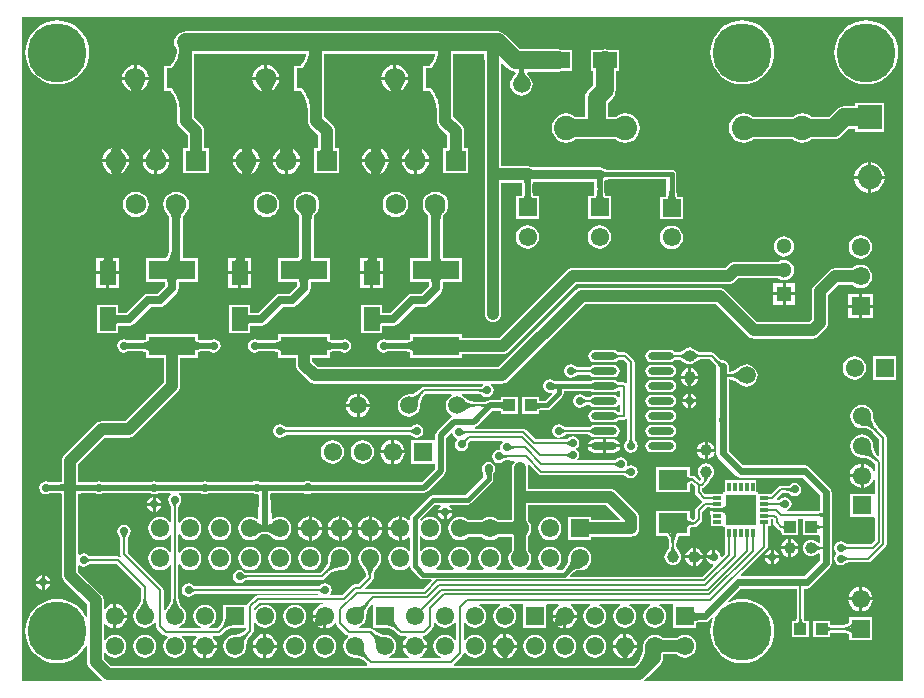
<source format=gtl>
%FSTAX23Y23*%
%MOIN*%
%SFA1B1*%

%IPPOS*%
%ADD10C,0.039370*%
%ADD11C,0.031500*%
%ADD12C,0.007870*%
%ADD13C,0.015750*%
%ADD14C,0.019690*%
%ADD15C,0.023620*%
%ADD16C,0.027560*%
%ADD17C,0.011810*%
%ADD18R,0.098430X0.098430*%
%ADD19R,0.028740X0.011810*%
%ADD20R,0.011810X0.028740*%
%ADD21R,0.055120X0.078740*%
%ADD22R,0.078740X0.055120*%
%ADD23C,0.059060*%
%ADD24R,0.039370X0.039370*%
%ADD25C,0.039370*%
%ADD26R,0.157480X0.062990*%
%ADD27R,0.094490X0.066930*%
%ADD28O,0.086610X0.023620*%
%ADD29C,0.059060*%
%ADD30R,0.068900X0.068900*%
%ADD31C,0.068900*%
%ADD32C,0.061020*%
%ADD33R,0.061020X0.061020*%
%ADD34R,0.061020X0.061020*%
%ADD35C,0.080710*%
%ADD36R,0.080710X0.080710*%
%ADD37C,0.196850*%
%ADD38R,0.061020X0.060000*%
%ADD39C,0.051180*%
%ADD40R,0.051180X0.051180*%
%ADD41C,0.027560*%
%ADD42C,0.023620*%
%LNrpiadapterpcb-1*%
%LPD*%
G36*
X02336Y01094D02*
X02346Y01085D01*
X02348Y01084*
X0235Y01083*
X02352Y01082*
X02353Y01081*
X02355Y01081*
X02343Y01069*
X02343Y01071*
X02342Y01072*
X02341Y01074*
X0234Y01076*
X02339Y01078*
X02337Y0108*
X02333Y01085*
X02327Y01091*
X02333Y01097*
X02336Y01094*
G37*
G36*
X00166Y00651D02*
X00164Y00652D01*
X00163Y00653*
X0016Y00653*
X00157Y00654*
X00148Y00655*
X0013Y00655*
X00123Y00655*
Y00675*
X0013Y00675*
X0016Y00677*
X00163Y00677*
X00164Y00678*
X00166Y00679*
Y00651*
G37*
G36*
X00195Y00678D02*
X00196Y00677D01*
X00199Y00677*
X00202Y00676*
X00211Y00676*
X00229Y00675*
X00236Y00675*
Y00655*
X00229Y00655*
X00199Y00653*
X00196Y00653*
X00195Y00652*
X00193Y00651*
Y00679*
X00195Y00678*
G37*
G36*
X02364Y01047D02*
X02365Y01046D01*
X02367Y01046*
X02369Y01045*
X02372Y01045*
X02374Y01044*
X02381Y01044*
X02389Y01043*
Y01036*
X02385Y01036*
X02372Y01034*
X02369Y01034*
X02367Y01033*
X02365Y01033*
X02364Y01032*
X02363Y01031*
Y01048*
X02364Y01047*
G37*
G36*
X01191Y00275D02*
Y00199D01*
X01228*
X01229Y00199*
X01229Y00199*
X01243Y00197*
X01255Y00192*
X01265Y00184*
X01266Y00183*
X01266Y00183*
X01273Y00176*
X01277Y00173*
X01282Y00172*
X01301*
X01302Y00168*
X013Y00166*
X01294Y00158*
X0129Y00148*
X01289Y00142*
X01369*
X01369Y00148*
X01364Y00158*
X01358Y00166*
X01356Y00168*
X01358Y00172*
X0136*
X01364Y00173*
X01368Y00176*
X01388Y00196*
X01391Y002*
X01392Y00205*
Y00215*
X01396Y00217*
X01402Y0021*
X0141Y00204*
X01419Y002*
X01429Y00199*
X01439Y002*
X01448Y00204*
X01456Y0021*
X01463Y00218*
X01467Y00216*
Y00159*
X01463Y00157*
X01456Y00165*
X01448Y00171*
X01439Y00175*
X01429Y00176*
X01419Y00175*
X0141Y00171*
X01402Y00165*
X01396Y00157*
X01392Y00147*
X0139Y00137*
X01392Y00127*
X01396Y00118*
X01402Y0011*
X0141Y00104*
X01415Y00101*
X01414Y00097*
X01349*
X01348Y00101*
X01349Y00102*
X01358Y00108*
X01364Y00117*
X01369Y00127*
X01369Y00132*
X01289*
X0129Y00127*
X01294Y00117*
X013Y00108*
X01309Y00102*
X0131Y00101*
X01309Y00097*
X01244*
X01243Y00101*
X01248Y00104*
X01256Y0011*
X01263Y00118*
X01266Y00127*
X01268Y00137*
X01266Y00147*
X01263Y00157*
X01256Y00165*
X01248Y00171*
X01239Y00175*
X01229Y00176*
X01228Y00176*
X01216Y00178*
X01203Y00183*
X01193Y0019*
X01192Y00191*
X01192Y00191*
X01192Y00191*
X01192Y00191*
X01192Y00191*
X0119Y00193*
X01186Y00196*
X01182Y00197*
X01144*
X01143Y00201*
X01148Y00204*
X01156Y0021*
X01163Y00218*
X01166Y00227*
X01168Y00237*
X01168Y00238*
X01169Y00251*
X01174Y00263*
X01182Y00273*
X01183Y00274*
X01183Y00274*
X01186Y00277*
X01191Y00275*
G37*
G36*
X02955Y0002D02*
X02095D01*
X02093Y00024*
X02094Y00025*
X02103Y00034*
X02103Y00034*
X02105Y00036*
X02149Y00079*
X02153Y00085*
X02156Y00092*
X02157Y00099*
X02157*
X02157*
Y0011*
X02202*
X0221Y00104*
X02219Y001*
X02229Y00099*
X02239Y001*
X02248Y00104*
X02256Y0011*
X02263Y00118*
X02266Y00127*
X02268Y00137*
X02266Y00147*
X02263Y00157*
X02256Y00165*
X02248Y00171*
X02239Y00175*
X02229Y00176*
X02219Y00175*
X0221Y00171*
X02202Y00165*
X02156*
X02148Y00171*
X02139Y00175*
X02129Y00176*
X02119Y00175*
X0211Y00171*
X02102Y00165*
X02096Y00157*
X02092Y00147*
X0209Y00137*
X0209Y00136*
X02089Y0012*
X02084Y00103*
X02075Y00087*
X02065Y00074*
X02064Y00073*
X02063Y00072*
X01461*
X01459Y00077*
X01488Y00106*
X01491Y0011*
X01492Y00115*
Y00115*
X01496Y00117*
X01502Y0011*
X0151Y00104*
X01519Y001*
X01529Y00099*
X01539Y001*
X01548Y00104*
X01556Y0011*
X01563Y00118*
X01566Y00127*
X01568Y00137*
X01566Y00147*
X01563Y00157*
X01556Y00165*
X01548Y00171*
X01539Y00175*
X01529Y00176*
X01519Y00175*
X0151Y00171*
X01502Y00165*
X01496Y00158*
X01492Y00159*
Y00215*
X01496Y00217*
X01502Y0021*
X0151Y00204*
X01519Y002*
X01529Y00199*
X01539Y002*
X01548Y00204*
X01556Y0021*
X01563Y00218*
X01566Y00227*
X01568Y00237*
X01566Y00247*
X01563Y00257*
X01556Y00265*
X01548Y00271*
X01544Y00273*
X01545Y00277*
X01613*
X01614Y00273*
X0161Y00271*
X01602Y00265*
X01596Y00257*
X01592Y00247*
X0159Y00237*
X01592Y00227*
X01596Y00218*
X01602Y0021*
X0161Y00204*
X01619Y002*
X01629Y00199*
X01639Y002*
X01648Y00204*
X01656Y0021*
X01663Y00218*
X01666Y00227*
X01668Y00237*
X01666Y00247*
X01663Y00257*
X01656Y00265*
X01648Y00271*
X01644Y00273*
X01645Y00277*
X01691*
Y00275*
Y00274*
Y00199*
X01767*
Y00274*
Y00275*
X0177Y00277*
X01807*
X01809Y00273*
X018Y00266*
X01794Y00258*
X0179Y00248*
X01789Y00242*
X01869*
X01869Y00248*
X01864Y00258*
X01858Y00266*
X01849Y00273*
X01851Y00277*
X01913*
X01914Y00273*
X0191Y00271*
X01902Y00265*
X01896Y00257*
X01892Y00247*
X0189Y00237*
X01892Y00227*
X01896Y00218*
X01902Y0021*
X0191Y00204*
X01919Y002*
X01929Y00199*
X01939Y002*
X01948Y00204*
X01956Y0021*
X01963Y00218*
X01966Y00227*
X01968Y00237*
X01966Y00247*
X01963Y00257*
X01956Y00265*
X01948Y00271*
X01944Y00273*
X01945Y00277*
X02013*
X02014Y00273*
X0201Y00271*
X02002Y00265*
X01996Y00257*
X01992Y00247*
X0199Y00237*
X01992Y00227*
X01996Y00218*
X02002Y0021*
X0201Y00204*
X02019Y002*
X02029Y00199*
X02039Y002*
X02048Y00204*
X02056Y0021*
X02063Y00218*
X02066Y00227*
X02068Y00237*
X02066Y00247*
X02063Y00257*
X02056Y00265*
X02048Y00271*
X02044Y00273*
X02045Y00277*
X02113*
X02114Y00273*
X0211Y00271*
X02102Y00265*
X02096Y00257*
X02092Y00247*
X0209Y00237*
X02092Y00227*
X02096Y00218*
X02102Y0021*
X0211Y00204*
X02119Y002*
X02129Y00199*
X02139Y002*
X02148Y00204*
X02156Y0021*
X02163Y00218*
X02166Y00227*
X02168Y00237*
X02166Y00247*
X02163Y00257*
X02156Y00265*
X02148Y00271*
X02144Y00273*
X02145Y00277*
X02191*
Y00276*
Y00199*
X02267*
Y00216*
X02272Y00217*
X02295*
X02302Y00219*
X02309Y00223*
X0232Y00234*
X02324Y00231*
X02319Y0022*
X02315Y00204*
X02314Y00187*
X02315Y00171*
X02319Y00154*
X02326Y00139*
X02335Y00125*
X02345Y00112*
X02358Y00101*
X02372Y00092*
X02388Y00086*
X02404Y00082*
X02421Y00081*
X02437Y00082*
X02454Y00086*
X02469Y00092*
X02483Y00101*
X02496Y00112*
X02507Y00125*
X02516Y00139*
X02522Y00154*
X02526Y00171*
X02527Y00187*
X02526Y00204*
X02522Y0022*
X02516Y00236*
X02507Y0025*
X02496Y00263*
X02483Y00274*
X02469Y00282*
X02454Y00289*
X02437Y00293*
X02421Y00294*
X02404Y00293*
X02388Y00289*
X02377Y00284*
X02374Y00288*
X02415Y00329*
X02602*
Y00233*
X02602*
X02602Y00232*
X02601Y00226*
X026Y00222*
X02587*
Y00167*
X02642*
Y00222*
X02629*
X02627Y00226*
X02626Y00232*
X02626Y00233*
X02626*
Y00329*
X02635*
X02642Y00331*
X02649Y00335*
X02714Y004*
X02718Y00407*
X0272Y00415*
Y00465*
Y00535*
Y00575*
Y0065*
X02718Y00656*
X02718Y00657*
X02714Y00664*
X02644Y00734*
X02637Y00738*
X0263Y0074*
X02423*
X02375Y00788*
Y00881*
X02375Y00881*
X02377Y0089*
X02375Y00898*
X02375Y00898*
Y01024*
X02378Y01027*
X02386Y01026*
X02398Y01021*
X02407Y01014*
X02408Y01013*
X02416Y01007*
X02425Y01003*
X02435Y01002*
X02444Y01003*
X02453Y01007*
X02461Y01013*
X02467Y01021*
X02471Y0103*
X02472Y0104*
X02471Y01049*
X02467Y01058*
X02461Y01066*
X02453Y01072*
X02444Y01076*
X02435Y01077*
X02425Y01076*
X02416Y01072*
X02408Y01066*
X02407Y01065*
X02398Y01058*
X02386Y01053*
X02378Y01052*
X02375Y01055*
Y0107*
X02373Y01077*
X02369Y01084*
X02362Y01088*
X02355Y0109*
X02354Y0109*
X02354Y0109*
X02352Y01091*
X02351Y01092*
X02341Y011*
X02328Y01113*
X02324Y01116*
X02319Y01117*
X02283*
X02283Y01117*
X02283*
X02282Y01117*
X02276Y01118*
X0227Y01121*
X02264Y01125*
X02264Y01125*
X02258Y01129*
X02252Y01132*
X02245Y01133*
X02237Y01132*
X02231Y01129*
X02225Y01125*
X02225Y01125*
X02219Y0112*
X02213Y01118*
X02205Y01117*
Y01117*
X02199*
Y01117*
X02197Y01117*
X02195Y01119*
X02195Y01119*
X02188Y01123*
X0218Y01125*
X02117*
X0211Y01123*
X02103Y01119*
X02099Y01112*
X02097Y01105*
X02099Y01097*
X02103Y0109*
X0211Y01086*
X02117Y01084*
X0218*
X02188Y01086*
X02195Y0109*
X02195Y0109*
X02197Y01092*
X02199Y01092*
Y01092*
Y01092*
X02205*
Y01092*
X02207Y01092*
X02209*
X02217Y01091*
X02224Y01086*
X02225Y01085*
X02231Y01081*
X02237Y01078*
X02245Y01077*
X02252Y01078*
X02258Y01081*
X02264Y01085*
X02264Y01085*
X0227Y01089*
X02276Y01092*
X02282Y01093*
X02283Y01093*
Y01093*
X02314*
X02324Y01083*
X02327Y0108*
X02331Y01075*
X02332Y01073*
X02333Y01072*
X02334Y0107*
X02334Y0107*
X02334Y0107*
Y0104*
Y00898*
X02334Y00898*
X02332Y0089*
X02334Y00881*
X02334Y00881*
Y0079*
X02334Y0079*
Y0079*
X02334Y0079*
Y0078*
X02336Y00772*
X0234Y00765*
X024Y00705*
X02407Y00701*
X02415Y00699*
X02621*
X02679Y00641*
Y00587*
X02669Y00587*
X02573*
X02571Y00591*
X02578Y00596*
X02583Y00603*
X02585Y00612*
X02583Y0062*
X02578Y00627*
X02571Y00632*
X02562Y00634*
X02554Y00632*
X02547Y00627*
X02547Y00627*
X02543Y00625*
X02539Y00624*
X02539Y00624*
Y00624*
Y00624*
X02537*
X02535Y00628*
X02554Y00647*
X02571*
Y00647*
Y00647*
X02571Y00647*
X02575Y00647*
X02579Y00644*
X02579Y00644*
X02586Y00639*
X02595Y00637*
X02603Y00639*
X0261Y00644*
X02615Y00651*
X02617Y0066*
X02615Y00668*
X0261Y00675*
X02603Y0068*
X02595Y00682*
X02586Y0068*
X02579Y00675*
X02579Y00675*
X02575Y00672*
X02571Y00672*
X02571Y00672*
Y00672*
Y00672*
X0255*
X02545Y00671*
X02541Y00668*
X02518Y00645*
X02515*
X02474*
Y00651*
X02468*
Y00691*
X02362*
Y00651*
X02356*
Y00645*
X02316*
Y00643*
X02298*
X02287Y00654*
Y00663*
X02289Y00663*
X02293Y00666*
X02308Y00681*
X02311Y00685*
X02312Y0069*
X02312*
X02312Y00692*
X02314Y00695*
X02315Y00696*
X02315Y00696*
X02316Y00697*
X02317Y00697*
X02317Y00698*
X02319Y00699*
X02324Y00705*
X02326Y00712*
X02327Y00719*
X02326Y00726*
X02324Y00733*
X02319Y00739*
X02313Y00743*
X02307Y00746*
X023Y00747*
X02292Y00746*
X02286Y00743*
X0228Y00739*
X02275Y00733*
X02273Y00726*
X02272Y00719*
X02273Y00712*
X02275Y00705*
X0228Y00699*
X02282Y00698*
X02282Y00697*
X02283Y00697*
X02284Y00696*
X02284Y00696*
X02284Y00696*
X02284Y00696*
X02284Y00693*
X02281Y00689*
X02277*
X02265Y00701*
X02261Y00703*
X02257Y00704*
X02257Y00705*
X02257Y00705*
X02256Y00704*
X02248Y00706*
X02245Y00708*
Y00734*
X02134*
Y00651*
X02245*
Y00676*
X02248Y00679*
X02252Y0068*
X02262Y0067*
Y0065*
X02263Y00645*
X02266Y00641*
X02284Y00623*
X02285Y00622*
X02285Y00617*
X02266Y00598*
X02263Y00594*
X02262Y0059*
Y00564*
X02257Y00559*
X02254Y0056*
X02246Y00563*
X02245Y00564*
Y00588*
X02134*
Y00505*
X0217*
X02175Y00491*
X02177Y00478*
Y00476*
X02177Y00474*
Y00473*
X02177Y00473*
X02177Y00472*
X02176Y00466*
X02174Y0046*
X02169Y00454*
X02169Y00454*
X02165Y00448*
X02162Y00442*
X02161Y00435*
X02162Y00427*
X02165Y00421*
X02169Y00415*
X02175Y0041*
X02182Y00408*
X02189Y00407*
X02196Y00408*
X02203Y0041*
X02209Y00415*
X02213Y00421*
X02216Y00427*
X02217Y00435*
X02216Y00442*
X02213Y00448*
X02209Y00454*
X02209Y00454*
X02209Y00454*
X02205Y0046*
X02202Y00466*
X02201Y00472*
X02201Y00473*
X02201*
Y00475*
X02202Y00486*
X02206Y00498*
X0221Y00505*
X02245*
Y00529*
X02246Y0053*
X02254Y00534*
X02261Y00535*
X02262Y00534*
X02262Y00534*
X02262Y00535*
X02266Y00536*
X0227Y00538*
X02283Y00551*
X02286Y00555*
X02287Y0056*
Y00585*
X02302Y006*
X02313*
Y00597*
X02338*
Y00587*
X02313*
Y00576*
X02316*
Y00558*
Y00539*
X02356*
Y00533*
X02362*
Y00492*
X02364*
Y00446*
X02353Y00435*
X02348Y00437*
X02347Y00444*
X02342Y00452*
X02334Y00457*
X0233Y00458*
Y00435*
X02325*
Y0043*
X02301*
X02302Y00425*
X02307Y00417*
X02315Y00412*
X02322Y00411*
X02324Y00406*
X02287Y00369*
X01848*
X01846Y00373*
X01852Y0038*
X01852Y00379*
X01852Y0038*
X01853Y0038*
X0186Y00386*
X01869Y0039*
X01879Y00391*
X0188Y00391*
X0189Y00392*
X01899Y00396*
X01907Y00402*
X01913Y0041*
X01917Y00419*
X01918Y0043*
X01917Y0044*
X01913Y00449*
X01907Y00457*
X01899Y00463*
X0189Y00467*
X0188Y00468*
X01869Y00467*
X0186Y00463*
X01852Y00457*
X01846Y00449*
X01842Y0044*
X01841Y0043*
X01841Y00429*
X0184Y00419*
X01836Y0041*
X0183Y00403*
X0183Y00402*
X01829Y00402*
X0183Y00402*
X0182Y00392*
X01802*
X018Y00397*
X01807Y00402*
X01813Y0041*
X01817Y00419*
X01818Y0043*
X01817Y0044*
X01813Y00449*
X01807Y00457*
X01799Y00463*
X0179Y00467*
X0178Y00468*
X01769Y00467*
X0176Y00463*
X01752Y00457*
X01746Y00449*
X01742Y0044*
X01741Y0043*
X01742Y00419*
X01746Y0041*
X01752Y00402*
X01759Y00397*
X01757Y00392*
X01702*
X017Y00397*
X01707Y00402*
X01713Y0041*
X01717Y00419*
X01718Y0043*
X01717Y0044*
X01713Y00449*
X01707Y00456*
Y00503*
X01713Y0051*
X01717Y00519*
X01718Y0053*
X01717Y0054*
X01713Y00549*
X01707Y00556*
Y00607*
X01968*
X02013Y00562*
X02011Y00557*
X01918*
Y00568*
X01841*
Y00491*
X01918*
Y00502*
X0205*
X02057Y00503*
X02063Y00505*
X02069Y0051*
X02074Y00516*
X02076Y00522*
X02077Y0053*
Y00565*
X02076Y00572*
X02076Y00574*
X02074Y00578*
X02069Y00584*
X01999Y00654*
X01993Y00659*
X01987Y00661*
X0198Y00662*
X01707*
Y0073*
X01706Y00737*
X01705Y0074*
X01709Y00743*
X01742Y0071*
X01745Y00708*
X0175Y00707*
X02026*
Y00707*
Y00707*
X02026Y00707*
X0203Y00706*
X02034Y00704*
X02034Y00703*
X02041Y00699*
X0205Y00697*
X02058Y00699*
X02065Y00703*
X0207Y0071*
X02072Y00719*
X0207Y00727*
X02065Y00735*
X02058Y00739*
X0205Y00741*
X02041Y00739*
X0204Y00739*
X02036Y00741*
X02037Y00745*
X02035Y00753*
X0203Y0076*
X02023Y00765*
X02015Y00767*
X02006Y00765*
X01999Y0076*
X01999Y0076*
X01995Y00757*
X01991Y00757*
X01991*
X01991*
X01991Y00757*
Y00757*
Y00757*
X01874*
X01871Y00761*
X01875Y00766*
X01877Y00775*
X01875Y00783*
X0187Y0079*
X01867Y00792*
Y00797*
X0187Y00799*
X01875Y00806*
X01877Y00815*
X01875Y00823*
X0187Y0083*
X01863Y00835*
X01855Y00837*
X01846Y00835*
X01839Y0083*
X01839Y0083*
X01835Y00827*
X01831Y00827*
X01831Y00827*
Y00827*
Y00827*
X01732*
X017Y00859*
X01696Y00861*
X01691Y00862*
X01529*
X01529Y00867*
X01531Y00868*
X01537Y00872*
X01587Y00921*
X01617*
Y00912*
X01672*
Y00967*
X01617*
Y00958*
X0158*
X01573Y00956*
X01567Y00953*
X01567Y00953*
X01566Y00952*
X01565Y00952*
X01557Y00952*
X01555Y00952*
X01531*
Y00952*
X0153Y00952*
X01518Y00953*
X01506Y00958*
X01497Y00965*
X01496Y00966*
X01488Y00972*
X01487Y00973*
X01488Y00977*
X01546*
Y00977*
Y00977*
X01546Y00977*
X0155Y00977*
X01554Y00974*
X01554Y00974*
X01561Y00969*
X0157Y00967*
X01578Y00969*
X01585Y00974*
X0159Y00981*
X01592Y0099*
X0159Y00998*
X01585Y01005*
X01582Y01007*
X01584Y01012*
X0162*
X01627Y01013*
X01633Y01015*
X01639Y0102*
X01896Y01277*
X02333*
X0244Y0117*
X02446Y01165*
X02452Y01163*
X0246Y01162*
X02655*
X02662Y01163*
X02668Y01165*
X02674Y0117*
X02699Y01195*
X02704Y01201*
X02706Y01207*
X02707Y01215*
Y01308*
X02741Y01342*
X02788*
X02795Y01336*
X02804Y01332*
X02815Y01331*
X02825Y01332*
X02834Y01336*
X02842Y01342*
X02848Y0135*
X02852Y01359*
X02853Y0137*
X02852Y0138*
X02848Y01389*
X02842Y01397*
X02834Y01403*
X02825Y01407*
X02815Y01408*
X02804Y01407*
X02795Y01403*
X02788Y01397*
X0273*
X02722Y01396*
X02716Y01394*
X0271Y01389*
X0266Y01339*
X02655Y01333*
X02653Y01327*
X02652Y0132*
Y01226*
X02643Y01217*
X02471*
X02364Y01324*
X02358Y01329*
X02352Y01331*
X02345Y01332*
X01885*
X01877Y01331*
X01871Y01329*
X01865Y01324*
X01608Y01067*
X01006*
X00987Y01086*
Y01099*
X01046*
Y01118*
X0105Y01119*
X01058Y0112*
X01083*
X01086Y01118*
X01095Y01116*
X01103Y01118*
X0111Y01123*
X01115Y0113*
X01117Y01139*
X01115Y01147*
X0111Y01154*
X01103Y01159*
X01095Y01161*
X01086Y01159*
X01083Y01157*
X01058*
X0105Y01158*
X01046Y01159*
Y01178*
X00873*
Y01159*
X00869Y01158*
X00861Y01157*
X00806*
X00803Y01159*
X00795Y01161*
X00786Y01159*
X00779Y01154*
X00774Y01147*
X00772Y01139*
X00774Y0113*
X00779Y01123*
X00786Y01118*
X00795Y01116*
X00803Y01118*
X00806Y0112*
X00861*
X00869Y01119*
X00873Y01118*
Y01099*
X00932*
Y01075*
X00933Y01067*
X00935Y01061*
X0094Y01055*
X00975Y0102*
X00981Y01015*
X00987Y01013*
X00995Y01012*
X01555*
X01557Y01007*
X01554Y01005*
X01554Y01005*
X0155Y01002*
X01546Y01002*
X01546Y01002*
Y01002*
Y01002*
X0136*
X01355Y01001*
X01351Y00998*
X01345Y00992*
X01345Y00992*
X01344Y00991*
X01334Y00984*
X01322Y00979*
X0131Y00977*
X0131Y00977*
X013Y00976*
X01291Y00972*
X01283Y00966*
X01277Y00958*
X01273Y00949*
X01272Y0094*
X01273Y0093*
X01277Y00921*
X01283Y00913*
X01291Y00907*
X013Y00903*
X0131Y00902*
X01319Y00903*
X01328Y00907*
X01336Y00913*
X01342Y00921*
X01346Y0093*
X01347Y0094*
X01347Y0094*
X01349Y00952*
X01354Y00964*
X01361Y00974*
X01362Y00975*
X01362Y00975*
X01364Y00977*
X01451*
X01452Y00973*
X01451Y00972*
X01443Y00966*
X01437Y00958*
X01433Y00949*
X01432Y0094*
X01433Y0093*
X01437Y00921*
X01443Y00913*
X01451Y00907*
X01452Y00906*
X01453Y00901*
X01447Y00897*
X01402Y00852*
X01398Y00846*
X01396Y0084*
Y00823*
X01393*
X01316*
Y00746*
X01393*
X01393*
X01396Y00743*
Y00727*
X01354Y00685*
X00984*
X0098Y00687*
X00972Y00689*
X00963Y00687*
X00959Y00685*
X00814*
X00811Y00687*
X00803Y00689*
X00794Y00687*
X00788Y00683*
X00641*
X00638Y00685*
X00629Y00687*
X00621Y00685*
X00618Y00683*
X00474*
X00469Y00686*
X00461Y00688*
X00452Y00686*
X00448Y00683*
X00289*
X00284Y00686*
X00276Y00688*
X00267Y00686*
X00263Y00683*
X00224*
X00211Y00684*
X00207Y00684*
Y00743*
X00296Y00832*
X00375*
X00382Y00833*
X00388Y00835*
X00394Y0084*
X00539Y00985*
X00544Y00991*
X00546Y00997*
X00547Y01005*
Y01099*
X00606*
Y01118*
X0061Y01119*
X00618Y0112*
X00648*
X00651Y01118*
X0066Y01116*
X00668Y01118*
X00675Y01123*
X0068Y0113*
X00682Y01139*
X0068Y01147*
X00675Y01154*
X00668Y01159*
X0066Y01161*
X00651Y01159*
X00648Y01157*
X00618*
X0061Y01158*
X00606Y01159*
Y01178*
X00433*
Y01159*
X00429Y01158*
X00421Y01157*
X00371*
X00368Y01159*
X0036Y01161*
X00351Y01159*
X00344Y01154*
X00339Y01147*
X00337Y01139*
X00339Y0113*
X00344Y01123*
X00351Y01118*
X0036Y01116*
X00368Y01118*
X00371Y0112*
X00421*
X00429Y01119*
X00433Y01118*
Y01099*
X00492*
Y01016*
X00363Y00887*
X00285*
X00277Y00886*
X00271Y00884*
X00265Y00879*
X0016Y00774*
X00155Y00768*
X00153Y00762*
X00152Y00755*
Y00684*
X00137Y00683*
X00132Y00683*
X00112*
X00108Y00685*
X001Y00687*
X00092Y00685*
X00084Y00681*
X0008Y00673*
X00078Y00665*
X0008Y00657*
X00084Y00649*
X00092Y00645*
X001Y00643*
X00108Y00645*
X00112Y00647*
X00135*
X00148Y00647*
X00152Y00646*
Y00375*
X00153Y00367*
X00155Y00361*
X0016Y00355*
X00237Y00278*
Y00238*
X00232Y00236*
X00224Y0025*
X00213Y00263*
X002Y00274*
X00186Y00282*
X0017Y00289*
X00154Y00293*
X00137Y00294*
X00121Y00293*
X00104Y00289*
X00089Y00282*
X00075Y00274*
X00062Y00263*
X00051Y0025*
X00042Y00236*
X00036Y0022*
X00032Y00204*
X00031Y00187*
X00032Y00171*
X00036Y00154*
X00042Y00139*
X00051Y00125*
X00062Y00112*
X00075Y00101*
X00089Y00092*
X00104Y00086*
X00121Y00082*
X00137Y00081*
X00154Y00082*
X0017Y00086*
X00186Y00092*
X002Y00101*
X00213Y00112*
X00224Y00125*
X00232Y00138*
X00237Y00137*
Y00085*
X00238Y00077*
X0024Y00071*
X00245Y00065*
X00285Y00025*
X00286Y00024*
X00284Y0002*
X0002*
Y02235*
X02955*
Y0002*
G37*
G36*
X00417Y0033D02*
Y00301D01*
X00417*
X00417Y003*
X00415Y00288*
X0041Y00275*
X00403Y00265*
X00402Y00265*
X00396Y00257*
X00392Y00247*
X0039Y00237*
X00392Y00227*
X00396Y00218*
X00402Y0021*
X0041Y00204*
X00419Y002*
X00429Y00199*
X00439Y002*
X00448Y00204*
X00456Y0021*
X00463Y00218*
X00467Y00216*
Y00205*
X00468Y002*
X00471Y00196*
X00491Y00176*
X00495Y00173*
X005Y00172*
X00504*
X00506Y00168*
X00502Y00165*
X00496Y00157*
X00492Y00147*
X0049Y00137*
X00492Y00127*
X00496Y00118*
X00502Y0011*
X0051Y00104*
X00519Y001*
X00529Y00099*
X00539Y001*
X00548Y00104*
X00556Y0011*
X00563Y00118*
X00566Y00127*
X00568Y00137*
X00566Y00147*
X00563Y00157*
X00556Y00165*
X00552Y00168*
X00554Y00172*
X00601*
X00602Y00168*
X006Y00166*
X00594Y00158*
X0059Y00148*
X00589Y00142*
X00669*
X00669Y00148*
X00664Y00158*
X00658Y00166*
X00656Y00168*
X00658Y00172*
X00676*
X00676*
X00681Y00173*
X00685Y00176*
X00692Y00183*
X00692Y00183*
X00693Y00184*
X00703Y00192*
X00716Y00197*
X00729Y00199*
X00729Y00199*
X0073Y00199*
X00764*
X00767*
X00767Y00199*
Y00193*
X00766Y00191*
X00766Y00191*
X00765Y0019*
X00755Y00183*
X00743Y00178*
X0073Y00176*
X00729Y00176*
X00719Y00175*
X0071Y00171*
X00702Y00165*
X00696Y00157*
X00692Y00147*
X0069Y00137*
X00692Y00127*
X00696Y00118*
X00702Y0011*
X0071Y00104*
X00719Y001*
X00729Y00099*
X00739Y001*
X00748Y00104*
X00756Y0011*
X00763Y00118*
X00766Y00127*
X00768Y00137*
X00768Y00138*
X00769Y00151*
X00774Y00163*
X00782Y00173*
X00783Y00174*
X00783Y00174*
X00788Y00179*
X00791Y00183*
X00792Y00188*
Y00215*
X00796Y00217*
X00802Y0021*
X0081Y00204*
X00819Y002*
X00829Y00199*
X00839Y002*
X00848Y00204*
X00856Y0021*
X00863Y00218*
X00866Y00227*
X00868Y00237*
X00866Y00247*
X00863Y00257*
X00856Y00265*
X00848Y00271*
X00839Y00275*
X00829Y00276*
X00819Y00275*
X0081Y00271*
X00802Y00265*
X00796Y00258*
X00792Y00259*
Y00265*
X00809Y00282*
X01023*
X01024Y00277*
X01018Y00277*
X01009Y00273*
X01Y00266*
X00994Y00258*
X0099Y00248*
X00989Y00242*
X01029*
Y00237*
X01034*
Y00197*
X0104Y00198*
X01049Y00202*
X01058Y00208*
X01063Y00215*
X01064*
X01068Y00214*
X01068Y0021*
X01071Y00206*
X01101Y00176*
X01105Y00173*
X01105Y00173*
X01107Y00168*
X01102Y00165*
X01096Y00157*
X01092Y00147*
X0109Y00137*
X01092Y00127*
X01096Y00118*
X01102Y0011*
X0111Y00104*
X01119Y001*
X01129Y00099*
X0113Y00099*
X01143Y00097*
X01155Y00092*
X01165Y00084*
X01166Y00083*
X01166Y00083*
X01171Y00079*
X0117Y00074*
X01168Y00072*
X00316*
X00292Y00096*
Y00114*
X00297Y00116*
X00302Y0011*
X0031Y00104*
X00319Y001*
X00329Y00099*
X00339Y001*
X00348Y00104*
X00356Y0011*
X00363Y00118*
X00366Y00127*
X00368Y00137*
X00366Y00147*
X00363Y00157*
X00356Y00165*
X00348Y00171*
X00339Y00175*
X00329Y00176*
X00319Y00175*
X0031Y00171*
X00302Y00165*
X00297Y00159*
X00292Y0016*
Y00211*
X00297Y00212*
X003Y00208*
X00309Y00202*
X00318Y00198*
X00324Y00197*
Y00237*
Y00278*
X00318Y00277*
X00309Y00273*
X003Y00266*
X00297Y00262*
X00292Y00264*
Y0029*
X00291Y00297*
X00289Y00303*
X00284Y00309*
X00207Y00386*
Y00405*
X00212Y00407*
X00216Y00404*
X00225Y00402*
X00233Y00404*
X0024Y00409*
X0024Y00409*
X00244Y00412*
X00248Y00412*
X00248Y00412*
Y00412*
X00335*
X00417Y0033*
G37*
G36*
X02622Y00562D02*
D01*
Y00507*
X02677*
X02679Y00505*
Y00483*
X02677Y00481*
X02675Y0048*
X0267Y00484*
X0267Y00484*
X02664Y00489*
X02657Y00491*
X0265Y00492*
X02643Y00491*
X02636Y00489*
X0263Y00484*
X02626Y00478*
X02623Y00472*
X02622Y00465*
X02623Y00457*
X02626Y00451*
X0263Y00445*
X02636Y0044*
X02643Y00438*
X0265Y00437*
X02657Y00438*
X02664Y0044*
X0267Y00445*
X0267Y00445*
X02675Y00449*
X02677Y00448*
X02679Y00446*
Y00423*
X02626Y0037*
X02417*
X02415Y00374*
X02501Y0046*
X02504Y00464*
X02505Y00468*
Y00539*
X02515*
Y00558*
Y0056*
X02522*
X02522Y0056*
Y0055*
X02523Y00545*
X02526Y00541*
X02541Y00526*
X02545Y00523*
X0255Y00522*
Y00522*
Y00522*
Y00522*
X0255Y00522*
X02552Y00512*
Y00507*
X02607*
Y00562*
X02607Y00562*
X02622*
Y00562*
G37*
G36*
X00516Y00642D02*
X00513Y00641D01*
X00509Y00633*
X00507Y00625*
X00509Y00617*
X00513Y00609*
X00514Y00609*
X00516Y00606*
X00517Y00601*
X00517Y00601*
X00517*
Y00551*
X00512Y0055*
X00507Y00557*
X00499Y00563*
X0049Y00567*
X0048Y00568*
X00469Y00567*
X0046Y00563*
X00452Y00557*
X00446Y00549*
X00442Y0054*
X00441Y0053*
X00442Y00519*
X00446Y0051*
X00452Y00502*
X0046Y00496*
X00469Y00492*
X0048Y00491*
X0049Y00492*
X00499Y00496*
X00507Y00502*
X00512Y00509*
X00517Y00508*
Y00451*
X00512Y0045*
X00507Y00457*
X00499Y00463*
X0049Y00467*
X0048Y00468*
X00469Y00467*
X0046Y00463*
X00452Y00457*
X00446Y00449*
X00442Y0044*
X00441Y0043*
X00442Y00419*
X00446Y0041*
X00452Y00402*
X0046Y00396*
X00469Y00392*
X0048Y00391*
X0049Y00392*
X00499Y00396*
X00507Y00402*
X00512Y00409*
X00517Y00408*
Y00301*
X00517*
X00517Y003*
X00515Y00288*
X0051Y00275*
X00503Y00265*
X00502Y00265*
X00496Y00258*
X00492Y00259*
Y00325*
X00491Y00329*
X00488Y00333*
X00372Y00449*
Y00496*
X00372*
X00372Y00496*
X00372Y005*
X00375Y00504*
X00375Y00504*
X0038Y00511*
X00382Y0052*
X0038Y00528*
X00375Y00535*
X00368Y0054*
X0036Y00542*
X00351Y0054*
X00344Y00535*
X00339Y00528*
X00337Y0052*
X00339Y00511*
X00344Y00504*
X00344Y00504*
X00347Y005*
X00347Y00496*
X00347Y00496*
X00347*
Y00445*
X00348Y0044*
X0035Y00438*
X00346Y00434*
X00344Y00436*
X0034Y00437*
X00248*
Y00437*
Y00437*
X00248Y00437*
X00244Y00437*
X0024Y0044*
X0024Y0044*
X00233Y00445*
X00225Y00447*
X00216Y00445*
X00212Y00442*
X00207Y00444*
Y00646*
X00227Y00647*
X00265*
X00267Y00645*
X00276Y00644*
X00284Y00645*
X00287Y00647*
X0045*
X00452Y00645*
X00461Y00644*
X00469Y00645*
X00472Y00647*
X00514*
X00516Y00642*
G37*
G36*
X02691Y00566D02*
X0269Y00567D01*
X02689Y00568*
X02687Y00568*
X02685Y00569*
X02682Y00569*
X0268Y0057*
X02673Y0057*
X02665Y00571*
Y00578*
X02669Y00578*
X02682Y0058*
X02685Y0058*
X02687Y00581*
X02689Y00581*
X0269Y00582*
X02691Y00583*
Y00566*
G37*
G36*
X01573Y00933D02*
X01572Y00933D01*
X01571Y00934*
X01569Y00934*
X01568Y00934*
X01566Y00935*
X01561Y00935*
X01554Y00936*
X01551Y00936*
Y00943*
X01554Y00943*
X01566Y00944*
X01568Y00945*
X01569Y00945*
X01571Y00945*
X01572Y00946*
X01573Y00946*
Y00933*
G37*
G36*
X01454Y00847D02*
X01455Y00842D01*
X0146Y00835*
X01467Y0083*
X01468Y0083*
X01469Y00825*
X01464Y00818*
X01462Y0081*
X01464Y00801*
X01469Y00794*
X01476Y00789*
X01485Y00787*
X01493Y00789*
X015Y00794*
X01505Y00801*
X01507Y0081*
X01507Y0081*
X01507Y00814*
X0151Y00818*
X0151Y00818*
X0151Y00818*
X01514Y00822*
X01621*
X01623Y00818*
X01619Y00815*
X01614Y00808*
X01612Y008*
X01613Y00795*
X0161Y00792*
X0161Y00792*
X01601Y0079*
X01594Y00785*
X01589Y00778*
X01587Y0077*
X01589Y00761*
X01594Y00754*
X01601Y00749*
X0161Y00747*
X01618Y00749*
X01625Y00754*
X01625Y00754*
X01629Y00757*
X01633Y00757*
X01633Y00757*
X01633Y00757*
X01661Y00756*
X01662Y00751*
X0166Y00749*
X01655Y00743*
X01653Y00737*
X01652Y0073*
Y00635*
Y00557*
X01606*
X01599Y00563*
X0159Y00567*
X0158Y00568*
X01569Y00567*
X0156Y00563*
X01553Y00557*
X01506*
X01499Y00563*
X0149Y00567*
X0148Y00568*
X01469Y00567*
X0146Y00563*
X01452Y00557*
X01446Y00549*
X01442Y0054*
X01441Y0053*
X01442Y00519*
X01446Y0051*
X01452Y00502*
X0146Y00496*
X01469Y00492*
X0148Y00491*
X0149Y00492*
X01499Y00496*
X01506Y00502*
X01553*
X0156Y00496*
X01569Y00492*
X0158Y00491*
X0159Y00492*
X01599Y00496*
X01606Y00502*
X01652*
Y00456*
X01646Y00449*
X01642Y0044*
X01641Y0043*
X01642Y00419*
X01646Y0041*
X01652Y00402*
X01659Y00397*
X01657Y00392*
X01602*
X016Y00397*
X01607Y00402*
X01613Y0041*
X01617Y00419*
X01618Y0043*
X01617Y0044*
X01613Y00449*
X01607Y00457*
X01599Y00463*
X0159Y00467*
X0158Y00468*
X01569Y00467*
X0156Y00463*
X01552Y00457*
X01546Y00449*
X01542Y0044*
X01541Y0043*
X01542Y00419*
X01546Y0041*
X01552Y00402*
X01559Y00397*
X01557Y00392*
X01502*
X015Y00397*
X01507Y00402*
X01513Y0041*
X01517Y00419*
X01518Y0043*
X01517Y0044*
X01513Y00449*
X01507Y00457*
X01499Y00463*
X0149Y00467*
X0148Y00468*
X01469Y00467*
X0146Y00463*
X01452Y00457*
X01446Y00449*
X01442Y0044*
X01441Y0043*
X01442Y00419*
X01446Y0041*
X01452Y00402*
X01459Y00397*
X01457Y00392*
X01402*
X014Y00397*
X01407Y00402*
X01413Y0041*
X01417Y00419*
X01418Y0043*
X01417Y0044*
X01413Y00449*
X01407Y00457*
X01399Y00463*
X0139Y00467*
X0138Y00468*
X01369Y00467*
X0136Y00463*
X01352Y00457*
X0135Y00454*
X01346Y00456*
Y00503*
X0135Y00505*
X01352Y00502*
X0136Y00496*
X01369Y00492*
X0138Y00491*
X0139Y00492*
X01399Y00496*
X01407Y00502*
X01413Y0051*
X01417Y00519*
X01418Y0053*
X01417Y0054*
X01413Y00549*
X01407Y00557*
X01399Y00563*
X0139Y00567*
X0138Y00568*
X01369Y00567*
X0136Y00563*
X01352Y00557*
X0135Y00554*
X01349Y00555*
X01348Y0056*
X01396Y00608*
X01414*
X01415Y00604*
X01412Y00602*
X01407Y00594*
X01406Y0059*
X01453*
X01452Y00594*
X01447Y00602*
X01444Y00604*
X01445Y00608*
X01505*
X0151Y00609*
X01511Y0061*
X01516Y00613*
X01586Y00683*
X01589Y00688*
X01591Y00695*
Y00714*
X01591Y00715*
X01595Y00721*
X01597Y0073*
X01595Y00738*
X0159Y00745*
X01583Y0075*
X01575Y00752*
X01566Y0075*
X01559Y00745*
X01554Y00738*
X01552Y0073*
X01554Y00721*
X01558Y00715*
X01558Y00714*
Y00701*
X01498Y00641*
X0139*
X01383Y00639*
X01378Y00636*
X01318Y00576*
X01315Y00571*
X01314Y0057*
X01313Y00565*
Y0056*
X01309Y00558*
X01308Y00558*
X013Y00565*
X0129Y00569*
X01285Y0057*
Y0053*
Y00489*
X0129Y0049*
X013Y00494*
X01308Y00501*
X01309Y00501*
X01313Y00499*
Y00456*
X01309Y00454*
X01307Y00457*
X01299Y00463*
X0129Y00467*
X0128Y00468*
X01269Y00467*
X0126Y00463*
X01252Y00457*
X01246Y00449*
X01242Y0044*
X01241Y0043*
X01242Y00419*
X01246Y0041*
X01252Y00402*
X0126Y00396*
X01269Y00392*
X0128Y00391*
X0129Y00392*
X01299Y00396*
X01307Y00402*
X01309Y00405*
X01309*
X01314Y00403*
X01314Y00399*
X01315Y00398*
X01318Y00393*
X01346Y00365*
X01351Y00362*
X01352Y00361*
X01358Y0036*
X01384*
X01386Y00356*
X01357Y00327*
X01166*
X01164Y00332*
X01188Y00356*
X01191Y0036*
X01192Y00365*
Y00365*
X01192*
X01192Y00367*
X01193Y00379*
X01198Y00391*
X01206Y00401*
X01207Y00402*
X01213Y0041*
X01217Y00419*
X01218Y0043*
X01217Y0044*
X01213Y00449*
X01207Y00457*
X01199Y00463*
X0119Y00467*
X0118Y00468*
X01169Y00467*
X0116Y00463*
X01152Y00457*
X01146Y00449*
X01142Y0044*
X01141Y0043*
X01142Y00419*
X01146Y0041*
X01152Y00402*
X01153Y00401*
X01161Y00391*
X01166Y00379*
X01167Y00369*
X01141Y00343*
X01129*
X01124Y00342*
X01123Y00341*
X0112Y0034*
X01087Y00307*
X01049*
X01046Y00311*
X0105Y00316*
X01052Y00325*
X0105Y00333*
X01045Y0034*
X01038Y00345*
X0103Y00347*
X01021Y00345*
X01014Y0034*
X01014Y0034*
X0101Y00337*
X01006Y00337*
X01006Y00337*
Y00337*
Y00337*
X00598*
Y00337*
Y00337*
X00598Y00337*
X00594Y00337*
X0059Y0034*
X0059Y0034*
X00583Y00345*
X00575Y00347*
X00566Y00345*
X00559Y0034*
X00554Y00333*
X00552Y00325*
X00554Y00316*
X00559Y00309*
X00566Y00304*
X00575Y00302*
X00583Y00304*
X0059Y00309*
X0059Y00309*
X00594Y00312*
X00598Y00312*
X00598Y00312*
Y00312*
X01006*
Y00312*
Y00312*
X01006Y00312*
X01007Y00312*
X01009Y00308*
X01009Y00307*
X00805*
X008Y00306*
X00798Y00305*
X00796Y00303*
X00771Y00278*
X00769Y00276*
X00767*
X00765*
X00691*
Y00238*
X0069Y00237*
X00691Y00237*
X00689Y00224*
X00684Y00211*
X00676Y00201*
X00675Y00201*
X00675Y002*
X00671Y00197*
X00644*
X00643Y00201*
X00648Y00204*
X00656Y0021*
X00663Y00218*
X00666Y00227*
X00668Y00237*
X00666Y00247*
X00663Y00257*
X00656Y00265*
X00648Y00271*
X00639Y00275*
X00629Y00276*
X00619Y00275*
X0061Y00271*
X00602Y00265*
X00596Y00257*
X00592Y00247*
X0059Y00237*
X00592Y00227*
X00596Y00218*
X00602Y0021*
X0061Y00204*
X00615Y00201*
X00614Y00197*
X00544*
X00543Y00201*
X00548Y00204*
X00556Y0021*
X00563Y00218*
X00566Y00227*
X00568Y00237*
X00566Y00247*
X00563Y00257*
X00556Y00265*
X00556Y00265*
X00548Y00275*
X00543Y00288*
X00541Y003*
X00541Y00301*
X00541*
Y00408*
X00546Y0041*
X00552Y00402*
X0056Y00396*
X00569Y00392*
X0058Y00391*
X0059Y00392*
X00599Y00396*
X00607Y00402*
X00613Y0041*
X00617Y00419*
X00618Y0043*
X00617Y0044*
X00613Y00449*
X00607Y00457*
X00599Y00463*
X0059Y00467*
X0058Y00468*
X00569Y00467*
X0056Y00463*
X00552Y00457*
X00546Y00449*
X00541Y00451*
Y00508*
X00546Y0051*
X00552Y00502*
X0056Y00496*
X00569Y00492*
X0058Y00491*
X0059Y00492*
X00599Y00496*
X00607Y00502*
X00613Y0051*
X00617Y00519*
X00618Y0053*
X00617Y0054*
X00613Y00549*
X00607Y00557*
X00599Y00563*
X0059Y00567*
X0058Y00568*
X00569Y00567*
X0056Y00563*
X00552Y00557*
X00546Y00549*
X00541Y00551*
Y00601*
X00541*
X00541Y00601*
X00542Y00606*
X00544Y00609*
X00545Y00609*
X00549Y00617*
X00551Y00625*
X00549Y00633*
X00545Y00641*
X00542Y00642*
X00544Y00647*
X00617*
X00621Y00644*
X00629Y00643*
X00638Y00644*
X00642Y00647*
X00793*
X00794Y00646*
X00803Y00644*
X00807Y00645*
X00811Y00642*
X00807Y00562*
X00803Y0056*
X00799Y00563*
X0079Y00567*
X0078Y00568*
X00769Y00567*
X0076Y00563*
X00752Y00557*
X00746Y00549*
X00742Y0054*
X00741Y0053*
X00742Y00519*
X00746Y0051*
X00752Y00502*
X0076Y00496*
X00769Y00492*
X0078Y00491*
X0079Y00492*
X00799Y00496*
X00807Y00502*
X00807Y00502*
X00807Y00502*
X00807Y00502*
X00813Y00507*
X00821Y0051*
X00828Y00511*
X00831*
X00838Y0051*
X00846Y00507*
X00852Y00502*
X00852Y00502*
X00852Y00502*
X00852Y00502*
X0086Y00496*
X00869Y00492*
X0088Y00491*
X0089Y00492*
X00899Y00496*
X00907Y00502*
X00913Y0051*
X00917Y00519*
X00918Y0053*
X00917Y0054*
X00913Y00549*
X00907Y00557*
X00899Y00563*
X0089Y00567*
X0088Y00568*
X00869Y00567*
X0086Y00563*
X00856Y0056*
X00852Y00562*
X00848Y00645*
X00851Y00648*
X0096*
X00963Y00646*
X00972Y00645*
X0098Y00646*
X00983Y00648*
X01361*
X01368Y0065*
X01374Y00654*
X01427Y00707*
X01431Y00713*
X01433Y0072*
Y00832*
X01449Y00848*
X01454Y00847*
G37*
%LNrpiadapterpcb-2*%
%LPC*%
G36*
X01085Y0057D02*
Y00535D01*
X0112*
X01119Y0054*
X01115Y0055*
X01108Y00558*
X011Y00565*
X0109Y00569*
X01085Y0057*
G37*
G36*
X00985D02*
Y00535D01*
X0102*
X01019Y0054*
X01015Y0055*
X01008Y00558*
X01Y00565*
X0099Y00569*
X00985Y0057*
G37*
G36*
X01075D02*
X01069Y00569D01*
X01059Y00565*
X01051Y00558*
X01044Y0055*
X0104Y0054*
X01039Y00535*
X01075*
Y0057*
G37*
G36*
X01175D02*
X01169Y00569D01*
X01159Y00565*
X01151Y00558*
X01144Y0055*
X0114Y0054*
X01139Y00535*
X01175*
Y0057*
G37*
G36*
X01453Y0058D02*
X01435D01*
Y00561*
X01439Y00562*
X01447Y00567*
X01452Y00575*
X01453Y0058*
G37*
G36*
X01992Y00827D02*
X01965D01*
Y0081*
X02013*
X02012Y00813*
X02007Y0082*
X02Y00825*
X01992Y00827*
G37*
G36*
X01425Y0058D02*
X01406D01*
X01407Y00575*
X01412Y00567*
X0142Y00562*
X01425Y00561*
Y0058*
G37*
G36*
X01185Y0057D02*
Y00535D01*
X0122*
X01219Y0054*
X01215Y0055*
X01208Y00558*
X012Y00565*
X0119Y00569*
X01185Y0057*
G37*
G36*
X01275D02*
X01269Y00569D01*
X01259Y00565*
X01251Y00558*
X01244Y0055*
X0124Y0054*
X01239Y00535*
X01275*
Y0057*
G37*
G36*
X00975D02*
X00969Y00569D01*
X00959Y00565*
X00951Y00558*
X00944Y0055*
X0094Y0054*
X00939Y00535*
X00975*
Y0057*
G37*
G36*
X01075Y00525D02*
X01039D01*
X0104Y00519*
X01044Y00509*
X01051Y00501*
X01059Y00494*
X01069Y0049*
X01075Y00489*
Y00525*
G37*
G36*
X0112D02*
X01085D01*
Y00489*
X0109Y0049*
X011Y00494*
X01108Y00501*
X01115Y00509*
X01119Y00519*
X0112Y00525*
G37*
G36*
X0102D02*
X00985D01*
Y00489*
X0099Y0049*
X01Y00494*
X01008Y00501*
X01015Y00509*
X01019Y00519*
X0102Y00525*
G37*
G36*
X02584Y00494D02*
Y0047D01*
X02608*
X02608Y00472*
X02605Y00479*
X026Y00486*
X02594Y0049*
X02587Y00493*
X02584Y00494*
G37*
G36*
X00975Y00525D02*
X00939D01*
X0094Y00519*
X00944Y00509*
X00951Y00501*
X00959Y00494*
X00969Y0049*
X00975Y00489*
Y00525*
G37*
G36*
X01175D02*
X01139D01*
X0114Y00519*
X01144Y00509*
X01151Y00501*
X01159Y00494*
X01169Y0049*
X01175Y00489*
Y00525*
G37*
G36*
X0068Y00568D02*
X00669Y00567D01*
X0066Y00563*
X00652Y00557*
X00646Y00549*
X00642Y0054*
X00641Y0053*
X00642Y00519*
X00646Y0051*
X00652Y00502*
X0066Y00496*
X00669Y00492*
X0068Y00491*
X0069Y00492*
X00699Y00496*
X00707Y00502*
X00713Y0051*
X00717Y00519*
X00718Y0053*
X00717Y0054*
X00713Y00549*
X00707Y00557*
X00699Y00563*
X0069Y00567*
X0068Y00568*
G37*
G36*
X0178D02*
X01769Y00567D01*
X0176Y00563*
X01752Y00557*
X01746Y00549*
X01742Y0054*
X01741Y0053*
X01742Y00519*
X01746Y0051*
X01752Y00502*
X0176Y00496*
X01769Y00492*
X0178Y00491*
X0179Y00492*
X01799Y00496*
X01807Y00502*
X01813Y0051*
X01817Y00519*
X01818Y0053*
X01817Y0054*
X01813Y00549*
X01807Y00557*
X01799Y00563*
X0179Y00567*
X0178Y00568*
G37*
G36*
X0181Y00877D02*
X01801Y00875D01*
X01794Y0087*
X01789Y00863*
X01787Y00855*
X01789Y00846*
X01794Y00839*
X01801Y00834*
X0181Y00832*
X01818Y00834*
X01825Y00839*
X01825Y00839*
X01829Y00842*
X01835Y00843*
Y00843*
X01908*
Y00843*
X01911Y00842*
X01914Y0084*
X01914Y0084*
X01921Y00836*
X01929Y00834*
X01992*
X01999Y00836*
X02006Y0084*
X0201Y00847*
X02012Y00855*
X0201Y00862*
X02006Y00869*
X01999Y00873*
X01992Y00875*
X01929*
X01921Y00873*
X01914Y00869*
X01914Y00868*
X01911Y00867*
X01908*
X01908Y00867*
Y00867*
X01835*
Y00867*
X01834Y00867*
X01832*
Y00867*
X01828Y00868*
X01825Y0087*
X01825Y0087*
X01818Y00875*
X0181Y00877*
G37*
G36*
X0122Y00525D02*
X01185D01*
Y00489*
X0119Y0049*
X012Y00494*
X01208Y00501*
X01215Y00509*
X01219Y00519*
X0122Y00525*
G37*
G36*
X01275D02*
X01239D01*
X0124Y00519*
X01244Y00509*
X01251Y00501*
X01259Y00494*
X01269Y0049*
X01275Y00489*
Y00525*
G37*
G36*
X01055Y00823D02*
X01044Y00822D01*
X01035Y00818*
X01027Y00812*
X01021Y00804*
X01017Y00795*
X01016Y00785*
X01017Y00774*
X01021Y00765*
X01027Y00757*
X01035Y00751*
X01044Y00747*
X01055Y00746*
X01065Y00747*
X01074Y00751*
X01082Y00757*
X01088Y00765*
X01092Y00774*
X01093Y00785*
X01092Y00795*
X01088Y00804*
X01082Y00812*
X01074Y00818*
X01065Y00822*
X01055Y00823*
G37*
G36*
X01155D02*
X01144Y00822D01*
X01135Y00818*
X01127Y00812*
X01121Y00804*
X01117Y00795*
X01116Y00785*
X01117Y00774*
X01121Y00765*
X01127Y00757*
X01135Y00751*
X01144Y00747*
X01155Y00746*
X01165Y00747*
X01174Y00751*
X01182Y00757*
X01188Y00765*
X01192Y00774*
X01193Y00785*
X01192Y00795*
X01188Y00804*
X01182Y00812*
X01174Y00818*
X01165Y00822*
X01155Y00823*
G37*
G36*
X01295Y0078D02*
X0126D01*
Y00744*
X01265Y00745*
X01275Y00749*
X01283Y00756*
X0129Y00764*
X01294Y00774*
X01295Y0078*
G37*
G36*
X0125D02*
X01214D01*
X01215Y00774*
X01219Y00764*
X01226Y00756*
X01234Y00749*
X01244Y00745*
X0125Y00744*
Y0078*
G37*
G36*
X0218Y00825D02*
X02117D01*
X0211Y00823*
X02103Y00819*
X02099Y00812*
X02097Y00805*
X02099Y00797*
X02103Y0079*
X0211Y00786*
X02117Y00784*
X0218*
X02188Y00786*
X02195Y0079*
X02199Y00797*
X02201Y00805*
X02199Y00812*
X02195Y00819*
X02188Y00823*
X0218Y00825*
G37*
G36*
X01955Y008D02*
X01907D01*
X01908Y00796*
X01913Y00789*
X0192Y00784*
X01929Y00782*
X01955*
Y008*
G37*
G36*
X02013D02*
X01965D01*
Y00782*
X01992*
X02Y00784*
X02007Y00789*
X02012Y00796*
X02013Y008*
G37*
G36*
X0282Y00942D02*
X02809Y0094D01*
X028Y00936*
X02792Y0093*
X02786Y00922*
X02782Y00913*
X02781Y00903*
X02782Y00893*
X02786Y00884*
X02792Y00876*
X028Y00869*
X02809Y00866*
X0282Y00864*
X02821Y00864*
X02833Y00863*
X02846Y00857*
X02855Y0085*
X02856Y00849*
X02856Y00849*
X02878Y00827*
Y00769*
X02874Y00768*
X02873Y00768*
X02872Y00769*
X02865Y00778*
X0286Y00791*
X02858Y00803*
X02858Y00805*
X02857Y00815*
X02853Y00824*
X02847Y00832*
X02839Y00838*
X0283Y00842*
X0282Y00843*
X02809Y00842*
X028Y00838*
X02792Y00832*
X02786Y00824*
X02782Y00815*
X02781Y00805*
X02782Y00794*
X02786Y00785*
X02792Y00777*
X028Y00771*
X02809Y00767*
X0282Y00766*
X02821Y00766*
X02833Y00764*
X02846Y00759*
X02855Y00752*
X02856Y00751*
X02856Y00751*
X02862Y00745*
Y00721*
X02858Y0072*
X02855Y00727*
X02848Y00735*
X0284Y00741*
X0283Y00746*
X02825Y00746*
Y00706*
Y00666*
X0283Y00667*
X0284Y00671*
X02848Y00677*
X02855Y00686*
X02858Y00692*
X02862Y00691*
Y00646*
X02858*
X02781*
Y00569*
X02858*
X02859*
X02862Y00566*
Y00489*
X0285Y00477*
X02773*
Y00477*
Y00477*
X02773Y00477*
X02769Y00477*
X02765Y0048*
X02765Y0048*
X02758Y00485*
X0275Y00487*
X02741Y00485*
X02734Y0048*
X02729Y00473*
X02727Y00465*
X02729Y00456*
X02734Y00449*
Y00445*
X02729Y00438*
X02727Y00429*
X02729Y00421*
X02734Y00413*
X02741Y00409*
X0275Y00407*
X02758Y00409*
X02765Y00413*
X02765Y00414*
X02769Y00416*
X02773Y00417*
X02773Y00417*
Y00417*
X02841*
X02846Y00418*
X0285Y00421*
X02899Y00469*
X02901Y00473*
X02902Y00478*
Y00832*
X02901Y00837*
X02899Y00841*
X02873Y00866*
X02873Y00866*
X02872Y00867*
X02865Y00877*
X0286Y00889*
X02858Y00902*
X02858Y00903*
X02857Y00913*
X02853Y00922*
X02847Y0093*
X02839Y00936*
X0283Y0094*
X0282Y00942*
G37*
G36*
X02295Y00785D02*
X0227D01*
X02271Y00782*
X02274Y00775*
X02278Y00769*
X02285Y00764*
X02292Y00761*
X02295Y00761*
Y00785*
G37*
G36*
X02329D02*
X02305D01*
Y00761*
X02307Y00761*
X02314Y00764*
X02321Y00769*
X02325Y00775*
X02328Y00782*
X02329Y00785*
G37*
G36*
X0125Y00825D02*
X01244Y00824D01*
X01234Y0082*
X01226Y00813*
X01219Y00805*
X01215Y00795*
X01214Y0079*
X0125*
Y00825*
G37*
G36*
X00483Y00605D02*
X00465D01*
Y00586*
X00469Y00587*
X00477Y00592*
X00482Y006*
X00483Y00605*
G37*
G36*
X00455Y00633D02*
X0045Y00632D01*
X00442Y00627*
X00437Y00619*
X00436Y00615*
X00455*
Y00633*
G37*
G36*
Y00605D02*
X00436D01*
X00437Y006*
X00442Y00592*
X0045Y00587*
X00455Y00586*
Y00605*
G37*
G36*
X01955Y00827D02*
X01929D01*
X0192Y00825*
X01913Y0082*
X01908Y00813*
X01907Y0081*
X01955*
Y00827*
G37*
G36*
X02305Y00819D02*
Y00795D01*
X02329*
X02328Y00798*
X02325Y00805*
X02321Y00811*
X02314Y00816*
X02307Y00819*
X02305Y00819*
G37*
G36*
X02815Y00701D02*
X02779D01*
X0278Y00696*
X02784Y00686*
X02791Y00677*
X02799Y00671*
X02809Y00667*
X02815Y00666*
Y00701*
G37*
G36*
Y00746D02*
X02809Y00746D01*
X02799Y00741*
X02791Y00735*
X02784Y00727*
X0278Y00717*
X02779Y00711*
X02815*
Y00746*
G37*
G36*
X0126Y00825D02*
Y0079D01*
X01295*
X01294Y00795*
X0129Y00805*
X01283Y00813*
X01275Y0082*
X01265Y00824*
X0126Y00825*
G37*
G36*
X00465Y00633D02*
Y00615D01*
X00483*
X00482Y00619*
X00477Y00627*
X00469Y00632*
X00465Y00633*
G37*
G36*
X02295Y00819D02*
X02292Y00819D01*
X02285Y00816*
X02278Y00811*
X02274Y00805*
X02271Y00798*
X0227Y00795*
X02295*
Y00819*
G37*
G36*
X01624Y00178D02*
X01618Y00177D01*
X01609Y00173*
X016Y00166*
X01594Y00158*
X0159Y00148*
X01589Y00142*
X01624*
Y00178*
G37*
G36*
X01634D02*
Y00142D01*
X01669*
X01669Y00148*
X01664Y00158*
X01658Y00166*
X01649Y00173*
X0164Y00177*
X01634Y00178*
G37*
G36*
X02024D02*
X02018Y00177D01*
X02009Y00173*
X02Y00166*
X01994Y00158*
X0199Y00148*
X01989Y00142*
X02024*
Y00178*
G37*
G36*
X01929Y00176D02*
X01919Y00175D01*
X0191Y00171*
X01902Y00165*
X01896Y00157*
X01892Y00147*
X0189Y00137*
X01892Y00127*
X01896Y00118*
X01902Y0011*
X0191Y00104*
X01919Y001*
X01929Y00099*
X01939Y001*
X01948Y00104*
X01956Y0011*
X01963Y00118*
X01966Y00127*
X01968Y00137*
X01966Y00147*
X01963Y00157*
X01956Y00165*
X01948Y00171*
X01939Y00175*
X01929Y00176*
G37*
G36*
X00824Y00178D02*
X00818Y00177D01*
X00809Y00173*
X008Y00166*
X00794Y00158*
X0079Y00148*
X00789Y00142*
X00824*
Y00178*
G37*
G36*
X00834D02*
Y00142D01*
X00869*
X00869Y00148*
X00864Y00158*
X00858Y00166*
X00849Y00173*
X0084Y00177*
X00834Y00178*
G37*
G36*
X02034D02*
Y00142D01*
X02069*
X02069Y00148*
X02064Y00158*
X02058Y00166*
X02049Y00173*
X0204Y00177*
X02034Y00178*
G37*
G36*
X01869Y00232D02*
X01834D01*
Y00197*
X0184Y00198*
X01849Y00202*
X01858Y00208*
X01864Y00217*
X01869Y00227*
X01869Y00232*
G37*
G36*
X00929Y00276D02*
X00919Y00275D01*
X0091Y00271*
X00902Y00265*
X00896Y00257*
X00892Y00247*
X0089Y00237*
X00892Y00227*
X00896Y00218*
X00902Y0021*
X0091Y00204*
X00919Y002*
X00929Y00199*
X00939Y002*
X00948Y00204*
X00956Y0021*
X00963Y00218*
X00966Y00227*
X00968Y00237*
X00966Y00247*
X00963Y00257*
X00956Y00265*
X00948Y00271*
X00939Y00275*
X00929Y00276*
G37*
G36*
X02853Y00234D02*
X02776D01*
Y00215*
X02775Y00214*
X02761Y00208*
X02748Y00207*
X02723*
X02723Y00207*
X02723*
X02722Y00207*
X02716Y00207*
X02712Y00209*
Y00222*
X02657*
Y00167*
X02712*
Y0018*
X02716Y00182*
X02722Y00182*
X02723Y00182*
Y00182*
X02747*
Y00182*
X02748Y00182*
X02755*
X02766Y00181*
X02776Y00177*
Y00158*
X02853*
Y00234*
G37*
G36*
X00369Y00232D02*
X00334D01*
Y00197*
X0034Y00198*
X00349Y00202*
X00358Y00208*
X00364Y00217*
X00369Y00227*
X00369Y00232*
G37*
G36*
X01024D02*
X00989D01*
X0099Y00227*
X00994Y00217*
X01Y00208*
X01009Y00202*
X01018Y00198*
X01024Y00197*
Y00232*
G37*
G36*
X01824D02*
X01789D01*
X0179Y00227*
X01794Y00217*
X018Y00208*
X01809Y00202*
X01818Y00198*
X01824Y00197*
Y00232*
G37*
G36*
X00869Y00132D02*
X00834D01*
Y00097*
X0084Y00098*
X00849Y00102*
X00858Y00108*
X00864Y00117*
X00869Y00127*
X00869Y00132*
G37*
G36*
X01624D02*
X01589D01*
X0159Y00127*
X01594Y00117*
X016Y00108*
X01609Y00102*
X01618Y00098*
X01624Y00097*
Y00132*
G37*
G36*
X01669D02*
X01634D01*
Y00097*
X0164Y00098*
X01649Y00102*
X01658Y00108*
X01664Y00117*
X01669Y00127*
X01669Y00132*
G37*
G36*
X00624D02*
X00589D01*
X0059Y00127*
X00594Y00117*
X006Y00108*
X00609Y00102*
X00618Y00098*
X00624Y00097*
Y00132*
G37*
G36*
X00669D02*
X00634D01*
Y00097*
X0064Y00098*
X00649Y00102*
X00658Y00108*
X00664Y00117*
X00669Y00127*
X00669Y00132*
G37*
G36*
X00824D02*
X00789D01*
X0079Y00127*
X00794Y00117*
X008Y00108*
X00809Y00102*
X00818Y00098*
X00824Y00097*
Y00132*
G37*
G36*
X02024D02*
X01989D01*
X0199Y00127*
X01994Y00117*
X02Y00108*
X02009Y00102*
X02018Y00098*
X02024Y00097*
Y00132*
G37*
G36*
X01029Y00176D02*
X01019Y00175D01*
X0101Y00171*
X01002Y00165*
X00996Y00157*
X00992Y00147*
X0099Y00137*
X00992Y00127*
X00996Y00118*
X01002Y0011*
X0101Y00104*
X01019Y001*
X01029Y00099*
X01039Y001*
X01048Y00104*
X01056Y0011*
X01063Y00118*
X01066Y00127*
X01068Y00137*
X01066Y00147*
X01063Y00157*
X01056Y00165*
X01048Y00171*
X01039Y00175*
X01029Y00176*
G37*
G36*
X01729D02*
X01719Y00175D01*
X0171Y00171*
X01702Y00165*
X01696Y00157*
X01692Y00147*
X0169Y00137*
X01692Y00127*
X01696Y00118*
X01702Y0011*
X0171Y00104*
X01719Y001*
X01729Y00099*
X01739Y001*
X01748Y00104*
X01756Y0011*
X01763Y00118*
X01766Y00127*
X01768Y00137*
X01766Y00147*
X01763Y00157*
X01756Y00165*
X01748Y00171*
X01739Y00175*
X01729Y00176*
G37*
G36*
X01829D02*
X01819Y00175D01*
X0181Y00171*
X01802Y00165*
X01796Y00157*
X01792Y00147*
X0179Y00137*
X01792Y00127*
X01796Y00118*
X01802Y0011*
X0181Y00104*
X01819Y001*
X01829Y00099*
X01839Y001*
X01848Y00104*
X01856Y0011*
X01863Y00118*
X01866Y00127*
X01868Y00137*
X01866Y00147*
X01863Y00157*
X01856Y00165*
X01848Y00171*
X01839Y00175*
X01829Y00176*
G37*
G36*
X02069Y00132D02*
X02034D01*
Y00097*
X0204Y00098*
X02049Y00102*
X02058Y00108*
X02064Y00117*
X02069Y00127*
X02069Y00132*
G37*
G36*
X00429Y00176D02*
X00419Y00175D01*
X0041Y00171*
X00402Y00165*
X00396Y00157*
X00392Y00147*
X0039Y00137*
X00392Y00127*
X00396Y00118*
X00402Y0011*
X0041Y00104*
X00419Y001*
X00429Y00099*
X00439Y001*
X00448Y00104*
X00456Y0011*
X00463Y00118*
X00466Y00127*
X00468Y00137*
X00466Y00147*
X00463Y00157*
X00456Y00165*
X00448Y00171*
X00439Y00175*
X00429Y00176*
G37*
G36*
X00929D02*
X00919Y00175D01*
X0091Y00171*
X00902Y00165*
X00896Y00157*
X00892Y00147*
X0089Y00137*
X00892Y00127*
X00896Y00118*
X00902Y0011*
X0091Y00104*
X00919Y001*
X00929Y00099*
X00939Y001*
X00948Y00104*
X00956Y0011*
X00963Y00118*
X00966Y00127*
X00968Y00137*
X00966Y00147*
X00963Y00157*
X00956Y00165*
X00948Y00171*
X00939Y00175*
X00929Y00176*
G37*
G36*
X02515Y0043D02*
X02496D01*
X02497Y00425*
X02502Y00417*
X0251Y00412*
X02515Y00411*
Y0043*
G37*
G36*
X02543D02*
X02525D01*
Y00411*
X02529Y00412*
X02537Y00417*
X02542Y00425*
X02543Y0043*
G37*
G36*
X02574Y0046D02*
X0255D01*
X0255Y00457*
X02553Y0045*
X02558Y00443*
X02564Y00439*
X02571Y00436*
X02574Y00435*
Y0046*
G37*
G36*
X0098Y00468D02*
X00969Y00467D01*
X0096Y00463*
X00952Y00457*
X00946Y00449*
X00942Y0044*
X00941Y0043*
X00942Y00419*
X00946Y0041*
X00952Y00402*
X0096Y00396*
X00969Y00392*
X0098Y00391*
X0099Y00392*
X00999Y00396*
X01007Y00402*
X01013Y0041*
X01017Y00419*
X01018Y0043*
X01017Y0044*
X01013Y00449*
X01007Y00457*
X00999Y00463*
X0099Y00467*
X0098Y00468*
G37*
G36*
X02255Y0043D02*
X02231D01*
X02231Y00427*
X02234Y0042*
X02239Y00413*
X02245Y00409*
X02252Y00406*
X02255Y00405*
Y0043*
G37*
G36*
X02289D02*
X02265D01*
Y00405*
X02268Y00406*
X02275Y00409*
X02281Y00413*
X02286Y0042*
X02289Y00427*
X02289Y0043*
G37*
G36*
X02608Y0046D02*
X02584D01*
Y00435*
X02587Y00436*
X02594Y00439*
X026Y00443*
X02605Y0045*
X02608Y00457*
X02608Y0046*
G37*
G36*
X02515Y00458D02*
X0251Y00457D01*
X02502Y00452*
X02497Y00444*
X02496Y0044*
X02515*
Y00458*
G37*
G36*
X02525D02*
Y0044D01*
X02543*
X02542Y00444*
X02537Y00452*
X02529Y00457*
X02525Y00458*
G37*
G36*
X02574Y00494D02*
X02571Y00493D01*
X02564Y0049*
X02558Y00486*
X02553Y00479*
X0255Y00472*
X0255Y0047*
X02574*
Y00494*
G37*
G36*
X02255Y00464D02*
X02252Y00463D01*
X02245Y0046*
X02239Y00456*
X02234Y00449*
X02231Y00442*
X02231Y0044*
X02255*
Y00464*
G37*
G36*
X02265D02*
Y0044D01*
X02289*
X02289Y00442*
X02286Y00449*
X02281Y00456*
X02275Y0046*
X02268Y00463*
X02265Y00464*
G37*
G36*
X0232Y00458D02*
X02315Y00457D01*
X02307Y00452*
X02302Y00444*
X02301Y0044*
X0232*
Y00458*
G37*
G36*
X0281Y00335D02*
X02804Y00334D01*
X02794Y0033*
X02786Y00323*
X02779Y00315*
X02775Y00305*
X02774Y003*
X0281*
Y00335*
G37*
G36*
X0282D02*
Y003D01*
X02855*
X02854Y00305*
X0285Y00315*
X02843Y00323*
X02835Y0033*
X02825Y00334*
X0282Y00335*
G37*
G36*
X00085Y00345D02*
X00066D01*
X00067Y0034*
X00072Y00332*
X0008Y00327*
X00085Y00326*
Y00345*
G37*
G36*
X00334Y00278D02*
Y00242D01*
X00369*
X00369Y00248*
X00364Y00258*
X00358Y00266*
X00349Y00273*
X0034Y00277*
X00334Y00278*
G37*
G36*
X0281Y0029D02*
X02774D01*
X02775Y00284*
X02779Y00274*
X02786Y00266*
X02794Y00259*
X02804Y00255*
X0281Y00254*
Y0029*
G37*
G36*
X02855D02*
X0282D01*
Y00254*
X02825Y00255*
X02835Y00259*
X02843Y00266*
X0285Y00274*
X02854Y00284*
X02855Y0029*
G37*
G36*
X00113Y00345D02*
X00095D01*
Y00326*
X00099Y00327*
X00107Y00332*
X00112Y0034*
X00113Y00345*
G37*
G36*
X0068Y00468D02*
X00669Y00467D01*
X0066Y00463*
X00652Y00457*
X00646Y00449*
X00642Y0044*
X00641Y0043*
X00642Y00419*
X00646Y0041*
X00652Y00402*
X0066Y00396*
X00669Y00392*
X0068Y00391*
X0069Y00392*
X00699Y00396*
X00707Y00402*
X00713Y0041*
X00717Y00419*
X00718Y0043*
X00717Y0044*
X00713Y00449*
X00707Y00457*
X00699Y00463*
X0069Y00467*
X0068Y00468*
G37*
G36*
X0078D02*
X00769Y00467D01*
X0076Y00463*
X00752Y00457*
X00746Y00449*
X00742Y0044*
X00741Y0043*
X00742Y00419*
X00746Y0041*
X00752Y00402*
X0076Y00396*
X00769Y00392*
X0078Y00391*
X0079Y00392*
X00799Y00396*
X00807Y00402*
X00813Y0041*
X00817Y00419*
X00818Y0043*
X00817Y0044*
X00813Y00449*
X00807Y00457*
X00799Y00463*
X0079Y00467*
X0078Y00468*
G37*
G36*
X0088D02*
X00869Y00467D01*
X0086Y00463*
X00852Y00457*
X00846Y00449*
X00842Y0044*
X00841Y0043*
X00842Y00419*
X00846Y0041*
X00852Y00402*
X0086Y00396*
X00869Y00392*
X0088Y00391*
X0089Y00392*
X00899Y00396*
X00907Y00402*
X00913Y0041*
X00917Y00419*
X00918Y0043*
X00917Y0044*
X00913Y00449*
X00907Y00457*
X00899Y00463*
X0089Y00467*
X0088Y00468*
G37*
G36*
X00085Y00373D02*
X0008Y00372D01*
X00072Y00367*
X00067Y00359*
X00066Y00355*
X00085*
Y00373*
G37*
G36*
X00095D02*
Y00355D01*
X00113*
X00112Y00359*
X00107Y00367*
X00099Y00372*
X00095Y00373*
G37*
G36*
X0108Y00468D02*
X01069Y00467D01*
X0106Y00463*
X01052Y00457*
X01046Y00449*
X01042Y0044*
X01041Y0043*
X01041Y00428*
X01039Y00416*
X01034Y00403*
X01027Y00394*
X01026Y00393*
X01026Y00393*
X01015Y00382*
X00768*
Y00382*
Y00382*
X00768Y00382*
X00764Y00382*
X0076Y00385*
X0076Y00385*
X00753Y0039*
X00745Y00392*
X00736Y0039*
X00729Y00385*
X00724Y00378*
X00722Y0037*
X00724Y00361*
X00729Y00354*
X00736Y00349*
X00745Y00347*
X00753Y00349*
X0076Y00354*
X0076Y00354*
X00764Y00357*
X00768Y00357*
X00768Y00357*
Y00357*
X0102*
X01024Y00358*
X01028Y00361*
X01043Y00376*
X01043Y00376*
X01044Y00377*
X01053Y00384*
X01066Y00389*
X01078Y00391*
X0108Y00391*
X0109Y00392*
X01099Y00396*
X01107Y00402*
X01113Y0041*
X01117Y00419*
X01118Y0043*
X01117Y0044*
X01113Y00449*
X01107Y00457*
X01099Y00463*
X0109Y00467*
X0108Y00468*
G37*
G36*
X0218Y00875D02*
X02117D01*
X0211Y00873*
X02103Y00869*
X02099Y00862*
X02097Y00855*
X02099Y00847*
X02103Y0084*
X0211Y00836*
X02117Y00834*
X0218*
X02188Y00836*
X02195Y0084*
X02199Y00847*
X02201Y00855*
X02199Y00862*
X02195Y00869*
X02188Y00873*
X0218Y00875*
G37*
G36*
X01193Y0175D02*
X01153D01*
X01154Y01744*
X01159Y01733*
X01166Y01723*
X01175Y01716*
X01186Y01712*
X01193Y01711*
Y0175*
G37*
G36*
X01242D02*
X01203D01*
Y01711*
X01209Y01712*
X0122Y01716*
X01229Y01723*
X01236Y01733*
X01241Y01744*
X01242Y0175*
G37*
G36*
X01326D02*
X01287D01*
X01288Y01744*
X01293Y01733*
X013Y01723*
X01309Y01716*
X0132Y01712*
X01326Y01711*
Y0175*
G37*
G36*
X00812D02*
X00773D01*
Y01711*
X00779Y01712*
X0079Y01716*
X00799Y01723*
X00806Y01733*
X00811Y01744*
X00812Y0175*
G37*
G36*
X00896D02*
X00857D01*
X00858Y01744*
X00863Y01733*
X0087Y01723*
X00879Y01716*
X0089Y01712*
X00896Y01711*
Y0175*
G37*
G36*
X00946D02*
X00906D01*
Y01711*
X00913Y01712*
X00924Y01716*
X00933Y01723*
X0094Y01733*
X00945Y01744*
X00946Y0175*
G37*
G36*
X00461Y01799D02*
X00455Y01798D01*
X00444Y01794*
X00435Y01787*
X00428Y01778*
X00423Y01767*
X00422Y0176*
X00461*
Y01799*
G37*
G36*
X00471D02*
Y0176D01*
X00511*
X0051Y01767*
X00505Y01778*
X00498Y01787*
X00489Y01794*
X00478Y01798*
X00471Y01799*
G37*
G36*
X00763D02*
X00756Y01798D01*
X00745Y01794*
X00736Y01787*
X00729Y01778*
X00724Y01767*
X00723Y0176*
X00763*
Y01799*
G37*
G36*
X01376Y0175D02*
X01336D01*
Y01711*
X01343Y01712*
X01354Y01716*
X01363Y01723*
X0137Y01733*
X01375Y01744*
X01376Y0175*
G37*
G36*
X00328Y01799D02*
X00321Y01798D01*
X0031Y01794*
X00301Y01787*
X00294Y01778*
X00289Y01767*
X00288Y0176*
X00328*
Y01799*
G37*
G36*
X00338D02*
Y0176D01*
X00377*
X00376Y01767*
X00371Y01778*
X00364Y01787*
X00355Y01794*
X00344Y01798*
X00338Y01799*
G37*
G36*
X0284Y01695D02*
X02794D01*
X02795Y01686*
X02801Y01674*
X02809Y01664*
X02819Y01656*
X02831Y0165*
X0284Y01649*
Y01695*
G37*
G36*
X02895D02*
X0285D01*
Y01649*
X02858Y0165*
X0287Y01656*
X0288Y01664*
X02888Y01674*
X02894Y01686*
X02895Y01695*
G37*
G36*
X0284Y0175D02*
X02831Y01749D01*
X02819Y01743*
X02809Y01735*
X02801Y01725*
X02795Y01713*
X02794Y01705*
X0284*
Y0175*
G37*
G36*
X01398Y01652D02*
X01387Y01651D01*
X01377Y01646*
X01368Y0164*
X01361Y01631*
X01357Y01621*
X01356Y0161*
X01357Y01598*
X01361Y01588*
X01367Y0158*
X01368Y01579*
X01368Y01579*
X01368Y01579*
X01368Y01579*
Y01579*
X01369Y01579*
X01373Y01573*
X01374Y01566*
Y0143*
X01313*
Y01351*
X01377*
X01377Y01349*
Y01339*
X0135Y01312*
X0132*
X01311Y0131*
X01304Y01305*
X01248Y01249*
X0122*
Y01274*
X01149*
Y0118*
X0122*
Y01205*
X01257*
X01266Y01207*
X01273Y01212*
X01329Y01267*
X0136*
X01368Y01269*
X01375Y01274*
X01415Y01314*
X0142Y01321*
X01422Y0133*
Y01349*
X01422Y01351*
X01486*
Y0143*
X01422*
Y01566*
X01424Y01573*
X01428Y01579*
X01429Y01579*
X01429Y01579*
X01429Y0158*
X01435Y01588*
X0144Y01598*
X01441Y0161*
X0144Y01621*
X01435Y01631*
X01429Y0164*
X0142Y01646*
X01409Y01651*
X01398Y01652*
G37*
G36*
X00968D02*
X00957Y01651D01*
X00947Y01646*
X00938Y0164*
X00931Y01631*
X00927Y01621*
X00926Y0161*
X00927Y01598*
X00931Y01588*
X00937Y0158*
X00938Y01579*
X00938Y01579*
X00938Y01579*
X00938Y01579*
Y01579*
X00939Y01579*
X00943Y01573*
X00944Y01566*
Y01447*
X00943Y01438*
X0094Y0143*
X00873*
Y01351*
X00937*
X00937Y01349*
Y01339*
X0091Y01312*
X0088*
X00871Y0131*
X00864Y01305*
X00808Y01249*
X0078*
Y01274*
X00709*
Y0118*
X0078*
Y01205*
X00817*
X00826Y01207*
X00833Y01212*
X00889Y01267*
X0092*
X00928Y01269*
X00935Y01274*
X00975Y01314*
X0098Y01321*
X00982Y0133*
Y01349*
X00982Y01351*
X01046*
Y0143*
X00992*
Y01566*
X00994Y01573*
X00998Y01579*
X00999Y01579*
Y01579*
X00999Y01579*
X00999Y01579*
X00999Y0158*
X00999Y0158*
X01005Y01588*
X0101Y01598*
X01011Y0161*
X0101Y01621*
X01005Y01631*
X00999Y0164*
X0099Y01646*
X00979Y01651*
X00968Y01652*
G37*
G36*
X00533D02*
X00522Y01651D01*
X00512Y01646*
X00503Y0164*
X00496Y01631*
X00492Y01621*
X00491Y0161*
X00492Y01598*
X00496Y01588*
X00503Y0158*
X00503Y01579*
X00503Y01579*
X00503Y01579*
X00503Y01579*
Y01579*
X00503Y01579*
X00508Y01574*
X0051Y01567*
X00511Y01561*
Y01464*
X0051Y01453*
X00506Y01441*
X00501Y0143*
X00433*
Y01351*
X00497*
X00497Y01349*
Y01339*
X0047Y01312*
X0044*
X00431Y0131*
X00424Y01305*
X00368Y01249*
X0034*
Y01274*
X00269*
Y0118*
X0034*
Y01205*
X00377*
X00386Y01207*
X00393Y01212*
X00449Y01267*
X0048*
X00488Y01269*
X00495Y01274*
X00535Y01314*
X0054Y01321*
X00542Y0133*
Y01349*
X00542Y01351*
X00606*
Y0143*
X00555*
Y01561*
X00556Y01567*
X00559Y01574*
X00563Y01579*
X00564Y01579*
X00564Y01579*
X00564Y0158*
X0057Y01588*
X00575Y01598*
X00576Y0161*
X00575Y01621*
X0057Y01631*
X00564Y0164*
X00555Y01646*
X00544Y01651*
X00533Y01652*
G37*
G36*
X00461Y0175D02*
X00422D01*
X00423Y01744*
X00428Y01733*
X00435Y01723*
X00444Y01716*
X00455Y01712*
X00461Y01711*
Y0175*
G37*
G36*
X00511D02*
X00471D01*
Y01711*
X00478Y01712*
X00489Y01716*
X00498Y01723*
X00505Y01733*
X0051Y01744*
X00511Y0175*
G37*
G36*
X00763D02*
X00723D01*
X00724Y01744*
X00729Y01733*
X00736Y01723*
X00745Y01716*
X00756Y01712*
X00763Y01711*
Y0175*
G37*
G36*
X0285Y0175D02*
Y01705D01*
X02895*
X02894Y01713*
X02888Y01725*
X0288Y01735*
X0287Y01743*
X02858Y01749*
X0285Y0175*
G37*
G36*
X00328Y0175D02*
X00288D01*
X00289Y01744*
X00294Y01733*
X00301Y01723*
X0031Y01716*
X00321Y01712*
X00328Y01711*
Y0175*
G37*
G36*
X00377D02*
X00338D01*
Y01711*
X00344Y01712*
X00355Y01716*
X00364Y01723*
X00371Y01733*
X00376Y01744*
X00377Y0175*
G37*
G36*
X00773Y01799D02*
Y0176D01*
X00812*
X00811Y01767*
X00806Y01778*
X00799Y01787*
X0079Y01794*
X00779Y01798*
X00773Y01799*
G37*
G36*
X00137Y02223D02*
X00121Y02222D01*
X00104Y02218*
X00089Y02211*
X00075Y02203*
X00062Y02192*
X00051Y02179*
X00042Y02165*
X00036Y02149*
X00032Y02133*
X00031Y02116*
X00032Y021*
X00036Y02083*
X00042Y02068*
X00051Y02054*
X00062Y02041*
X00075Y0203*
X00089Y02021*
X00104Y02015*
X00121Y02011*
X00137Y0201*
X00154Y02011*
X0017Y02015*
X00186Y02021*
X002Y0203*
X00213Y02041*
X00224Y02054*
X00232Y02068*
X00239Y02083*
X00243Y021*
X00244Y02116*
X00243Y02133*
X00239Y02149*
X00232Y02165*
X00224Y02179*
X00213Y02192*
X002Y02203*
X00186Y02211*
X0017Y02218*
X00154Y02222*
X00137Y02223*
G37*
G36*
X02421D02*
X02404Y02222D01*
X02388Y02218*
X02372Y02211*
X02358Y02203*
X02345Y02192*
X02335Y02179*
X02326Y02165*
X02319Y02149*
X02315Y02133*
X02314Y02116*
X02315Y021*
X02319Y02083*
X02326Y02068*
X02335Y02054*
X02345Y02041*
X02358Y0203*
X02372Y02021*
X02388Y02015*
X02404Y02011*
X02421Y0201*
X02437Y02011*
X02454Y02015*
X02469Y02021*
X02483Y0203*
X02496Y02041*
X02507Y02054*
X02516Y02068*
X02522Y02083*
X02526Y021*
X02527Y02116*
X02526Y02133*
X02522Y02149*
X02516Y02165*
X02507Y02179*
X02496Y02192*
X02483Y02203*
X02469Y02211*
X02454Y02218*
X02437Y02222*
X02421Y02223*
G37*
G36*
X02834D02*
X02817Y02222D01*
X02801Y02218*
X02786Y02211*
X02771Y02203*
X02759Y02192*
X02748Y02179*
X02739Y02165*
X02733Y02149*
X02729Y02133*
X02728Y02116*
X02729Y021*
X02733Y02083*
X02739Y02068*
X02748Y02054*
X02759Y02041*
X02771Y0203*
X02786Y02021*
X02801Y02015*
X02817Y02011*
X02834Y0201*
X02851Y02011*
X02867Y02015*
X02883Y02021*
X02897Y0203*
X0291Y02041*
X0292Y02054*
X02929Y02068*
X02936Y02083*
X02939Y021*
X02941Y02116*
X02939Y02133*
X02936Y02149*
X02929Y02165*
X0292Y02179*
X0291Y02192*
X02897Y02203*
X02883Y02211*
X02867Y02218*
X02851Y02222*
X02834Y02223*
G37*
G36*
X00877Y02025D02*
X00838D01*
Y01986*
X00844Y01987*
X00855Y01991*
X00864Y01998*
X00871Y02007*
X00876Y02018*
X00877Y02025*
G37*
G36*
X01258D02*
X01218D01*
X01219Y02018*
X01224Y02007*
X01231Y01998*
X0124Y01991*
X01251Y01987*
X01258Y01986*
Y02025*
G37*
G36*
X01307D02*
X01268D01*
Y01986*
X01274Y01987*
X01285Y01991*
X01294Y01998*
X01301Y02007*
X01306Y02018*
X01307Y02025*
G37*
G36*
X00838Y02074D02*
Y02035D01*
X00877*
X00876Y02041*
X00871Y02052*
X00864Y02062*
X00855Y02069*
X00844Y02073*
X00838Y02074*
G37*
G36*
X01258D02*
X01251Y02073D01*
X0124Y02069*
X01231Y02062*
X01224Y02052*
X01219Y02041*
X01218Y02035*
X01258*
Y02074*
G37*
G36*
X01268D02*
Y02035D01*
X01307*
X01306Y02041*
X01301Y02052*
X01294Y02062*
X01285Y02069*
X01274Y02073*
X01268Y02074*
G37*
G36*
X00393Y02074D02*
X00386Y02073D01*
X00375Y02068*
X00366Y02061*
X00359Y02052*
X00354Y02041*
X00353Y02035*
X00393*
Y02074*
G37*
G36*
X00403D02*
Y02035D01*
X00442*
X00441Y02041*
X00436Y02052*
X00429Y02061*
X0042Y02068*
X00409Y02073*
X00403Y02074*
G37*
G36*
X00828Y02074D02*
X00821Y02073D01*
X0081Y02069*
X00801Y02062*
X00794Y02052*
X00789Y02041*
X00788Y02035*
X00828*
Y02074*
G37*
G36*
X01203Y01799D02*
Y0176D01*
X01242*
X01241Y01767*
X01236Y01778*
X01229Y01787*
X0122Y01794*
X01209Y01798*
X01203Y01799*
G37*
G36*
X01326D02*
X0132Y01798D01*
X01309Y01794*
X013Y01787*
X01293Y01778*
X01288Y01767*
X01287Y0176*
X01326*
Y01799*
G37*
G36*
X01336D02*
Y0176D01*
X01376*
X01375Y01767*
X0137Y01778*
X01363Y01787*
X01354Y01794*
X01343Y01798*
X01336Y01799*
G37*
G36*
X00896D02*
X0089Y01798D01*
X00879Y01794*
X0087Y01787*
X00863Y01778*
X00858Y01767*
X00857Y0176*
X00896*
Y01799*
G37*
G36*
X00906D02*
Y0176D01*
X00946*
X00945Y01767*
X0094Y01778*
X00933Y01787*
X00924Y01794*
X00913Y01798*
X00906Y01799*
G37*
G36*
X01193D02*
X01186Y01798D01*
X01175Y01794*
X01166Y01787*
X01159Y01778*
X01154Y01767*
X01153Y0176*
X01193*
Y01799*
G37*
G36*
X00393Y02025D02*
X00353D01*
X00354Y02018*
X00359Y02007*
X00366Y01998*
X00375Y01991*
X00386Y01986*
X00393Y01985*
Y02025*
G37*
G36*
X00442D02*
X00403D01*
Y01985*
X00409Y01986*
X0042Y01991*
X00429Y01998*
X00436Y02007*
X00441Y02018*
X00442Y02025*
G37*
G36*
X00828Y02025D02*
X00788D01*
X00789Y02018*
X00794Y02007*
X00801Y01998*
X0081Y01991*
X00821Y01987*
X00828Y01986*
Y02025*
G37*
G36*
X01962Y02127D02*
X01952Y02126D01*
X0195Y02125*
X01915*
Y02054*
X01924*
Y02007*
X01908Y01991*
X01902Y01983*
X01898Y01974*
X01897Y01965*
Y01902*
X01864*
X01858Y01907*
X01847Y01911*
X01834Y01913*
X01821Y01911*
X0181Y01907*
X018Y01899*
X01792Y01889*
X01787Y01877*
X01785Y01865*
X01787Y01852*
X01792Y0184*
X018Y0183*
X0181Y01822*
X01821Y01818*
X01834Y01816*
X01847Y01818*
X01858Y01822*
X01864Y01827*
X02001*
X02006Y01822*
X02018Y01818*
X02031Y01816*
X02043Y01818*
X02055Y01822*
X02065Y0183*
X02073Y0184*
X02078Y01852*
X02079Y01865*
X02078Y01877*
X02073Y01889*
X02065Y01899*
X02055Y01907*
X02043Y01911*
X02031Y01913*
X02018Y01911*
X02006Y01907*
X02001Y01902*
X01972*
Y01949*
X01989Y01965*
X01995Y01973*
X01998Y01982*
X02Y01992*
Y02054*
X02009*
Y02125*
X01974*
X01972Y02126*
X01962Y02127*
G37*
G36*
X02893Y01948D02*
X02796D01*
Y01937*
X0276*
X0275Y01936*
X02741Y01932*
X02733Y01926*
X02709Y01902*
X02651*
X02646Y01907*
X02634Y01911*
X02621Y01913*
X02609Y01911*
X02597Y01907*
X02591Y01902*
X02455*
X02449Y01907*
X02437Y01911*
X02425Y01913*
X02412Y01911*
X024Y01907*
X0239Y01899*
X02382Y01889*
X02378Y01877*
X02376Y01865*
X02378Y01852*
X02382Y0184*
X0239Y0183*
X024Y01822*
X02412Y01818*
X02425Y01816*
X02437Y01818*
X02449Y01822*
X02455Y01827*
X02591*
X02597Y01822*
X02609Y01818*
X02621Y01816*
X02634Y01818*
X02646Y01822*
X02651Y01827*
X02725*
X02734Y01828*
X02743Y01832*
X02751Y01838*
X02775Y01862*
X02796*
Y01851*
X02893*
Y01948*
G37*
G36*
X01605Y02187D02*
X00565D01*
X00555Y02186*
X00546Y02182*
X00538Y02176*
X00532Y02168*
X00528Y02159*
X00527Y0215*
X00528Y0214*
X00532Y02131*
X00536Y02125*
X00536Y02119*
X00532Y02103*
X00525Y02087*
X00516Y02073*
X00516Y02072*
X00493*
Y01987*
X00516*
X00516Y01986*
X00525Y01972*
X00532Y01956*
X00536Y0194*
X00537Y01924*
Y01889*
X00538Y01882*
X00541Y01875*
X00545Y01869*
X00572Y01842*
Y01797*
X00558*
Y01713*
X00643*
Y01797*
X00628*
Y01854*
X00627Y01861*
X00624Y01868*
X0062Y01873*
X00593Y01901*
Y01923*
X00593*
X00593Y01924*
Y02112*
X00965*
X00968Y02108*
X00967Y02103*
X0096Y02087*
X00951Y02073*
X00951Y02072*
X00928*
Y01987*
X00951*
X00951Y01987*
X0096Y01972*
X00967Y01956*
X00971Y0194*
X00972Y01924*
Y01889*
X00973Y01882*
X00976Y01875*
X0098Y01869*
X01007Y01842*
Y01797*
X00993*
Y01713*
X01078*
Y01797*
X01063*
Y01854*
X01062Y01861*
X01059Y01868*
X01055Y01873*
X01028Y01901*
Y01923*
X01028*
X01028Y01925*
Y02112*
X01395*
X01398Y02108*
X01397Y02103*
X0139Y02087*
X01381Y02073*
X01381Y02072*
X01358*
Y01987*
X01381*
X01381Y01987*
X0139Y01972*
X01397Y01956*
X01401Y0194*
X01402Y01924*
Y01889*
X01403Y01882*
X01406Y01875*
X0141Y01869*
X01437Y01842*
Y01797*
X01423*
Y01713*
X01508*
Y01797*
X01493*
Y01854*
X01492Y01861*
X01489Y01868*
X01485Y01873*
X01458Y01901*
Y01923*
X01458*
X01458Y01925*
Y02112*
X01561*
X01562Y02073*
Y0171*
Y01245*
X01563Y01237*
X01565Y01231*
X0157Y01225*
X01576Y0122*
X01582Y01218*
X0159Y01217*
X01597Y01218*
X01603Y0122*
X01609Y01225*
X01614Y01231*
X01616Y01237*
X01617Y01245*
Y01682*
X01687*
X01687Y01681*
X01688Y0166*
Y01654*
X01688*
X01688Y01654*
Y01653*
X01687Y01644*
X01685Y01638*
X01666*
Y01561*
X01743*
Y01638*
X01724*
X01722Y01644*
X01721Y01653*
Y01654*
X01721Y01654*
X01721*
Y01662*
X01721Y01671*
X01722Y01681*
X01722Y01684*
X01723Y01685*
X01928*
X01928Y01672*
Y01654*
X01928*
X01928Y01654*
Y01653*
X01927Y01644*
X01925Y01638*
X01906*
Y01561*
X01983*
Y01638*
X01964*
X01962Y01644*
X01961Y01653*
Y01654*
X01961Y01654*
X01961*
Y01674*
X01961Y01684*
X01962Y0169*
X01962Y01692*
X01982Y01693*
X02168*
Y01653*
X02168*
X02168Y01652*
Y01652*
X02167Y01643*
X02165Y01636*
X02146*
Y0156*
X02223*
Y01636*
X02204*
X02202Y01643*
X02201Y01652*
Y01652*
X02201Y01653*
X02201*
Y0171*
X02199Y01716*
X02196Y01721*
X02191Y01724*
X02185Y01726*
X0198*
X0197Y01726*
X01964Y01727*
X01962Y01727*
X01961Y01727*
X01954Y01732*
X01945Y01734*
X01718*
X01712Y01736*
X01705Y01737*
X01617*
Y02077*
X01622Y02079*
X01638Y02063*
X01646Y02057*
X01655Y02053*
X01663Y02052*
X01666Y02048*
X01665Y02045*
X01658Y02037*
X01658Y02036*
X01652Y02028*
X01648Y02019*
X01647Y0201*
X01648Y02*
X01652Y01991*
X01658Y01983*
X01666Y01977*
X01675Y01973*
X01685Y01972*
X01694Y01973*
X01703Y01977*
X01711Y01983*
X01717Y01991*
X01721Y02*
X01722Y0201*
X01721Y02019*
X01717Y02028*
X01711Y02036*
X01711Y02037*
X01704Y02045*
X01703Y02048*
X01706Y02052*
X01807*
X01817Y02053*
X01819Y02054*
X01854*
Y02125*
X01819*
X01817Y02126*
X01807Y02127*
X0168*
X01631Y02176*
X01623Y02182*
X01614Y02186*
X01605Y02187*
G37*
G36*
X01265Y01652D02*
X01253Y01651D01*
X01243Y01646*
X01234Y0164*
X01228Y01631*
X01223Y01621*
X01222Y0161*
X01223Y01598*
X01228Y01588*
X01234Y01579*
X01243Y01573*
X01253Y01568*
X01265Y01567*
X01276Y01568*
X01286Y01573*
X01295Y01579*
X01301Y01588*
X01306Y01598*
X01307Y0161*
X01306Y01621*
X01301Y01631*
X01295Y0164*
X01286Y01646*
X01276Y01651*
X01265Y01652*
G37*
G36*
X02933Y01103D02*
X02856D01*
Y01026*
X02933*
Y01103*
G37*
G36*
X0185Y01077D02*
X01841Y01075D01*
X01834Y0107*
X01829Y01063*
X01827Y01055*
X01829Y01046*
X01834Y01039*
X01841Y01034*
X0185Y01032*
X01858Y01034*
X01865Y01039*
X01865Y01039*
X01869Y01042*
X01873Y01042*
X01873Y01042*
Y01042*
X0191*
Y01042*
Y01042*
X01912Y01042*
X01914Y0104*
X01914Y0104*
X01921Y01036*
X01929Y01034*
X01992*
X01999Y01036*
X02006Y0104*
X0201Y01047*
X02012Y01055*
X0201Y01062*
X02006Y01069*
X01999Y01073*
X01992Y01075*
X01929*
X01921Y01073*
X01914Y01069*
X01914Y01069*
X01912Y01067*
X0191Y01067*
Y01067*
X01873*
Y01067*
Y01067*
X01873Y01067*
X01869Y01067*
X01865Y0107*
X01865Y0107*
X01858Y01075*
X0185Y01077*
G37*
G36*
X0218Y01075D02*
X02117D01*
X0211Y01073*
X02103Y01069*
X02099Y01062*
X02097Y01055*
X02099Y01047*
X02103Y0104*
X0211Y01036*
X02117Y01034*
X0218*
X02188Y01036*
X02195Y0104*
X02199Y01047*
X02201Y01055*
X02199Y01062*
X02195Y01069*
X02188Y01073*
X0218Y01075*
G37*
G36*
X02274Y01029D02*
X0225D01*
Y01005*
X02252Y01005*
X02259Y01008*
X02266Y01013*
X0227Y01019*
X02273Y01026*
X02274Y01029*
G37*
G36*
X01992Y01125D02*
X01929D01*
X01921Y01123*
X01914Y01119*
X0191Y01112*
X01908Y01105*
X0191Y01097*
X01914Y0109*
X01921Y01086*
X01929Y01084*
X01992*
X01999Y01086*
X02006Y0109*
X02006Y0109*
X02008Y01092*
X02011Y01092*
Y01092*
Y01092*
X02025*
X02037Y0108*
Y01016*
X02033Y01013*
X02029Y01016*
X02025Y01017*
X02011*
Y01017*
X02008Y01017*
X02006Y01019*
X02006Y01019*
X01999Y01023*
X01992Y01025*
X01929*
X01921Y01023*
X01917Y01021*
X01795*
X01794Y01021*
X01788Y01025*
X0178Y01027*
X01771Y01025*
X01764Y0102*
X01759Y01013*
X01757Y01005*
X01759Y00996*
X01764Y00989*
X01771Y00984*
X0178Y00982*
X01784Y00983*
X01786Y00979*
X01763Y00956*
X01743*
Y00956*
X01742Y00963*
Y00967*
X01687*
Y00912*
X01742*
Y00916*
X01743Y00923*
Y00923*
X0177*
X01775Y00924*
X01776Y00925*
X01781Y00928*
X01821Y00968*
X01824Y00973*
X01826Y0098*
Y00988*
X01917*
X01921Y00986*
X01929Y00984*
X01992*
X01999Y00986*
X02006Y0099*
X02009Y00992*
X02012Y00989*
Y00967*
X02008Y00966*
X02006Y00969*
X01999Y00973*
X01992Y00975*
X01929*
X01921Y00973*
X01914Y00969*
X01914Y00969*
X01912Y00967*
X0191Y00967*
Y00967*
X01903*
Y00967*
Y00967*
X01903Y00967*
X01899Y00967*
X01895Y0097*
X01895Y0097*
X01888Y00975*
X0188Y00977*
X01871Y00975*
X01864Y0097*
X01859Y00963*
X01857Y00955*
X01859Y00946*
X01864Y00939*
X01871Y00934*
X0188Y00932*
X01888Y00934*
X01895Y00939*
X01895Y00939*
X01899Y00942*
X01903Y00942*
X01903Y00942*
Y00942*
X0191*
Y00942*
Y00942*
X01912Y00942*
X01914Y0094*
X01914Y0094*
X01921Y00936*
X01929Y00934*
X01992*
X01999Y00936*
X02006Y0094*
X02008Y00943*
X02012Y00942*
Y0092*
X02009Y00917*
X02006Y00919*
X01999Y00923*
X01992Y00925*
X01929*
X01921Y00923*
X01914Y00919*
X0191Y00912*
X01908Y00905*
X0191Y00897*
X01914Y0089*
X01921Y00886*
X01929Y00884*
X01992*
X01999Y00886*
X02006Y0089*
X02006Y0089*
X02008Y00892*
X02011Y00892*
Y00892*
Y00892*
X02025*
X02029Y00893*
X02033Y00896*
X02037Y00893*
Y00828*
X02037*
X02037Y00828*
X02037Y00824*
X02034Y0082*
X02034Y0082*
X02029Y00813*
X02027Y00805*
X02029Y00796*
X02034Y00789*
X02041Y00784*
X0205Y00782*
X02058Y00784*
X02065Y00789*
X0207Y00796*
X02072Y00805*
X0207Y00813*
X02065Y0082*
X02065Y0082*
X02062Y00824*
X02062Y00828*
X02062Y00828*
X02062*
Y01085*
X02061Y01089*
X02058Y01093*
X02038Y01113*
X02034Y01116*
X0203Y01117*
X02011*
Y01117*
X02008Y01117*
X02006Y01119*
X02006Y01119*
X01999Y01123*
X01992Y01125*
G37*
G36*
X02795Y01103D02*
X02784Y01102D01*
X02775Y01098*
X02767Y01092*
X02761Y01084*
X02757Y01075*
X02756Y01065*
X02757Y01054*
X02761Y01045*
X02767Y01037*
X02775Y01031*
X02784Y01027*
X02795Y01026*
X02805Y01027*
X02814Y01031*
X02822Y01037*
X02828Y01045*
X02832Y01054*
X02833Y01065*
X02832Y01075*
X02828Y01084*
X02822Y01092*
X02814Y01098*
X02805Y01102*
X02795Y01103*
G37*
G36*
X02855Y01266D02*
X0282D01*
Y01231*
X02855*
Y01266*
G37*
G36*
X0281Y01312D02*
X02774D01*
Y01276*
X0281*
Y01312*
G37*
G36*
X02855D02*
X0282D01*
Y01276*
X02855*
Y01312*
G37*
G36*
X0224Y01063D02*
X02237Y01063D01*
X0223Y0106*
X02223Y01055*
X02219Y01049*
X02216Y01042*
X02215Y01039*
X0224*
Y01063*
G37*
G36*
X0225D02*
Y01039D01*
X02274*
X02273Y01042*
X0227Y01049*
X02266Y01055*
X02259Y0106*
X02252Y01063*
X0225Y01063*
G37*
G36*
X0281Y01266D02*
X02774D01*
Y01231*
X0281*
Y01266*
G37*
G36*
X0224Y01029D02*
X02215D01*
X02216Y01026*
X02219Y01019*
X02223Y01013*
X0223Y01008*
X02237Y01005*
X0224Y01005*
Y01029*
G37*
G36*
X01179Y00935D02*
X01145D01*
Y009*
X0115Y00901*
X01159Y00905*
X01168Y00911*
X01174Y0092*
X01178Y00929*
X01179Y00935*
G37*
G36*
X0224Y0095D02*
X02221D01*
X02222Y00945*
X02227Y00937*
X02235Y00932*
X0224Y00931*
Y0095*
G37*
G36*
X02268D02*
X0225D01*
Y00931*
X02254Y00932*
X02262Y00937*
X02267Y00945*
X02268Y0095*
G37*
G36*
X01335Y00877D02*
X01326Y00875D01*
X01319Y0087*
X01319Y0087*
X01315Y00867*
X01311Y00867*
X01311Y00867*
Y00867*
Y00867*
X00903*
Y00867*
Y00867*
X00903Y00867*
X00899Y00867*
X00895Y0087*
X00895Y0087*
X00888Y00875*
X0088Y00877*
X00871Y00875*
X00864Y0087*
X00859Y00863*
X00857Y00855*
X00859Y00846*
X00864Y00839*
X00871Y00834*
X0088Y00832*
X00888Y00834*
X00895Y00839*
X00895Y00839*
X00899Y00842*
X00903Y00842*
X00903Y00842*
Y00842*
X01311*
Y00842*
Y00842*
X01311Y00842*
X01315Y00842*
X01319Y00839*
X01319Y00839*
X01326Y00834*
X01335Y00832*
X01343Y00834*
X0135Y00839*
X01355Y00846*
X01357Y00855*
X01355Y00863*
X0135Y0087*
X01343Y00875*
X01335Y00877*
G37*
G36*
X0218Y00925D02*
X02117D01*
X0211Y00923*
X02103Y00919*
X02099Y00912*
X02097Y00905*
X02099Y00897*
X02103Y0089*
X0211Y00886*
X02117Y00884*
X0218*
X02188Y00886*
X02195Y0089*
X02199Y00897*
X02201Y00905*
X02199Y00912*
X02195Y00919*
X02188Y00923*
X0218Y00925*
G37*
G36*
X01135Y00935D02*
X011D01*
X01101Y00929*
X01105Y0092*
X01111Y00911*
X0112Y00905*
X01129Y00901*
X01135Y009*
Y00935*
G37*
G36*
X0224Y00978D02*
X02235Y00977D01*
X02227Y00972*
X02222Y00964*
X02221Y0096*
X0224*
Y00978*
G37*
G36*
X0225D02*
Y0096D01*
X02268*
X02267Y00964*
X02262Y00972*
X02254Y00977*
X0225Y00978*
G37*
G36*
X0218Y01025D02*
X02117D01*
X0211Y01023*
X02103Y01019*
X02099Y01012*
X02097Y01005*
X02099Y00997*
X02103Y0099*
X0211Y00986*
X02117Y00984*
X0218*
X02188Y00986*
X02195Y0099*
X02199Y00997*
X02201Y01005*
X02199Y01012*
X02195Y01019*
X02188Y01023*
X0218Y01025*
G37*
G36*
Y00975D02*
X02117D01*
X0211Y00973*
X02103Y00969*
X02099Y00962*
X02097Y00955*
X02099Y00947*
X02103Y0094*
X0211Y00936*
X02117Y00934*
X0218*
X02188Y00936*
X02195Y0094*
X02199Y00947*
X02201Y00955*
X02199Y00962*
X02195Y00969*
X02188Y00973*
X0218Y00975*
G37*
G36*
X01135Y00979D02*
X01129Y00978D01*
X0112Y00974*
X01111Y00968*
X01105Y00959*
X01101Y0095*
X011Y00945*
X01135*
Y00979*
G37*
G36*
X01145D02*
Y00945D01*
X01179*
X01178Y0095*
X01174Y00959*
X01168Y00968*
X01159Y00974*
X0115Y00978*
X01145Y00979*
G37*
G36*
X02555Y01307D02*
X02524D01*
Y01276*
X02555*
Y01307*
G37*
G36*
X01222Y01431D02*
X0119D01*
Y01387*
X01222*
Y01431*
G37*
G36*
X02815Y01507D02*
X02804Y01505D01*
X02795Y01501*
X02787Y01495*
X02781Y01487*
X02777Y01478*
X02776Y01468*
X02777Y01458*
X02781Y01449*
X02787Y01441*
X02795Y01434*
X02804Y01431*
X02815Y01429*
X02825Y01431*
X02834Y01434*
X02842Y01441*
X02848Y01449*
X02852Y01458*
X02853Y01468*
X02852Y01478*
X02848Y01487*
X02842Y01495*
X02834Y01501*
X02825Y01505*
X02815Y01507*
G37*
G36*
X0118Y01431D02*
X01147D01*
Y01387*
X0118*
Y01431*
G37*
G36*
X0074D02*
X00707D01*
Y01387*
X0074*
Y01431*
G37*
G36*
X00782D02*
X0075D01*
Y01387*
X00782*
Y01431*
G37*
G36*
X0256Y01503D02*
X02551Y01502D01*
X02543Y01499*
X02536Y01493*
X0253Y01486*
X02527Y01478*
X02526Y0147*
X02527Y01461*
X0253Y01453*
X02536Y01446*
X02543Y0144*
X02551Y01437*
X0256Y01436*
X02568Y01437*
X02576Y0144*
X02583Y01446*
X02589Y01453*
X02592Y01461*
X02593Y0147*
X02592Y01478*
X02589Y01486*
X02583Y01493*
X02576Y01499*
X02568Y01502*
X0256Y01503*
G37*
G36*
X004Y01652D02*
X00388Y01651D01*
X00378Y01646*
X00369Y0164*
X00363Y01631*
X00358Y01621*
X00357Y0161*
X00358Y01598*
X00363Y01588*
X00369Y01579*
X00378Y01573*
X00388Y01568*
X004Y01567*
X00411Y01568*
X00421Y01573*
X0043Y01579*
X00436Y01588*
X00441Y01598*
X00442Y0161*
X00441Y01621*
X00436Y01631*
X0043Y0164*
X00421Y01646*
X00411Y01651*
X004Y01652*
G37*
G36*
X00835D02*
X00823Y01651D01*
X00813Y01646*
X00804Y0164*
X00798Y01631*
X00793Y01621*
X00792Y0161*
X00793Y01598*
X00798Y01588*
X00804Y01579*
X00813Y01573*
X00823Y01568*
X00835Y01567*
X00846Y01568*
X00856Y01573*
X00865Y01579*
X00871Y01588*
X00876Y01598*
X00877Y0161*
X00876Y01621*
X00871Y01631*
X00865Y0164*
X00856Y01646*
X00846Y01651*
X00835Y01652*
G37*
G36*
X01945Y0154D02*
X01934Y01538D01*
X01925Y01535*
X01917Y01528*
X01911Y0152*
X01907Y01511*
X01906Y01501*
X01907Y01491*
X01911Y01482*
X01917Y01474*
X01925Y01468*
X01934Y01464*
X01945Y01462*
X01955Y01464*
X01964Y01468*
X01972Y01474*
X01978Y01482*
X01982Y01491*
X01983Y01501*
X01982Y01511*
X01978Y0152*
X01972Y01528*
X01964Y01535*
X01955Y01538*
X01945Y0154*
G37*
G36*
X02185Y01538D02*
X02174Y01537D01*
X02165Y01533*
X02157Y01527*
X02151Y01519*
X02147Y0151*
X02146Y015*
X02147Y01489*
X02151Y0148*
X02157Y01472*
X02165Y01466*
X02174Y01462*
X02185Y01461*
X02195Y01462*
X02204Y01466*
X02212Y01472*
X02218Y0148*
X02222Y01489*
X02223Y015*
X02222Y0151*
X02218Y01519*
X02212Y01527*
X02204Y01533*
X02195Y01537*
X02185Y01538*
G37*
G36*
X01705Y0154D02*
X01694Y01538D01*
X01685Y01535*
X01677Y01528*
X01671Y0152*
X01667Y01511*
X01666Y01501*
X01667Y01491*
X01671Y01482*
X01677Y01474*
X01685Y01468*
X01694Y01464*
X01705Y01462*
X01715Y01464*
X01724Y01468*
X01732Y01474*
X01738Y01482*
X01742Y01491*
X01743Y01501*
X01742Y01511*
X01738Y0152*
X01732Y01528*
X01724Y01535*
X01715Y01538*
X01705Y0154*
G37*
G36*
X00342Y01431D02*
X0031D01*
Y01387*
X00342*
Y01431*
G37*
G36*
Y01377D02*
X0031D01*
Y01332*
X00342*
Y01377*
G37*
G36*
X02595Y01307D02*
X02565D01*
Y01276*
X02595*
Y01307*
G37*
G36*
X003Y01377D02*
X00267D01*
Y01332*
X003*
Y01377*
G37*
G36*
X02555Y01348D02*
X02524D01*
Y01317*
X02555*
Y01348*
G37*
G36*
X02595D02*
X02565D01*
Y01317*
X02595*
Y01348*
G37*
G36*
X0074Y01377D02*
X00707D01*
Y01332*
X0074*
Y01377*
G37*
G36*
X01222D02*
X0119D01*
Y01332*
X01222*
Y01377*
G37*
G36*
X0256Y01425D02*
X02551Y01423D01*
X02543Y0142*
X02541Y01419*
X02396*
X02389Y01418*
X02382Y01415*
X02376Y0141*
X02365Y01399*
X01856*
X01849Y01398*
X01842Y01395*
X01836Y01391*
X01612Y01166*
X01486*
Y01178*
X01313*
Y01159*
X01309Y01158*
X01301Y01157*
X01236*
X01233Y01159*
X01225Y01161*
X01216Y01159*
X01209Y01154*
X01204Y01147*
X01202Y01139*
X01204Y0113*
X01209Y01123*
X01216Y01118*
X01225Y01116*
X01233Y01118*
X01236Y0112*
X01301*
X01309Y01119*
X01313Y01118*
Y01099*
X01486*
Y01111*
X01624*
X01631Y01112*
X01637Y01114*
X01643Y01119*
X01868Y01343*
X02376*
X02383Y01344*
X0239Y01347*
X02396Y01351*
X02407Y01363*
X02541*
X02543Y01362*
X02551Y01358*
X0256Y01357*
X02568Y01358*
X02576Y01362*
X02583Y01367*
X02589Y01374*
X02592Y01382*
X02593Y01391*
X02592Y014*
X02589Y01408*
X02583Y01415*
X02576Y0142*
X02568Y01423*
X0256Y01425*
G37*
G36*
X003Y01431D02*
X00267D01*
Y01387*
X003*
Y01431*
G37*
G36*
X00782Y01377D02*
X0075D01*
Y01332*
X00782*
Y01377*
G37*
G36*
X0118D02*
X01147D01*
Y01332*
X0118*
Y01377*
G37*
%LNrpiadapterpcb-3*%
%LPD*%
G36*
X0161Y02128D02*
X0161Y02126D01*
X0161Y02118*
X01609Y02068*
X0157*
X01569Y02129*
X0161*
X0161Y02128*
G37*
G36*
X01957Y0172D02*
X01958Y01719D01*
X0196Y01719*
X01963Y01719*
X01969Y01718*
X01984Y01717*
X0199Y01717*
Y01702*
X01984Y01702*
X0196Y017*
X01958Y017*
X01957Y01699*
X01956Y01698*
X01955Y01697*
X01954Y01696*
X01954Y01694*
X01954Y01691*
X01953Y01685*
X01952Y0167*
X01952Y01664*
X01937*
X01937Y0167*
X01935Y01694*
X01935Y01696*
X01934Y01697*
X01933Y01698*
X01956*
Y01721*
X01957Y0172*
G37*
G36*
X01715Y01697D02*
X01714Y01696D01*
X01714Y01696*
X01718*
X01717Y01694*
X01716Y01692*
X01715Y01689*
X01715Y01686*
X01714Y01682*
X01713Y01672*
X01712Y01659*
X01712Y01652*
X01697*
X01697Y01659*
X01695Y01682*
X01694Y01686*
X01694Y01689*
X01693Y01692*
X01692Y01694*
X01691Y01696*
X01695*
X01695Y01696*
X01694Y01697*
X01693Y01698*
X01716*
X01715Y01697*
G37*
G54D10*
X00525Y0204D02*
D01*
X00531Y02047*
X00537Y02054*
X00543Y02062*
X00548Y0207*
X00552Y02079*
X00556Y02088*
X00559Y02097*
X00561Y02106*
X00563Y02115*
X00564Y02125*
X00565Y02134*
X00565Y02136*
Y01923D02*
D01*
X00565Y01932*
X00564Y01942*
X00562Y01951*
X0056Y0196*
X00557Y01969*
X00553Y01978*
X00549Y01987*
X00544Y01995*
X00539Y02003*
X00533Y0201*
X00527Y02017*
X00525Y02019*
X02083Y00053D02*
D01*
X02089Y0006*
X02094Y00066*
X02099Y00073*
X02103Y0008*
X02107Y00087*
X0211Y00095*
X02113Y00103*
X02115Y00111*
X02117Y00119*
X02118Y00127*
X02118Y00135*
X02118Y00137*
X00466Y01791D02*
D01*
X00467Y01788*
X00467Y01786*
X00467Y01783*
X00468Y01781*
X00469Y01779*
X0047Y01776*
X00471Y01774*
X00472Y01772*
X00473Y0177*
X00475Y01768*
X00476Y01766*
X00477Y01766*
X00456D02*
D01*
X00458Y01767*
X00459Y01769*
X00461Y01771*
X00462Y01774*
X00463Y01776*
X00464Y01778*
X00465Y0178*
X00466Y01783*
X00466Y01785*
X00466Y01788*
X00466Y0179*
X00466Y01791*
X006D02*
D01*
X006Y01788*
X00601Y01786*
X00601Y01783*
X00602Y01781*
X00602Y01779*
X00603Y01776*
X00604Y01774*
X00606Y01772*
X00607Y0177*
X00609Y01768*
X0061Y01766*
X00611Y01766*
X0059D02*
D01*
X00592Y01767*
X00593Y01769*
X00595Y01771*
X00596Y01774*
X00597Y01776*
X00598Y01778*
X00599Y0178*
X00599Y01783*
X006Y01785*
X006Y01788*
X006Y0179*
X006Y01791*
X00901D02*
D01*
X00902Y01788*
X00902Y01786*
X00902Y01783*
X00903Y01781*
X00904Y01779*
X00905Y01776*
X00906Y01774*
X00907Y01772*
X00908Y0177*
X0091Y01768*
X00911Y01766*
X00912Y01766*
X00891D02*
D01*
X00893Y01767*
X00894Y01769*
X00896Y01771*
X00897Y01774*
X00898Y01776*
X00899Y01778*
X009Y0178*
X00901Y01783*
X00901Y01785*
X00901Y01788*
X00901Y0179*
X00901Y01791*
X01035D02*
D01*
X01035Y01788*
X01036Y01786*
X01036Y01783*
X01037Y01781*
X01037Y01779*
X01038Y01776*
X01039Y01774*
X01041Y01772*
X01042Y0177*
X01044Y01768*
X01045Y01766*
X01046Y01766*
X01025D02*
D01*
X01027Y01767*
X01028Y01769*
X0103Y01771*
X01031Y01774*
X01032Y01776*
X01033Y01778*
X01034Y0178*
X01034Y01783*
X01035Y01785*
X01035Y01788*
X01035Y0179*
X01035Y01791*
X01331D02*
D01*
X01332Y01788*
X01332Y01786*
X01332Y01783*
X01333Y01781*
X01334Y01779*
X01335Y01776*
X01336Y01774*
X01337Y01772*
X01338Y0177*
X0134Y01768*
X01341Y01766*
X01342Y01766*
X01321D02*
D01*
X01323Y01767*
X01324Y01769*
X01326Y01771*
X01327Y01774*
X01328Y01776*
X01329Y01778*
X0133Y0178*
X01331Y01783*
X01331Y01785*
X01331Y01788*
X01331Y0179*
X01331Y01791*
X01465D02*
D01*
X01465Y01788*
X01466Y01786*
X01466Y01783*
X01467Y01781*
X01467Y01779*
X01468Y01776*
X01469Y01774*
X01471Y01772*
X01472Y0177*
X01474Y01768*
X01475Y01766*
X01476Y01766*
X01455D02*
D01*
X01457Y01767*
X01458Y01769*
X0146Y01771*
X01461Y01774*
X01462Y01776*
X01463Y01778*
X01464Y0178*
X01464Y01783*
X01465Y01785*
X01465Y01788*
X01465Y0179*
X01465Y01791*
X0096Y0204D02*
D01*
X00966Y02047*
X00972Y02055*
X00978Y02062*
X00983Y02071*
X00987Y02079*
X00991Y02088*
X00994Y02097*
X00996Y02106*
X00998Y02115*
X00999Y02125*
X01Y02134*
X01Y02137*
Y01923D02*
D01*
X01Y01932*
X00999Y01942*
X00997Y01951*
X00995Y01961*
X00992Y0197*
X00988Y01978*
X00984Y01987*
X00979Y01995*
X00974Y02003*
X00968Y02011*
X00962Y02018*
X0096Y02019*
X0139Y0204D02*
D01*
X01396Y02047*
X01402Y02055*
X01408Y02062*
X01413Y02071*
X01417Y02079*
X01421Y02088*
X01424Y02097*
X01426Y02106*
X01428Y02115*
X01429Y02125*
X0143Y02134*
X0143Y02137*
Y01923D02*
D01*
X0143Y01932*
X01429Y01942*
X01427Y01951*
X01425Y01961*
X01422Y0197*
X01418Y01978*
X01414Y01987*
X01409Y01995*
X01404Y02003*
X01398Y02011*
X01392Y02018*
X0139Y02019*
X0143Y01889D02*
Y02149D01*
X01Y01889D02*
Y02149D01*
X00565Y01889D02*
Y02149D01*
X012Y0186D02*
X01331D01*
X00901Y01755D02*
Y0186D01*
X00466Y01755D02*
Y0186D01*
X01624Y01139D02*
X01856Y01371D01*
X0157Y01139D02*
X01624D01*
X014D02*
X0157D01*
X0159Y01245D02*
Y0171D01*
Y0215*
Y0171D02*
X01705D01*
X0246Y0119D02*
X02655D01*
X00995Y0104D02*
X0162D01*
X0273Y0137D02*
X02815D01*
X0168Y0043D02*
Y0053D01*
X0158D02*
X0168D01*
X0148D02*
X0158D01*
X0143Y01889D02*
X01465Y01854D01*
X02655Y0119D02*
X0268Y01215D01*
X0096Y01075D02*
X00995Y0104D01*
X0096Y01075D02*
Y01134D01*
X0268Y01215D02*
Y0132D01*
X0273Y0137*
X00768Y0186D02*
X00901D01*
X00333D02*
X00466D01*
X01035Y01755D02*
Y01854D01*
X01Y01889D02*
X01035Y01854D01*
X006Y01755D02*
Y01854D01*
X00565Y01889D02*
X006Y01854D01*
X01331Y01755D02*
Y0186D01*
X0143Y0215D02*
X0143Y02149D01*
X01Y0215D02*
X01Y02149D01*
X00565Y0215D02*
X00565Y02149D01*
X01465Y01755D02*
Y01854D01*
X02345Y01305D02*
X0246Y0119D01*
X0162Y0104D02*
X01885Y01305D01*
X02345*
X0188Y0053D02*
X0205D01*
X0168D02*
Y00635D01*
X0198*
X0205Y00565*
Y0053D02*
Y00565D01*
X0168Y00635D02*
Y0073D01*
X0052Y01005D02*
Y01139D01*
X00375Y0086D02*
X0052Y01005D01*
X00285Y0086D02*
X00375D01*
X0018Y00755D02*
X00285Y0086D01*
X02129Y00137D02*
X02229D01*
X02129Y00099D02*
Y00137D01*
X02075Y00045D02*
X02129Y00099D01*
X00305Y00045D02*
X02075D01*
X00265Y00085D02*
X00305Y00045D01*
X00265Y00085D02*
Y0029D01*
X0018Y00375D02*
X00265Y0029D01*
X0018Y00375D02*
Y00665D01*
Y00755*
X01856Y01371D02*
X02376D01*
X02396Y01391D02*
X0256D01*
X02376Y01371D02*
X02396Y01391D01*
G54D11*
X00398Y01984D02*
D01*
X00397Y01987*
X00397Y01991*
X00397Y01994*
X00396Y01997*
X00395Y02*
X00394Y02003*
X00392Y02006*
X00391Y02008*
X00389Y02011*
X00387Y02013*
X00385Y02016*
X00384Y02016*
X00411D02*
D01*
X00409Y02014*
X00407Y02012*
X00405Y02009*
X00403Y02006*
X00402Y02003*
X00401Y02001*
X004Y01998*
X00399Y01995*
X00398Y01991*
X00398Y01988*
X00398Y01985*
X00398Y01984*
X00333Y018D02*
D01*
X00333Y01797*
X00333Y01794*
X00334Y01791*
X00334Y01788*
X00335Y01785*
X00336Y01782*
X00338Y01779*
X00339Y01776*
X00341Y01774*
X00343Y01771*
X00345Y01769*
X00346Y01768*
X00319D02*
D01*
X00321Y01771*
X00323Y01773*
X00325Y01776*
X00327Y01778*
X00328Y01781*
X0033Y01784*
X00331Y01787*
X00331Y0179*
X00332Y01793*
X00332Y01796*
X00333Y018*
X00333Y018*
Y0171D02*
D01*
X00332Y01713*
X00332Y01716*
X00332Y01719*
X00331Y01722*
X0033Y01725*
X00329Y01728*
X00327Y01731*
X00326Y01734*
X00324Y01737*
X00322Y01739*
X0032Y01741*
X00319Y01742*
X00346D02*
D01*
X00344Y0174*
X00342Y01737*
X0034Y01735*
X00338Y01732*
X00337Y01729*
X00336Y01726*
X00335Y01723*
X00334Y0172*
X00333Y01717*
X00333Y01714*
X00333Y01711*
X00333Y0171*
X00768Y018D02*
D01*
X00768Y01797*
X00768Y01794*
X00769Y01791*
X00769Y01788*
X0077Y01785*
X00771Y01782*
X00773Y01779*
X00774Y01776*
X00776Y01774*
X00778Y01771*
X0078Y01769*
X00781Y01768*
X00754D02*
D01*
X00756Y01771*
X00758Y01773*
X0076Y01776*
X00762Y01778*
X00763Y01781*
X00765Y01784*
X00766Y01787*
X00766Y0179*
X00767Y01793*
X00767Y01796*
X00768Y018*
X00768Y018*
Y0171D02*
D01*
X00767Y01713*
X00767Y01716*
X00767Y01719*
X00766Y01722*
X00765Y01725*
X00764Y01728*
X00762Y01731*
X00761Y01734*
X00759Y01737*
X00757Y01739*
X00755Y01741*
X00754Y01742*
X00781D02*
D01*
X00779Y0174*
X00777Y01737*
X00775Y01735*
X00773Y01732*
X00772Y01729*
X00771Y01726*
X0077Y01723*
X00769Y0172*
X00768Y01717*
X00768Y01714*
X00768Y01711*
X00768Y0171*
X00968Y01564D02*
D01*
X00968Y01567*
X00968Y01571*
X00967Y01574*
X00967Y01577*
X00966Y0158*
X00964Y01583*
X00963Y01586*
X00961Y01588*
X0096Y01591*
X00958Y01593*
X00956Y01596*
X00955Y01596*
X00982D02*
D01*
X00979Y01594*
X00977Y01592*
X00976Y01589*
X00974Y01586*
X00973Y01583*
X00971Y01581*
X0097Y01578*
X0097Y01575*
X00969Y01571*
X00969Y01568*
X00968Y01565*
X00968Y01564*
X01198Y018D02*
D01*
X01198Y01797*
X01198Y01794*
X01199Y01791*
X01199Y01788*
X012Y01785*
X01201Y01782*
X01203Y01779*
X01204Y01776*
X01206Y01774*
X01208Y01771*
X0121Y01769*
X01211Y01768*
X01184D02*
D01*
X01186Y01771*
X01188Y01773*
X0119Y01776*
X01192Y01778*
X01193Y01781*
X01195Y01784*
X01196Y01787*
X01196Y0179*
X01197Y01793*
X01197Y01796*
X01198Y018*
X01198Y018*
Y0171D02*
D01*
X01197Y01713*
X01197Y01716*
X01197Y01719*
X01196Y01722*
X01195Y01725*
X01194Y01728*
X01192Y01731*
X01191Y01734*
X01189Y01737*
X01187Y01739*
X01185Y01741*
X01184Y01742*
X01211D02*
D01*
X01209Y0174*
X01207Y01737*
X01205Y01735*
X01203Y01732*
X01202Y01729*
X01201Y01726*
X012Y01723*
X01199Y0172*
X01198Y01717*
X01198Y01714*
X01198Y01711*
X01198Y0171*
X01398Y01564D02*
D01*
X01398Y01567*
X01398Y01571*
X01397Y01574*
X01397Y01577*
X01396Y0158*
X01394Y01583*
X01393Y01586*
X01391Y01588*
X0139Y01591*
X01388Y01593*
X01386Y01596*
X01385Y01596*
X01412D02*
D01*
X01409Y01594*
X01407Y01592*
X01406Y01589*
X01404Y01586*
X01403Y01583*
X01401Y01581*
X014Y01578*
X014Y01575*
X01399Y01571*
X01399Y01568*
X01398Y01565*
X01398Y01564*
X00833Y01985D02*
D01*
X00832Y01988*
X00832Y01991*
X00832Y01994*
X00831Y01997*
X0083Y02*
X00829Y02003*
X00827Y02006*
X00826Y02009*
X00824Y02011*
X00822Y02014*
X0082Y02016*
X00819Y02017*
X00846D02*
D01*
X00844Y02014*
X00842Y02012*
X0084Y02009*
X00838Y02007*
X00837Y02004*
X00836Y02001*
X00835Y01998*
X00834Y01995*
X00833Y01992*
X00833Y01989*
X00833Y01985*
X00833Y01985*
X01263D02*
D01*
X01262Y01988*
X01262Y01991*
X01262Y01994*
X01261Y01997*
X0126Y02*
X01259Y02003*
X01257Y02006*
X01256Y02009*
X01254Y02011*
X01252Y02014*
X0125Y02016*
X01249Y02017*
X01276D02*
D01*
X01274Y02014*
X01272Y02012*
X0127Y02009*
X01268Y02007*
X01267Y02004*
X01266Y02001*
X01265Y01998*
X01264Y01995*
X01263Y01992*
X01263Y01989*
X01263Y01985*
X01263Y01985*
X01398Y01431D02*
D01*
X01398Y01428*
X01399Y01425*
X01399Y01423*
X014Y0142*
X01401Y01417*
X01402Y01414*
X01403Y01412*
X01405Y01409*
X01406Y01407*
X01408Y01404*
X0141Y01402*
X01411Y01402*
X01388D02*
D01*
X0139Y01403*
X01391Y01405*
X01393Y01407*
X01394Y01409*
X01395Y01411*
X01396Y01414*
X01397Y01416*
X01397Y01418*
X01398Y0142*
X01398Y01423*
X01398Y01425*
X01398Y01426*
X00948Y01402D02*
D01*
X00952Y01405*
X00955Y01409*
X00957Y01413*
X0096Y01417*
X00962Y01421*
X00964Y01425*
X00965Y0143*
X00967Y01435*
X00968Y01439*
X00968Y01444*
X00968Y01449*
X00968Y0145*
X00305Y01422D02*
D01*
X00305Y0142*
X00305Y01418*
X00305Y01416*
X00306Y01414*
X00306Y01412*
X00307Y01411*
X00308Y01409*
X00309Y01407*
X0031Y01405*
X00311Y01404*
X00313Y01402*
X00313Y01402*
X00296D02*
D01*
X00298Y01403*
X00299Y01405*
X003Y01407*
X00301Y01408*
X00302Y0141*
X00303Y01412*
X00303Y01414*
X00304Y01416*
X00304Y01418*
X00304Y0142*
X00304Y01422*
X00305Y01422*
X00745D02*
D01*
X00745Y0142*
X00745Y01418*
X00745Y01416*
X00746Y01414*
X00746Y01412*
X00747Y01411*
X00748Y01409*
X00749Y01407*
X0075Y01405*
X00751Y01404*
X00753Y01402*
X00753Y01402*
X00736D02*
D01*
X00738Y01403*
X00739Y01405*
X0074Y01407*
X00741Y01408*
X00742Y0141*
X00743Y01412*
X00743Y01414*
X00744Y01416*
X00744Y01418*
X00744Y0142*
X00744Y01422*
X00745Y01422*
X01185D02*
D01*
X01185Y0142*
X01185Y01418*
X01185Y01416*
X01186Y01414*
X01186Y01412*
X01187Y01411*
X01188Y01409*
X01189Y01407*
X0119Y01405*
X01191Y01404*
X01193Y01402*
X01193Y01402*
X01176D02*
D01*
X01178Y01403*
X01179Y01405*
X0118Y01407*
X01181Y01408*
X01182Y0141*
X01183Y01412*
X01183Y01414*
X01184Y01416*
X01184Y01418*
X01184Y0142*
X01184Y01422*
X01185Y01422*
X01398Y01387D02*
Y0161D01*
X0096Y01385D02*
X00968Y01394D01*
X012Y0186D02*
X01263Y01923D01*
X01198Y01858D02*
X012Y0186D01*
X01198Y01755D02*
Y01858D01*
X01263Y01923D02*
Y0203D01*
X00768Y0186D02*
Y01873D01*
Y01755D02*
Y0186D01*
Y01873D02*
X00833Y01938D01*
Y0203*
X00333Y0186D02*
Y01863D01*
Y01755D02*
Y0186D01*
X00398Y01928D02*
Y0203D01*
X00333Y01863D02*
X00398Y01928D01*
X00305Y01382D02*
Y01635D01*
X00745Y01382D02*
Y01645D01*
X01185Y01382D02*
Y0165D01*
X00768Y01668D02*
Y01755D01*
X00333Y01663D02*
Y01755D01*
X01705Y0171D02*
X01945D01*
X01198Y01663D02*
Y01755D01*
X01185Y0165D02*
X01198Y01663D01*
X00745Y01645D02*
X00768Y01668D01*
X00305Y01635D02*
X00333Y01663D01*
X01398Y01387D02*
X014Y01385D01*
X00968Y01394D02*
Y0161D01*
G54D12*
X01034Y00384D02*
D01*
X01037Y00387*
X0104Y00391*
X01043Y00395*
X01045Y00398*
X01047Y00402*
X01049Y00407*
X0105Y00411*
X01051Y00415*
X01052Y00419*
X01053Y00424*
X01053Y00428*
X01053Y0043*
X01048Y00398D02*
D01*
X0105Y004*
X01052Y00402*
X01054Y00405*
X01055Y00408*
X01057Y0041*
X01058Y00413*
X01059Y00416*
X0106Y00419*
X0106Y00422*
X01061Y00426*
X01061Y00429*
X01061Y0043*
X0108Y00403D02*
D01*
X01075Y00403*
X01071Y00402*
X01066Y00402*
X01062Y004*
X01058Y00399*
X01053Y00397*
X01049Y00395*
X01046Y00393*
X01042Y00391*
X01038Y00388*
X01035Y00385*
X01034Y00384*
X0108Y00411D02*
D01*
X01076Y00411*
X01073Y0041*
X0107Y0041*
X01067Y00409*
X01064Y00408*
X01061Y00407*
X01058Y00406*
X01056Y00404*
X01053Y00402*
X0105Y004*
X01048Y00398*
X01048Y00398*
X0118Y00365D02*
D01*
X01179Y0037*
X01179Y00374*
X01178Y00379*
X01177Y00383*
X01176Y00387*
X01174Y00391*
X01172Y00395*
X0117Y00399*
X01167Y00403*
X01164Y00407*
X01161Y0041*
X01161Y00411*
X0118Y00384D02*
D01*
X01179Y00387*
X01179Y00391*
X01179Y00394*
X01178Y00397*
X01177Y004*
X01176Y00403*
X01174Y00406*
X01173Y00408*
X01171Y00411*
X01169Y00413*
X01167Y00416*
X01166Y00416*
X01198Y00411D02*
D01*
X01195Y00407*
X01192Y00404*
X0119Y004*
X01188Y00396*
X01186Y00392*
X01184Y00388*
X01182Y00384*
X01181Y0038*
X0118Y00375*
X0118Y00371*
X0118Y00366*
X0118Y00365*
X01193Y00416D02*
D01*
X01191Y00414*
X01189Y00412*
X01187Y00409*
X01185Y00406*
X01184Y00403*
X01182Y00401*
X01181Y00398*
X01181Y00395*
X0118Y00391*
X0118Y00388*
X0118Y00385*
X0118Y00384*
X00429Y00301D02*
D01*
X00429Y00297*
X0043Y00293*
X0043Y00288*
X00432Y00284*
X00433Y0028*
X00435Y00275*
X00437Y00271*
X00439Y00267*
X00441Y00264*
X00444Y0026*
X00447Y00257*
X00448Y00256*
X00429Y00282D02*
D01*
X00429Y00279*
X00429Y00276*
X0043Y00273*
X00431Y0027*
X00432Y00267*
X00433Y00264*
X00434Y00261*
X00436Y00259*
X00438Y00256*
X0044Y00253*
X00442Y00251*
X00442Y00251*
X0041Y00256D02*
D01*
X00413Y00259*
X00416Y00263*
X00419Y00267*
X00421Y0027*
X00423Y00274*
X00425Y00278*
X00426Y00283*
X00427Y00287*
X00428Y00291*
X00429Y00296*
X00429Y003*
X00429Y00301*
X00416Y00251D02*
D01*
X00418Y00253*
X0042Y00255*
X00422Y00258*
X00423Y00261*
X00425Y00263*
X00426Y00266*
X00427Y00269*
X00428Y00272*
X00428Y00275*
X00429Y00279*
X00429Y00282*
X00429Y00282*
X00529Y00301D02*
D01*
X00529Y00297*
X0053Y00293*
X0053Y00288*
X00532Y00284*
X00533Y0028*
X00535Y00275*
X00537Y00271*
X00539Y00267*
X00541Y00264*
X00544Y0026*
X00547Y00257*
X00548Y00256*
X00529Y00282D02*
D01*
X00529Y00279*
X00529Y00276*
X0053Y00273*
X00531Y0027*
X00532Y00267*
X00533Y00264*
X00534Y00261*
X00536Y00259*
X00538Y00256*
X0054Y00253*
X00542Y00251*
X00542Y00251*
X0051Y00256D02*
D01*
X00513Y00259*
X00516Y00263*
X00519Y00267*
X00521Y0027*
X00523Y00274*
X00525Y00278*
X00526Y00283*
X00527Y00287*
X00528Y00291*
X00529Y00296*
X00529Y003*
X00529Y00301*
X00516Y00251D02*
D01*
X00518Y00253*
X0052Y00255*
X00522Y00258*
X00523Y00261*
X00525Y00263*
X00526Y00266*
X00527Y00269*
X00528Y00272*
X00528Y00275*
X00529Y00279*
X00529Y00282*
X00529Y00282*
X00684Y00192D02*
D01*
X00687Y00195*
X0069Y00199*
X00692Y00202*
X00694Y00206*
X00696Y0021*
X00698Y00214*
X007Y00219*
X00701Y00223*
X00702Y00227*
X00702Y00232*
X00702Y00236*
X00702Y00237*
X00697Y00205D02*
D01*
X00699Y00208*
X00701Y0021*
X00703Y00213*
X00705Y00215*
X00706Y00218*
X00707Y00221*
X00708Y00224*
X00709Y00227*
X0071Y0023*
X0071Y00233*
X0071Y00237*
X0071Y00237*
X00729Y00211D02*
D01*
X00725Y00211*
X0072Y0021*
X00716Y00209*
X00711Y00208*
X00707Y00207*
X00703Y00205*
X00699Y00203*
X00695Y00201*
X00691Y00198*
X00688Y00196*
X00684Y00193*
X00684Y00192*
X00729Y00219D02*
D01*
X00726Y00218*
X00723Y00218*
X0072Y00218*
X00717Y00217*
X00714Y00216*
X00711Y00215*
X00708Y00213*
X00705Y00212*
X00702Y0021*
X007Y00208*
X00698Y00206*
X00697Y00205*
X00774Y00183D02*
D01*
X00771Y00179*
X00769Y00176*
X00766Y00172*
X00764Y00168*
X00762Y00164*
X0076Y0016*
X00758Y00156*
X00757Y00152*
X00756Y00147*
X00756Y00143*
X00756Y00138*
X00756Y00137*
X00761Y00169D02*
D01*
X00759Y00167*
X00757Y00164*
X00755Y00162*
X00753Y00159*
X00752Y00156*
X00751Y00153*
X0075Y0015*
X00749Y00147*
X00748Y00144*
X00748Y00141*
X00748Y00138*
X00748Y00137*
X00729Y00164D02*
D01*
X00734Y00164*
X00738Y00164*
X00742Y00165*
X00747Y00166*
X00751Y00168*
X00755Y00169*
X00759Y00171*
X00763Y00174*
X00767Y00176*
X0077Y00179*
X00774Y00182*
X00774Y00183*
X00729Y00156D02*
D01*
X00732Y00156*
X00735Y00156*
X00738Y00157*
X00741Y00158*
X00744Y00159*
X00747Y0016*
X0075Y00161*
X00753Y00163*
X00756Y00165*
X00758Y00167*
X0076Y00169*
X00761Y00169*
X00984Y00192D02*
D01*
X00987Y00195*
X0099Y00199*
X00992Y00202*
X00994Y00206*
X00996Y0021*
X00998Y00214*
X01Y00219*
X01001Y00223*
X01002Y00227*
X01002Y00232*
X01002Y00236*
X01002Y00237*
X00997Y00205D02*
D01*
X00999Y00208*
X01001Y0021*
X01003Y00213*
X01005Y00215*
X01006Y00218*
X01007Y00221*
X01008Y00224*
X01009Y00227*
X0101Y0023*
X0101Y00233*
X0101Y00237*
X0101Y00237*
X01029Y00211D02*
D01*
X01025Y00211*
X0102Y0021*
X01016Y00209*
X01011Y00208*
X01007Y00207*
X01003Y00205*
X00999Y00203*
X00995Y00201*
X00991Y00198*
X00988Y00196*
X00984Y00193*
X00984Y00192*
X01029Y00219D02*
D01*
X01026Y00218*
X01023Y00218*
X0102Y00218*
X01017Y00217*
X01014Y00216*
X01011Y00215*
X01008Y00213*
X01005Y00212*
X01002Y0021*
X01Y00208*
X00998Y00206*
X00997Y00205*
X01174Y00283D02*
D01*
X01171Y00279*
X01169Y00276*
X01166Y00272*
X01164Y00268*
X01162Y00264*
X0116Y0026*
X01158Y00256*
X01157Y00252*
X01156Y00247*
X01156Y00243*
X01156Y00238*
X01156Y00237*
X01161Y00269D02*
D01*
X01159Y00267*
X01157Y00264*
X01155Y00262*
X01153Y00259*
X01152Y00256*
X01151Y00253*
X0115Y0025*
X01149Y00247*
X01148Y00244*
X01148Y00241*
X01148Y00238*
X01148Y00237*
X01129Y00264D02*
D01*
X01134Y00264*
X01138Y00264*
X01142Y00265*
X01147Y00266*
X01151Y00268*
X01155Y00269*
X01159Y00271*
X01163Y00274*
X01167Y00276*
X0117Y00279*
X01174Y00282*
X01174Y00283*
X01129Y00256D02*
D01*
X01132Y00256*
X01135Y00256*
X01138Y00257*
X01141Y00258*
X01144Y00259*
X01147Y0026*
X0115Y00261*
X01153Y00263*
X01156Y00265*
X01158Y00267*
X0116Y00269*
X01161Y00269*
X01174Y00092D02*
D01*
X01171Y00095*
X01168Y00098*
X01164Y001*
X0116Y00103*
X01156Y00105*
X01152Y00106*
X01148Y00108*
X01143Y00109*
X01139Y0011*
X01135Y0011*
X0113Y00111*
X01129Y00111*
X01161Y00105D02*
D01*
X01159Y00108*
X01156Y0011*
X01154Y00111*
X01151Y00113*
X01148Y00114*
X01145Y00116*
X01142Y00117*
X01139Y00117*
X01136Y00118*
X01133Y00118*
X0113Y00119*
X01129Y00119*
X01156Y00137D02*
D01*
X01156Y00133*
X01156Y00128*
X01157Y00124*
X01158Y0012*
X01159Y00115*
X01161Y00111*
X01163Y00107*
X01165Y00103*
X01168Y001*
X01171Y00096*
X01174Y00093*
X01174Y00092*
X01148Y00137D02*
D01*
X01148Y00134*
X01148Y00131*
X01149Y00128*
X01149Y00125*
X0115Y00122*
X01152Y00119*
X01153Y00116*
X01155Y00113*
X01156Y00111*
X01158Y00108*
X0116Y00106*
X01161Y00105*
X01274Y00192D02*
D01*
X01271Y00195*
X01268Y00198*
X01264Y002*
X0126Y00203*
X01256Y00205*
X01252Y00206*
X01248Y00208*
X01243Y00209*
X01239Y0021*
X01235Y0021*
X0123Y00211*
X01229Y00211*
X01261Y00205D02*
D01*
X01259Y00208*
X01256Y0021*
X01254Y00211*
X01251Y00213*
X01248Y00214*
X01245Y00216*
X01242Y00217*
X01239Y00217*
X01236Y00218*
X01233Y00218*
X0123Y00219*
X01229Y00219*
X01256Y00237D02*
D01*
X01256Y00233*
X01256Y00228*
X01257Y00224*
X01258Y0022*
X01259Y00215*
X01261Y00211*
X01263Y00207*
X01265Y00203*
X01268Y002*
X01271Y00196*
X01274Y00193*
X01274Y00192*
X01248Y00237D02*
D01*
X01248Y00234*
X01248Y00231*
X01249Y00228*
X01249Y00225*
X0125Y00222*
X01252Y00219*
X01253Y00216*
X01255Y00213*
X01256Y00211*
X01258Y00208*
X0126Y00206*
X01261Y00205*
X01184Y00183D02*
D01*
X01187Y0018*
X0119Y00177*
X01194Y00174*
X01198Y00172*
X01202Y0017*
X01206Y00168*
X0121Y00167*
X01215Y00166*
X01219Y00165*
X01223Y00164*
X01228Y00164*
X01229Y00164*
X01197Y00169D02*
D01*
X01199Y00167*
X01202Y00165*
X01204Y00163*
X01207Y00162*
X0121Y0016*
X01213Y00159*
X01216Y00158*
X01219Y00157*
X01222Y00157*
X01225Y00156*
X01228Y00156*
X01229Y00156*
X01202Y00137D02*
D01*
X01202Y00142*
X01202Y00146*
X01201Y00151*
X012Y00155*
X01199Y00159*
X01197Y00163*
X01195Y00167*
X01193Y00171*
X0119Y00175*
X01187Y00179*
X01184Y00182*
X01184Y00183*
X0121Y00137D02*
D01*
X0121Y0014*
X0121Y00144*
X01209Y00147*
X01209Y0015*
X01208Y00153*
X01206Y00156*
X01205Y00158*
X01203Y00161*
X01202Y00164*
X012Y00166*
X01198Y00169*
X01197Y00169*
X01629Y0008D02*
D01*
X01629Y00083*
X01629Y00086*
X01628Y0009*
X01627Y00093*
X01626Y00096*
X01625Y001*
X01623Y00103*
X01622Y00106*
X0162Y00109*
X01617Y00111*
X01615Y00114*
X01613Y00116*
X01612Y00117*
X01629Y00097D02*
D01*
X01629Y00099*
X01629Y00101*
X01628Y00104*
X01628Y00106*
X01627Y00109*
X01626Y00111*
X01625Y00113*
X01624Y00115*
X01622Y00117*
X01621Y00119*
X01619Y00121*
X01617Y00123*
X01617Y00123*
X01646Y00117D02*
D01*
X01644Y00115*
X01641Y00112*
X01639Y0011*
X01637Y00107*
X01635Y00104*
X01634Y00101*
X01632Y00098*
X01631Y00094*
X0163Y00091*
X0163Y00088*
X01629Y00084*
X01629Y00081*
X01629Y0008*
X01641Y00123D02*
D01*
X01639Y00121*
X01638Y0012*
X01636Y00118*
X01635Y00116*
X01634Y00114*
X01632Y00112*
X01631Y00109*
X01631Y00107*
X0163Y00105*
X01629Y00102*
X01629Y001*
X01629Y00097*
X01629Y00097*
X01784Y00192D02*
D01*
X01787Y00195*
X0179Y00199*
X01792Y00202*
X01794Y00206*
X01796Y0021*
X01798Y00214*
X018Y00219*
X01801Y00223*
X01802Y00227*
X01802Y00232*
X01802Y00236*
X01802Y00237*
X01797Y00205D02*
D01*
X01799Y00208*
X01801Y0021*
X01803Y00213*
X01805Y00215*
X01806Y00218*
X01807Y00221*
X01808Y00224*
X01809Y00227*
X0181Y0023*
X0181Y00233*
X0181Y00237*
X0181Y00237*
X01829Y00211D02*
D01*
X01825Y00211*
X0182Y0021*
X01816Y00209*
X01811Y00208*
X01807Y00207*
X01803Y00205*
X01799Y00203*
X01795Y00201*
X01791Y00198*
X01788Y00196*
X01784Y00193*
X01784Y00192*
X01829Y00219D02*
D01*
X01826Y00218*
X01823Y00218*
X0182Y00218*
X01817Y00217*
X01814Y00216*
X01811Y00215*
X01808Y00213*
X01805Y00212*
X01802Y0021*
X018Y00208*
X01798Y00206*
X01797Y00205*
X02029Y0008D02*
D01*
X02029Y00083*
X02029Y00086*
X02028Y0009*
X02027Y00093*
X02026Y00096*
X02025Y001*
X02023Y00103*
X02022Y00106*
X0202Y00109*
X02017Y00111*
X02015Y00114*
X02013Y00116*
X02012Y00117*
X02029Y00097D02*
D01*
X02029Y00099*
X02029Y00101*
X02028Y00104*
X02028Y00106*
X02027Y00109*
X02026Y00111*
X02025Y00113*
X02024Y00115*
X02022Y00117*
X02021Y00119*
X02019Y00121*
X02017Y00123*
X02017Y00123*
X02046Y00117D02*
D01*
X02044Y00115*
X02041Y00112*
X02039Y0011*
X02037Y00107*
X02035Y00104*
X02034Y00101*
X02032Y00098*
X02031Y00094*
X0203Y00091*
X0203Y00088*
X02029Y00084*
X02029Y00081*
X02029Y0008*
X02041Y00123D02*
D01*
X02039Y00121*
X02038Y0012*
X02036Y00118*
X02035Y00116*
X02034Y00114*
X02032Y00112*
X02031Y00109*
X02031Y00107*
X0203Y00105*
X02029Y00102*
X02029Y001*
X02029Y00097*
X02029Y00097*
X02747Y00195D02*
D01*
X02751Y00195*
X02756Y00195*
X02761Y00196*
X02766Y00197*
X0277Y00199*
X02775Y00201*
X02779Y00203*
X02783Y00205*
X02787Y00208*
X02791Y00211*
X02795Y00214*
X02796Y00215*
X02766Y00195D02*
D01*
X02769Y00195*
X02773Y00195*
X02776Y00196*
X02779Y00196*
X02783Y00198*
X02786Y00199*
X02789Y002*
X02792Y00202*
X02795Y00204*
X02798Y00206*
X02801Y00209*
X02801Y00209*
X02796Y00177D02*
D01*
X02793Y0018*
X0279Y00183*
X02786Y00185*
X02783Y00187*
X02779Y00189*
X02775Y00191*
X02771Y00192*
X02767Y00193*
X02763Y00194*
X02759Y00194*
X02755Y00194*
X02754Y00195*
X02801Y00183D02*
D01*
X02799Y00185*
X02797Y00186*
X02795Y00188*
X02792Y0019*
X0279Y00191*
X02787Y00192*
X02785Y00193*
X02782Y00193*
X02779Y00194*
X02777Y00194*
X02774Y00194*
X02773Y00195*
X02865Y00858D02*
D01*
X02862Y00861*
X02858Y00863*
X02854Y00866*
X02851Y00868*
X02847Y0087*
X02842Y00872*
X02838Y00874*
X02834Y00875*
X0283Y00876*
X02825Y00876*
X02821Y00876*
X0282Y00876*
X02851Y00871D02*
D01*
X02849Y00873*
X02847Y00875*
X02844Y00877*
X02841Y00879*
X02839Y0088*
X02836Y00881*
X02833Y00882*
X0283Y00883*
X02827Y00884*
X02823Y00884*
X0282Y00884*
X0282Y00884*
X02846Y00903D02*
D01*
X02846Y00898*
X02847Y00894*
X02847Y0089*
X02849Y00885*
X0285Y00881*
X02852Y00877*
X02854Y00873*
X02856Y00869*
X02858Y00865*
X02861Y00862*
X02864Y00858*
X02865Y00858*
X02838Y00903D02*
D01*
X02838Y009*
X02839Y00897*
X02839Y00894*
X0284Y0089*
X02841Y00887*
X02842Y00885*
X02843Y00882*
X02845Y00879*
X02847Y00876*
X02849Y00874*
X02851Y00872*
X02851Y00871*
X02865Y00759D02*
D01*
X02862Y00762*
X02858Y00765*
X02854Y00768*
X02851Y0077*
X02847Y00772*
X02842Y00774*
X02838Y00775*
X02834Y00776*
X0283Y00777*
X02825Y00778*
X02821Y00778*
X0282Y00778*
X02851Y00773D02*
D01*
X02849Y00775*
X02847Y00777*
X02844Y00779*
X02841Y0078*
X02839Y00782*
X02836Y00783*
X02833Y00784*
X0283Y00785*
X02827Y00785*
X02823Y00786*
X0282Y00786*
X0282Y00786*
X02846Y00805D02*
D01*
X02846Y008*
X02847Y00796*
X02847Y00791*
X02849Y00787*
X0285Y00783*
X02852Y00778*
X02854Y00774*
X02856Y00771*
X02858Y00767*
X02861Y00763*
X02864Y0076*
X02865Y00759*
X02838Y00805D02*
D01*
X02838Y00801*
X02839Y00798*
X02839Y00795*
X0284Y00792*
X02841Y00789*
X02842Y00786*
X02843Y00783*
X02845Y00781*
X02847Y00778*
X02849Y00775*
X02851Y00773*
X02851Y00773*
X02373Y0104D02*
D01*
X02377Y0104*
X02381Y0104*
X02386Y01041*
X0239Y01042*
X02394Y01043*
X02398Y01045*
X02402Y01047*
X02405Y01049*
X02409Y01051*
X02412Y01054*
X02416Y01057*
X02416Y01058*
X02392Y0104D02*
D01*
X02395Y0104*
X02398Y0104*
X02401Y0104*
X02404Y01041*
X02406Y01042*
X02409Y01043*
X02412Y01045*
X02414Y01046*
X02417Y01048*
X02419Y0105*
X02421Y01052*
X02422Y01052*
X02416Y01021D02*
D01*
X02413Y01024*
X0241Y01027*
X02406Y0103*
X02403Y01032*
X02399Y01034*
X02395Y01035*
X02391Y01037*
X02387Y01038*
X02382Y01039*
X02378Y01039*
X02374Y01039*
X02373Y0104*
X02422Y01027D02*
D01*
X0242Y01029*
X02417Y01031*
X02415Y01033*
X02412Y01034*
X0241Y01035*
X02407Y01037*
X02404Y01038*
X02401Y01038*
X02398Y01039*
X02395Y01039*
X02392Y01039*
X02392Y0104*
X02723Y00195D02*
D01*
X0272Y00194*
X02718Y00194*
X02715Y00194*
X02712Y00193*
X0271Y00192*
X02707Y00191*
X02705Y0019*
X02703Y00189*
X02701Y00187*
X02699Y00186*
X02697Y00184*
X02696Y00183*
Y00206D02*
D01*
X02698Y00204*
X027Y00202*
X02702Y00201*
X02705Y00199*
X02707Y00198*
X02709Y00197*
X02712Y00196*
X02714Y00195*
X02717Y00195*
X0272Y00195*
X02722Y00195*
X02723Y00195*
X02614Y00233D02*
D01*
X02614Y0023*
X02614Y00227*
X02615Y00225*
X02616Y00222*
X02616Y0022*
X02617Y00217*
X02619Y00215*
X0262Y00212*
X02621Y0021*
X02623Y00208*
X02625Y00206*
X02625Y00206*
X02603D02*
D01*
X02605Y00208*
X02606Y0021*
X02608Y00212*
X02609Y00214*
X02611Y00216*
X02612Y00219*
X02612Y00221*
X02613Y00224*
X02614Y00227*
X02614Y00229*
X02614Y00232*
X02614Y00233*
X01353Y00983D02*
D01*
X0135Y0098*
X01348Y00977*
X01345Y00973*
X01343Y00969*
X01341Y00966*
X01339Y00962*
X01338Y00958*
X01337Y00953*
X01336Y00949*
X01335Y00945*
X01335Y00941*
X01335Y0094*
X0134Y0097D02*
D01*
X01338Y00968*
X01336Y00965*
X01334Y00963*
X01333Y0096*
X01331Y00958*
X0133Y00955*
X01329Y00952*
X01328Y00949*
X01328Y00946*
X01327Y00943*
X01327Y0094*
Y0094*
X0131Y00965D02*
D01*
X01314Y00965*
X01318Y00966*
X01322Y00966*
X01327Y00967*
X01331Y00969*
X01335Y0097*
X01339Y00972*
X01342Y00974*
X01346Y00977*
X01349Y0098*
X01352Y00982*
X01353Y00983*
X0131Y00957D02*
D01*
X01312Y00957*
X01315Y00958*
X01318Y00958*
X01321Y00959*
X01324Y0096*
X01327Y00961*
X0133Y00962*
X01332Y00964*
X01335Y00965*
X01337Y00967*
X01339Y00969*
X0134Y0097*
X02011Y01105D02*
D01*
X02009Y01104*
X02008Y01104*
X02007Y01104*
X02005Y01104*
X02004Y01103*
X02003Y01103*
X02002Y01102*
X02Y01102*
X01999Y01101*
X01998Y011*
X01997Y01099*
X01997Y01099*
Y0111D02*
D01*
X01998Y01109*
X01999Y01108*
X02Y01108*
X02001Y01107*
X02002Y01106*
X02004Y01106*
X02005Y01105*
X02006Y01105*
X02008Y01105*
X02009Y01105*
X0201Y01105*
X02011Y01105*
X0191Y01055D02*
D01*
X01911Y01055*
X01912Y01055*
X01913Y01055*
X01915Y01055*
X01916Y01056*
X01917Y01056*
X01918Y01057*
X0192Y01057*
X01921Y01058*
X01922Y01059*
X01923Y0106*
X01923Y0106*
Y01049D02*
D01*
X01922Y0105*
X01921Y01051*
X0192Y01051*
X01919Y01052*
X01918Y01053*
X01916Y01053*
X01915Y01054*
X01914Y01054*
X01912Y01054*
X01911Y01054*
X0191Y01054*
X0191Y01055*
X02011Y01005D02*
D01*
X02009Y01004*
X02008Y01004*
X02007Y01004*
X02005Y01004*
X02004Y01003*
X02003Y01003*
X02002Y01002*
X02Y01002*
X01999Y01001*
X01998Y01*
X01997Y00999*
X01997Y00999*
Y0101D02*
D01*
X01998Y01009*
X01999Y01008*
X02Y01008*
X02001Y01007*
X02002Y01006*
X02004Y01006*
X02005Y01005*
X02006Y01005*
X02008Y01005*
X02009Y01005*
X0201Y01005*
X02011Y01005*
X0191Y00955D02*
D01*
X01911Y00955*
X01912Y00955*
X01913Y00955*
X01915Y00955*
X01916Y00956*
X01917Y00956*
X01918Y00957*
X0192Y00957*
X01921Y00958*
X01922Y00959*
X01923Y0096*
X01923Y0096*
Y00949D02*
D01*
X01922Y0095*
X01921Y00951*
X0192Y00951*
X01919Y00952*
X01918Y00953*
X01916Y00953*
X01915Y00954*
X01914Y00954*
X01912Y00954*
X01911Y00954*
X0191Y00954*
X0191Y00955*
X02011Y00905D02*
D01*
X02009Y00904*
X02008Y00904*
X02007Y00904*
X02005Y00904*
X02004Y00903*
X02003Y00903*
X02002Y00902*
X02Y00902*
X01999Y00901*
X01998Y009*
X01997Y00899*
X01997Y00899*
Y0091D02*
D01*
X01998Y00909*
X01999Y00908*
X02Y00908*
X02001Y00907*
X02002Y00906*
X02004Y00906*
X02005Y00905*
X02006Y00905*
X02008Y00905*
X02009Y00905*
X0201Y00905*
X02011Y00905*
X01911Y00855D02*
D01*
X01912Y00855*
X01913Y00855*
X01914Y00855*
X01916Y00856*
X01917Y00856*
X01918Y00857*
X01919Y00857*
X0192Y00858*
X01921Y00858*
X01922Y00859*
X01923Y0086*
X01923Y0086*
Y00849D02*
D01*
X01922Y0085*
X01921Y00851*
X0192Y00852*
X01918Y00852*
X01917Y00853*
X01916Y00854*
X01914Y00854*
X01913Y00855*
X01911Y00855*
X0191Y00855*
X01908Y00855*
X01908Y00855*
X02199Y01105D02*
D01*
X02198Y01104*
X02197Y01104*
X02196Y01104*
X02194Y01104*
X02193Y01103*
X02192Y01103*
X02191Y01102*
X02189Y01102*
X02188Y01101*
X02187Y011*
X02186Y01099*
X02186Y01099*
Y0111D02*
D01*
X02187Y01109*
X02188Y01108*
X02189Y01108*
X0219Y01107*
X02191Y01106*
X02193Y01106*
X02194Y01105*
X02195Y01105*
X02197Y01105*
X02198Y01105*
X02199Y01105*
X02199Y01105*
X02245Y00996D02*
D01*
X02244Y00999*
X02244Y01001*
X02244Y01004*
X02243Y01007*
X02242Y01009*
X02241Y01012*
X0224Y01014*
X02239Y01016*
X02237Y01018*
X02236Y0102*
X02234Y01022*
X02233Y01023*
X02256D02*
D01*
X02254Y01021*
X02252Y01019*
X02251Y01017*
X02249Y01014*
X02248Y01012*
X02247Y0101*
X02246Y01007*
X02245Y01005*
X02245Y01002*
X02245Y00999*
X02245Y00997*
X02245Y00996*
X02205Y01105D02*
D01*
X02208Y01105*
X02211Y01105*
X02214Y01105*
X02216Y01106*
X02219Y01107*
X02222Y01108*
X02224Y01109*
X02226Y01111*
X02229Y01112*
X02231Y01114*
X02233Y01116*
X02233Y01116*
X02224Y01105D02*
D01*
X02226Y01105*
X02227Y01105*
X02229Y01105*
X0223Y01105*
X02231Y01106*
X02233Y01106*
X02234Y01107*
X02235Y01108*
X02236Y01108*
X02238Y01109*
X02239Y0111*
X02239Y01111*
X02233Y01094D02*
D01*
X02232Y01096*
X0223Y01097*
X02227Y01099*
X02225Y011*
X02223Y01101*
X02221Y01102*
X02218Y01103*
X02216Y01104*
X02213Y01104*
X02211Y01104*
X02208Y01104*
X02208Y01105*
X02283Y01105D02*
D01*
X0228Y01105*
X02277Y01105*
X02275Y01104*
X02272Y01103*
X0227Y01103*
X02267Y01102*
X02265Y011*
X02262Y01099*
X0226Y01098*
X02258Y01096*
X02256Y01094*
X02256Y01094*
Y01116D02*
D01*
X02258Y01114*
X0226Y01113*
X02262Y01111*
X02264Y0111*
X02266Y01108*
X02269Y01107*
X02271Y01107*
X02274Y01106*
X02277Y01105*
X02279Y01105*
X02282Y01105*
X02283Y01105*
X02189Y00476D02*
D01*
X02189Y00481*
X02188Y00486*
X02188Y00491*
X02186Y00496*
X02185Y005*
X02183Y00505*
X02181Y00509*
X02178Y00513*
X02176Y00517*
X02173Y00521*
X02169Y00525*
X02169Y00526*
X02189Y00495D02*
D01*
X02189Y00499*
X02189Y00502*
X02188Y00506*
X02187Y00509*
X02186Y00513*
X02185Y00516*
X02183Y00519*
X02181Y00522*
X02179Y00525*
X02177Y00528*
X02175Y00531*
X02174Y00531*
X0221Y00526D02*
D01*
X02207Y00522*
X02204Y00518*
X02201Y00514*
X02198Y0051*
X02196Y00505*
X02194Y005*
X02192Y00496*
X02191Y00491*
X0219Y00486*
X02189Y00481*
X02189Y00476*
X02189Y00474*
X02205Y00531D02*
D01*
X02202Y00529*
X022Y00526*
X02198Y00523*
X02196Y00519*
X02194Y00516*
X02193Y00513*
X02191Y00509*
X0219Y00505*
X0219Y00502*
X02189Y00498*
X02189Y00494*
X02189Y00493*
X02199Y00537D02*
D01*
X02198Y00535*
X02196Y00533*
X02195Y00531*
X02193Y00529*
X02192Y00527*
X02191Y00525*
X02191Y00523*
X0219Y0052*
X02189Y00518*
X02189Y00515*
X02189Y00513*
X02189Y00512*
X02262Y00547D02*
D01*
X02259Y00547*
X02256Y00546*
X02253Y00546*
X0225Y00545*
X02247Y00544*
X02244Y00543*
X02241Y00542*
X02239Y0054*
X02236Y00538*
X02234Y00537*
X02232Y00535*
X0223Y00532*
X02228Y0053*
X02227Y00529*
X02246Y00547D02*
D01*
X02244Y00547*
X02242Y00546*
X0224Y00546*
X02237Y00545*
X02235Y00545*
X02233Y00544*
X02231Y00543*
X02229Y00542*
X02228Y00541*
X02226Y00539*
X02224Y00538*
X02223Y00536*
X02221Y00535*
X02221Y00534*
X02227Y00564D02*
D01*
X02229Y00562*
X02231Y0056*
X02233Y00558*
X02235Y00556*
X02238Y00554*
X0224Y00552*
X02243Y00551*
X02246Y0055*
X02249Y00549*
X02252Y00548*
X02254Y00547*
X02257Y00547*
X0226Y00547*
X02262Y00547*
X02221Y0056D02*
D01*
X02222Y00558*
X02224Y00556*
X02225Y00555*
X02227Y00553*
X02229Y00552*
X02231Y00551*
X02232Y0055*
X02234Y00549*
X02237Y00548*
X02239Y00548*
X02241Y00547*
X02243Y00547*
X02245Y00547*
X02246Y00547*
X02257Y00692D02*
D01*
X02254Y00692*
X02252Y00692*
X0225Y00692*
X02247Y00691*
X02245Y0069*
X02243Y00689*
X02241Y00688*
X02239Y00687*
X02237Y00686*
X02235Y00684*
X02233Y00683*
X02232Y00681*
X0223Y00679*
X02229Y00678*
X02228Y00677*
X02242Y00692D02*
D01*
X02241Y00692*
X02239Y00692*
X02237Y00692*
X02236Y00691*
X02234Y00691*
X02232Y0069*
X02231Y00689*
X02229Y00689*
X02228Y00688*
X02227Y00687*
X02225Y00685*
X02224Y00684*
X02223Y00683*
X02222Y00682*
X02222Y00681*
X02228Y00708D02*
D01*
X0223Y00706*
X02231Y00704*
X02233Y00703*
X02234Y00701*
X02236Y00699*
X02238Y00698*
X0224Y00697*
X02242Y00696*
X02244Y00695*
X02246Y00694*
X02249Y00693*
X02251Y00693*
X02253Y00693*
X02256Y00692*
X02257Y00692*
X02222Y00704D02*
D01*
X02223Y00702*
X02224Y00701*
X02225Y007*
X02226Y00699*
X02227Y00698*
X02229Y00697*
X0223Y00696*
X02232Y00695*
X02233Y00694*
X02235Y00694*
X02237Y00693*
X02238Y00693*
X0224Y00692*
X02242Y00692*
X02242Y00692*
X02688Y00465D02*
D01*
X02685Y00464*
X02683Y00464*
X0268Y00464*
X02677Y00463*
X02675Y00462*
X02672Y00461*
X0267Y0046*
X02668Y00459*
X02666Y00457*
X02664Y00456*
X02662Y00454*
X02661Y00453*
Y00476D02*
D01*
X02663Y00474*
X02665Y00472*
X02667Y00471*
X0267Y00469*
X02672Y00468*
X02674Y00467*
X02677Y00466*
X02679Y00465*
X02682Y00465*
X02685Y00465*
X02687Y00465*
X02688Y00465*
X02298Y00435D02*
D01*
X02295Y00434*
X02293Y00434*
X0229Y00434*
X02287Y00433*
X02285Y00432*
X02282Y00431*
X0228Y0043*
X02278Y00429*
X02276Y00427*
X02274Y00426*
X02272Y00424*
X02271Y00423*
Y00446D02*
D01*
X02273Y00444*
X02275Y00442*
X02277Y00441*
X0228Y00439*
X02282Y00438*
X02284Y00437*
X02287Y00436*
X02289Y00435*
X02292Y00435*
X02295Y00435*
X02297Y00435*
X02298Y00435*
X02189Y00473D02*
D01*
X02189Y0047*
X02189Y00467*
X0219Y00465*
X02191Y00462*
X02191Y0046*
X02192Y00457*
X02194Y00455*
X02195Y00452*
X02196Y0045*
X02198Y00448*
X022Y00446*
X022Y00446*
X02178D02*
D01*
X0218Y00448*
X02181Y0045*
X02183Y00452*
X02184Y00454*
X02186Y00456*
X02187Y00459*
X02187Y00461*
X02188Y00464*
X02189Y00467*
X02189Y00469*
X02189Y00472*
X02189Y00473*
X023Y0069D02*
D01*
X02299Y00691*
X02299Y00692*
X02299Y00694*
X02299Y00695*
X02298Y00696*
X02298Y00698*
X02297Y00699*
X02296Y007*
X02296Y00701*
X02295Y00702*
X02294Y00703*
X02293Y00704*
X02292Y00705*
X02291Y00706*
X02291Y00706*
X02308D02*
D01*
X02307Y00705*
X02306Y00704*
X02305Y00703*
X02304Y00702*
X02303Y00701*
X02303Y007*
X02302Y00699*
X02301Y00698*
X02301Y00696*
X023Y00695*
X023Y00694*
X023Y00692*
X023Y00691*
X02299Y0069*
X023Y0069*
X0255Y00535D02*
D01*
X02551Y00535*
X02552Y00535*
X02554Y00535*
X02555Y00535*
X02556Y00536*
X02558Y00536*
X02559Y00537*
X0256Y00538*
X02561Y00538*
X02562Y00539*
X02563Y0054*
X02564Y00541*
X02565Y00542*
X02566Y00543*
X02566Y00543*
Y00526D02*
D01*
X02565Y00527*
X02564Y00528*
X02563Y00529*
X02562Y0053*
X02561Y00531*
X0256Y00531*
X02559Y00532*
X02558Y00533*
X02556Y00533*
X02555Y00534*
X02554Y00534*
X02552Y00534*
X02551Y00534*
X0255Y00535*
X0255*
X02688D02*
D01*
X02685Y00534*
X02683Y00534*
X0268Y00534*
X02677Y00533*
X02675Y00532*
X02672Y00531*
X0267Y0053*
X02668Y00529*
X02666Y00527*
X02664Y00526*
X02662Y00524*
X02661Y00523*
Y00546D02*
D01*
X02663Y00544*
X02665Y00542*
X02667Y00541*
X0267Y00539*
X02672Y00538*
X02674Y00537*
X02677Y00536*
X02679Y00535*
X02682Y00535*
X02685Y00535*
X02687Y00535*
X02688Y00535*
X01531Y0094D02*
D01*
X01527Y00939*
X01523Y00939*
X01518Y00938*
X01514Y00937*
X0151Y00936*
X01506Y00934*
X01502Y00932*
X01499Y0093*
X01495Y00928*
X01492Y00925*
X01488Y00922*
X01488Y00921*
X01512Y0094D02*
D01*
X01509Y00939*
X01506Y00939*
X01503Y00939*
X015Y00938*
X01498Y00937*
X01495Y00936*
X01492Y00934*
X0149Y00933*
X01487Y00931*
X01485Y00929*
X01483Y00927*
X01482Y00927*
X01488Y00958D02*
D01*
X01491Y00955*
X01494Y00952*
X01498Y00949*
X01501Y00947*
X01505Y00945*
X01509Y00944*
X01513Y00942*
X01517Y00941*
X01522Y0094*
X01526Y0094*
X0153Y0094*
X01531Y0094*
X01482Y00952D02*
D01*
X01484Y0095*
X01487Y00948*
X01489Y00946*
X01492Y00945*
X01494Y00944*
X01497Y00942*
X015Y00941*
X01503Y00941*
X01506Y0094*
X01509Y0094*
X01512Y0094*
X01512Y0094*
X02338Y00592D02*
D01*
X02341Y00592*
X02344Y00592*
X02347Y00593*
X0235Y00594*
X02353Y00594*
X02355Y00596*
X02358Y00597*
X02361Y00598*
X02363Y006*
X02366Y00602*
X02368Y00604*
X0237Y00606*
X02372Y00609*
X02374Y00611*
X02375Y00614*
X02376Y00614*
X02351Y00592D02*
D01*
X02354Y00592*
X02356Y00592*
X02359Y00593*
X02361Y00593*
X02364Y00594*
X02366Y00595*
X02368Y00596*
X0237Y00597*
X02372Y00599*
X02374Y006*
X02376Y00602*
X02378Y00604*
X0238Y00606*
X02381Y00608*
X02382Y0061*
X02383Y0061*
X02365Y00592D02*
D01*
X02367Y00592*
X02369Y00592*
X02371Y00592*
X02372Y00593*
X02374Y00594*
X02376Y00594*
X02378Y00595*
X0238Y00596*
X02381Y00597*
X02383Y00598*
X02384Y006*
X02386Y00601*
X02387Y00603*
X02388Y00604*
X02389Y00606*
X02389Y00606*
X02376Y0057D02*
D01*
X02374Y00572*
X02372Y00575*
X0237Y00577*
X02368Y00579*
X02366Y00581*
X02364Y00583*
X02361Y00585*
X02359Y00587*
X02356Y00588*
X02353Y00589*
X0235Y0059*
X02347Y00591*
X02344Y00591*
X02341Y00592*
X02338Y00592*
X02338Y00592*
X02383Y00574D02*
D01*
X02381Y00576*
X0238Y00578*
X02378Y0058*
X02376Y00581*
X02375Y00583*
X02373Y00585*
X02371Y00586*
X02368Y00587*
X02366Y00589*
X02364Y0059*
X02362Y0059*
X02359Y00591*
X02357Y00591*
X02354Y00592*
X02352Y00592*
X02351Y00592*
X02389Y00577D02*
D01*
X02388Y00579*
X02387Y00581*
X02386Y00582*
X02385Y00584*
X02383Y00585*
X02382Y00586*
X0238Y00587*
X02378Y00588*
X02377Y00589*
X02375Y0059*
X02373Y00591*
X02371Y00591*
X02369Y00592*
X02367Y00592*
X02365Y00592*
X02365Y00592*
X00768Y0037D02*
D01*
X00767Y00369*
X00765Y00369*
X00763Y00369*
X00762Y00369*
X0076Y00368*
X00759Y00367*
X00757Y00367*
X00756Y00366*
X00754Y00365*
X00753Y00364*
X00752Y00363*
X00751Y00363*
Y00376D02*
D01*
X00753Y00375*
X00754Y00374*
X00755Y00373*
X00757Y00372*
X00758Y00372*
X0076Y00371*
X00761Y00371*
X00763Y0037*
X00765Y0037*
X00766Y0037*
X00768Y0037*
X00768Y0037*
X02026Y00719D02*
D01*
X02027Y00719*
X02029Y00719*
X02031Y00719*
X02032Y0072*
X02034Y0072*
X02035Y00721*
X02037Y00722*
X02038Y00723*
X0204Y00723*
X02041Y00724*
X02042Y00726*
X02043Y00726*
Y00712D02*
D01*
X02041Y00713*
X0204Y00714*
X02039Y00715*
X02037Y00716*
X02036Y00717*
X02034Y00717*
X02033Y00718*
X02031Y00718*
X02029Y00719*
X02028Y00719*
X02026Y00719*
X02026Y00719*
X02773Y00429D02*
D01*
X02772Y00429*
X0277Y00429*
X02768Y00429*
X02767Y00428*
X02765Y00428*
X02764Y00427*
X02762Y00426*
X02761Y00425*
X02759Y00425*
X02758Y00424*
X02757Y00422*
X02756Y00422*
Y00436D02*
D01*
X02758Y00435*
X02759Y00434*
X0276Y00433*
X02762Y00432*
X02763Y00431*
X02765Y00431*
X02766Y0043*
X02768Y0043*
X0277Y00429*
X02771Y00429*
X02773Y00429*
X02773Y00429*
Y00465D02*
D01*
X02772Y00464*
X0277Y00464*
X02768Y00464*
X02767Y00464*
X02765Y00463*
X02764Y00462*
X02762Y00462*
X02761Y00461*
X02759Y0046*
X02758Y00459*
X02757Y00458*
X02756Y00458*
Y00471D02*
D01*
X02758Y0047*
X02759Y00469*
X0276Y00468*
X02762Y00467*
X02763Y00467*
X02765Y00466*
X02766Y00466*
X02768Y00465*
X0277Y00465*
X02771Y00465*
X02773Y00465*
X02773Y00465*
X01546Y0099D02*
D01*
X01547Y0099*
X01549Y0099*
X01551Y0099*
X01552Y0099*
X01554Y00991*
X01555Y00992*
X01557Y00992*
X01558Y00993*
X0156Y00994*
X01561Y00995*
X01562Y00996*
X01563Y00996*
Y00983D02*
D01*
X01561Y00984*
X0156Y00985*
X01559Y00986*
X01557Y00987*
X01556Y00987*
X01554Y00988*
X01553Y00988*
X01551Y00989*
X01549Y00989*
X01548Y00989*
X01546Y00989*
X01546Y0099*
X02245Y00978D02*
D01*
X02245Y00977*
X02245Y00975*
X02245Y00973*
X02245Y00972*
X02246Y0097*
X02247Y00969*
X02247Y00967*
X02248Y00966*
X02249Y00964*
X0225Y00963*
X02251Y00962*
X02251Y00961*
X02238D02*
D01*
X02239Y00963*
X0224Y00964*
X02241Y00965*
X02242Y00967*
X02242Y00968*
X02243Y0097*
X02243Y00971*
X02244Y00973*
X02244Y00975*
X02244Y00976*
X02244Y00978*
X02245Y00978*
X01903Y00955D02*
D01*
X01902Y00954*
X019Y00954*
X01898Y00954*
X01897Y00954*
X01895Y00953*
X01894Y00952*
X01892Y00952*
X01891Y00951*
X01889Y0095*
X01888Y00949*
X01887Y00948*
X01886Y00948*
Y00961D02*
D01*
X01888Y0096*
X01889Y00959*
X0189Y00958*
X01892Y00957*
X01893Y00957*
X01895Y00956*
X01896Y00956*
X01898Y00955*
X019Y00955*
X01901Y00955*
X01903Y00955*
X01903Y00955*
X01873Y01055D02*
D01*
X01872Y01054*
X0187Y01054*
X01868Y01054*
X01867Y01054*
X01865Y01053*
X01864Y01052*
X01862Y01052*
X01861Y01051*
X01859Y0105*
X01858Y01049*
X01857Y01048*
X01856Y01048*
Y01061D02*
D01*
X01858Y0106*
X01859Y01059*
X0186Y01058*
X01862Y01057*
X01863Y01057*
X01865Y01056*
X01866Y01056*
X01868Y01055*
X0187Y01055*
X01871Y01055*
X01873Y01055*
X01873Y01055*
X01835Y00855D02*
D01*
X01833Y00855*
X01831Y00855*
X01829Y00855*
X01828Y00854*
X01826Y00854*
X01824Y00853*
X01823Y00852*
X01821Y00851*
X0182Y0085*
X01818Y00849*
X01817Y00848*
X01816Y00848*
Y00861D02*
D01*
X01818Y0086*
X01819Y00859*
X0182Y00859*
X01821Y00858*
X01823Y00857*
X01824Y00857*
X01825Y00856*
X01827Y00856*
X01828Y00855*
X0183Y00855*
X01831Y00855*
X01832Y00855*
X02301Y00435D02*
D01*
X02302Y00435*
X02304Y00435*
X02306Y00435*
X02307Y00435*
X02309Y00436*
X0231Y00437*
X02312Y00437*
X02313Y00438*
X02315Y00439*
X02316Y0044*
X02317Y00441*
X02318Y00441*
Y00428D02*
D01*
X02316Y00429*
X02315Y0043*
X02314Y00431*
X02312Y00432*
X02311Y00432*
X02309Y00433*
X02308Y00433*
X02306Y00434*
X02304Y00434*
X02303Y00434*
X02301Y00434*
X02301Y00435*
X02571Y0066D02*
D01*
X02572Y0066*
X02574Y0066*
X02576Y0066*
X02577Y0066*
X02579Y00661*
X0258Y00662*
X02582Y00662*
X02583Y00663*
X02585Y00664*
X02586Y00665*
X02587Y00666*
X02588Y00666*
Y00653D02*
D01*
X02586Y00654*
X02585Y00655*
X02584Y00656*
X02582Y00657*
X02581Y00657*
X02579Y00658*
X02578Y00658*
X02576Y00659*
X02574Y00659*
X02573Y00659*
X02571Y00659*
X02571Y0066*
X02539Y00612D02*
D01*
X0254Y00612*
X02542Y00612*
X02544Y00612*
X02545Y00612*
X02547Y00613*
X02548Y00614*
X0255Y00614*
X02551Y00615*
X02553Y00616*
X02554Y00617*
X02555Y00618*
X02555Y00619*
Y00605D02*
D01*
X02554Y00606*
X02553Y00607*
X02552Y00608*
X0255Y00609*
X02549Y00609*
X02547Y0061*
X02546Y00611*
X02544Y00611*
X02542Y00611*
X02541Y00611*
X02539Y00612*
X02539Y00612*
X00598Y00325D02*
D01*
X00597Y00324*
X00595Y00324*
X00593Y00324*
X00592Y00324*
X0059Y00323*
X00589Y00322*
X00587Y00322*
X00586Y00321*
X00584Y0032*
X00583Y00319*
X00582Y00318*
X00581Y00318*
Y00331D02*
D01*
X00583Y0033*
X00584Y00329*
X00585Y00328*
X00587Y00327*
X00588Y00327*
X0059Y00326*
X00591Y00326*
X00593Y00325*
X00595Y00325*
X00596Y00325*
X00598Y00325*
X00598Y00325*
X01006D02*
D01*
X01007Y00325*
X01009Y00325*
X01011Y00325*
X01012Y00325*
X01014Y00326*
X01015Y00327*
X01017Y00327*
X01018Y00328*
X0102Y00329*
X01021Y0033*
X01022Y00331*
X01023Y00331*
Y00318D02*
D01*
X01021Y00319*
X0102Y0032*
X01019Y00321*
X01017Y00322*
X01016Y00322*
X01014Y00323*
X01013Y00323*
X01011Y00324*
X01009Y00324*
X01008Y00324*
X01006Y00324*
X01006Y00325*
X0036Y00496D02*
D01*
X00359Y00497*
X00359Y00499*
X00359Y00501*
X00359Y00502*
X00358Y00504*
X00357Y00505*
X00357Y00507*
X00356Y00508*
X00355Y0051*
X00354Y00511*
X00353Y00512*
X00353Y00513*
X00366D02*
D01*
X00365Y00511*
X00364Y0051*
X00363Y00509*
X00362Y00507*
X00362Y00506*
X00361Y00504*
X00361Y00503*
X0036Y00501*
X0036Y00499*
X0036Y00498*
X0036Y00496*
X0036Y00496*
X00248Y00425D02*
D01*
X00247Y00424*
X00245Y00424*
X00243Y00424*
X00242Y00424*
X0024Y00423*
X00239Y00422*
X00237Y00422*
X00236Y00421*
X00234Y0042*
X00233Y00419*
X00232Y00418*
X00231Y00418*
Y00431D02*
D01*
X00233Y0043*
X00234Y00429*
X00235Y00428*
X00237Y00427*
X00238Y00427*
X0024Y00426*
X00241Y00426*
X00243Y00425*
X00245Y00425*
X00246Y00425*
X00248Y00425*
X00248Y00425*
X00529Y00601D02*
D01*
X00529Y00603*
X00529Y00605*
X00529Y00606*
X00528Y00608*
X00528Y00609*
X00527Y00611*
X00526Y00612*
X00525Y00614*
X00524Y00615*
X00523Y00616*
X00522Y00618*
X00522Y00618*
X00536D02*
D01*
X00535Y00617*
X00534Y00616*
X00533Y00614*
X00532Y00613*
X00531Y00611*
X00531Y0061*
X0053Y00608*
X0053Y00607*
X00529Y00605*
X00529Y00603*
X00529Y00602*
X00529Y00601*
X02393Y00606D02*
D01*
X02391Y00606*
X02389Y00606*
X02387Y00605*
X02385Y00605*
X02383Y00605*
X02381Y00604*
X02379Y00603*
X02377Y00602*
X02375Y00601*
X02373Y006*
X02372Y00599*
X0237Y00597*
X02369Y00597*
X02393Y00614D02*
D01*
X02392Y00614*
X02391Y00614*
X0239Y00613*
X02389Y00613*
X02388Y00613*
X02387Y00613*
X02386Y00612*
X02385Y00612*
X02384Y00611*
X02383Y00611*
X02382Y0061*
X02382Y00609*
X02381Y00609*
X02379Y00596D02*
D01*
X0238Y00597*
X02381Y00598*
X02382Y006*
X02383Y00601*
X02384Y00602*
X02384Y00604*
X02385Y00605*
X02385Y00607*
X02385Y00608*
X02386Y0061*
X02386Y00612*
X02386Y00613*
X02394Y00606D02*
D01*
X02393Y00606*
X02392Y00606*
X02391Y00605*
X0239Y00605*
X0239Y00605*
X02389Y00605*
X02388Y00604*
X02387Y00604*
X02387Y00603*
X02386Y00603*
X02385Y00602*
X02385Y00602*
X02369Y00587D02*
D01*
X02371Y00585*
X02373Y00584*
X02374Y00583*
X02376Y00582*
X02378Y00581*
X0238Y0058*
X02382Y00579*
X02384Y00579*
X02386Y00578*
X02388Y00578*
X0239Y00578*
X02392Y00578*
X02393Y00578*
X02381Y00575D02*
D01*
X02382Y00574*
X02383Y00573*
X02384Y00573*
X02385Y00572*
X02386Y00572*
X02387Y00571*
X02388Y00571*
X02389Y00571*
X0239Y0057*
X02391Y0057*
X02392Y0057*
X02393Y0057*
X02393Y0057*
X02385Y00582D02*
D01*
X02386Y00581*
X02386Y00581*
X02387Y0058*
X02388Y0058*
X02389Y00579*
X02389Y00579*
X0239Y00579*
X02391Y00578*
X02392Y00578*
X02393Y00578*
X02393Y00578*
X02394Y00578*
X02386Y00571D02*
D01*
X02386Y00572*
X02386Y00574*
X02385Y00575*
X02385Y00577*
X02385Y00579*
X02384Y0058*
X02384Y00581*
X02383Y00583*
X02382Y00584*
X02381Y00586*
X0238Y00587*
X02379Y00588*
X0205Y00828D02*
D01*
X0205Y00827*
X0205Y00825*
X0205Y00823*
X0205Y00822*
X02051Y0082*
X02052Y00819*
X02052Y00817*
X02053Y00816*
X02054Y00814*
X02055Y00813*
X02056Y00812*
X02056Y00811*
X02043D02*
D01*
X02044Y00813*
X02045Y00814*
X02046Y00815*
X02047Y00817*
X02047Y00818*
X02048Y0082*
X02048Y00821*
X02049Y00823*
X02049Y00825*
X02049Y00826*
X02049Y00828*
X0205Y00828*
X01991Y00745D02*
D01*
X01992Y00745*
X01994Y00745*
X01996Y00745*
X01997Y00745*
X01999Y00746*
X02Y00747*
X02002Y00747*
X02003Y00748*
X02005Y00749*
X02006Y0075*
X02007Y00751*
X02008Y00751*
Y00738D02*
D01*
X02006Y00739*
X02005Y0074*
X02004Y00741*
X02002Y00742*
X02001Y00742*
X01999Y00743*
X01998Y00743*
X01996Y00744*
X01994Y00744*
X01993Y00744*
X01991Y00744*
X01991Y00745*
X01633Y0077D02*
D01*
X01632Y00769*
X0163Y00769*
X01628Y00769*
X01627Y00769*
X01625Y00768*
X01624Y00767*
X01622Y00767*
X01621Y00766*
X01619Y00765*
X01618Y00764*
X01617Y00763*
X01616Y00763*
Y00776D02*
D01*
X01618Y00775*
X01619Y00774*
X0162Y00773*
X01622Y00772*
X01623Y00772*
X01625Y00771*
X01626Y00771*
X01628Y0077*
X0163Y0077*
X01631Y0077*
X01633Y0077*
X01633Y0077*
X01658Y008D02*
D01*
X01657Y00799*
X01655Y00799*
X01653Y00799*
X01652Y00799*
X0165Y00798*
X01649Y00797*
X01647Y00797*
X01646Y00796*
X01644Y00795*
X01643Y00794*
X01642Y00793*
X01641Y00793*
Y00806D02*
D01*
X01643Y00805*
X01644Y00804*
X01645Y00803*
X01647Y00802*
X01648Y00802*
X0165Y00801*
X01651Y00801*
X01653Y008*
X01655Y008*
X01656Y008*
X01658Y008*
X01658Y008*
X01831Y00775D02*
D01*
X01832Y00775*
X01834Y00775*
X01836Y00775*
X01837Y00775*
X01839Y00776*
X0184Y00777*
X01842Y00777*
X01843Y00778*
X01845Y00779*
X01846Y0078*
X01847Y00781*
X01848Y00781*
Y00768D02*
D01*
X01846Y00769*
X01845Y0077*
X01844Y00771*
X01842Y00772*
X01841Y00772*
X01839Y00773*
X01838Y00773*
X01836Y00774*
X01834Y00774*
X01833Y00774*
X01831Y00774*
X01831Y00775*
Y00815D02*
D01*
X01832Y00815*
X01834Y00815*
X01836Y00815*
X01837Y00815*
X01839Y00816*
X0184Y00817*
X01842Y00817*
X01843Y00818*
X01845Y00819*
X01846Y0082*
X01847Y00821*
X01848Y00821*
Y00808D02*
D01*
X01846Y00809*
X01845Y0081*
X01844Y00811*
X01842Y00812*
X01841Y00812*
X01839Y00813*
X01838Y00813*
X01836Y00814*
X01834Y00814*
X01833Y00814*
X01831Y00814*
X01831Y00815*
X01501Y00826D02*
D01*
X015Y00825*
X01499Y00824*
X01498Y00822*
X01497Y00821*
X01497Y0082*
X01496Y00818*
X01495Y00816*
X01495Y00815*
X01495Y00813*
X01494Y00812*
X01494Y0081*
X01494Y0081*
X01485Y00819D02*
D01*
X01486Y00819*
X01488Y0082*
X01489Y0082*
X01491Y0082*
X01493Y00821*
X01494Y00821*
X01496Y00822*
X01497Y00823*
X01498Y00824*
X015Y00825*
X01501Y00826*
X01501Y00826*
X01499Y0085D02*
D01*
X01497Y0085*
X01496Y0085*
X01494Y0085*
X01492Y00849*
X01491Y00849*
X01489Y00848*
X01488Y00847*
X01486Y00847*
X01485Y00846*
X01484Y00845*
X01483Y00844*
X01482Y00843*
Y00857D02*
D01*
X01483Y00856*
X01485Y00855*
X01486Y00854*
X01487Y00853*
X01489Y00852*
X0149Y00852*
X01492Y00851*
X01494Y00851*
X01495Y00851*
X01497Y0085*
X01499Y0085*
X01499Y0085*
X00903Y00855D02*
D01*
X00902Y00854*
X009Y00854*
X00898Y00854*
X00897Y00854*
X00895Y00853*
X00894Y00852*
X00892Y00852*
X00891Y00851*
X00889Y0085*
X00888Y00849*
X00887Y00848*
X00886Y00848*
Y00861D02*
D01*
X00888Y0086*
X00889Y00859*
X0089Y00858*
X00892Y00857*
X00893Y00857*
X00895Y00856*
X00896Y00856*
X00898Y00855*
X009Y00855*
X00901Y00855*
X00903Y00855*
X00903Y00855*
X01311D02*
D01*
X01312Y00855*
X01314Y00855*
X01316Y00855*
X01317Y00855*
X01319Y00856*
X0132Y00857*
X01322Y00857*
X01323Y00858*
X01325Y00859*
X01326Y0086*
X01327Y00861*
X01328Y00861*
Y00848D02*
D01*
X01326Y00849*
X01325Y0085*
X01324Y00851*
X01322Y00852*
X01321Y00852*
X01319Y00853*
X01318Y00853*
X01316Y00854*
X01314Y00854*
X01313Y00854*
X01311Y00854*
X01311Y00855*
X0088D02*
X01335D01*
X01485Y0081D02*
X0151Y00835D01*
X01727Y00815D02*
X01855D01*
X01691Y0085D02*
X01727Y00815D01*
X01475Y0085D02*
X01691D01*
X0151Y00835D02*
X01685D01*
X01745Y00775*
X01855*
X0181Y00855D02*
X01959D01*
X0196Y00855*
X0181D02*
X0181Y00855D01*
X0175Y00745D02*
X02015D01*
X01695Y008D02*
X0175Y00745D01*
X01635Y008D02*
X01695D01*
X017Y0077D02*
X0175Y00719D01*
X0161Y0077D02*
X017D01*
X0175Y00719D02*
X0205D01*
Y00805D02*
Y01085D01*
X0178Y0008D02*
X02029D01*
X01629D02*
X0178D01*
Y00188*
X01829Y00237*
X0038Y0008D02*
X0098D01*
Y00188*
X01029Y00237*
X02029Y0008D02*
Y00137D01*
X01629Y0008D02*
Y00137D01*
X00801Y00665D02*
X00803Y00666D01*
X00225Y00425D02*
X0034D01*
X00429Y00335*
Y00237D02*
Y00335D01*
X00676Y00185D02*
X00729Y00237D01*
X005Y00185D02*
X00676D01*
X0048Y00205D02*
X005Y00185D01*
X0048Y00205D02*
Y00325D01*
X0036Y00445D02*
X0048Y00325D01*
X0036Y00445D02*
Y0052D01*
X00529Y00237D02*
Y00625D01*
X01182Y00185D02*
X01229Y00137D01*
X0111Y00185D02*
X01182D01*
X0108Y00215D02*
X0111Y00185D01*
X0108Y00215D02*
Y0026D01*
X0136Y00185D02*
X0138Y00205D01*
X01282Y00185D02*
X0136D01*
X01229Y00237D02*
X01282Y00185D01*
X0138Y00205D02*
Y00265D01*
X01129Y00137D02*
X01182Y00085D01*
X0145*
X0148Y00115*
Y00267*
X01129Y00237D02*
X01191Y003D01*
X01369*
X0108Y0026D02*
X01135Y00315D01*
X01362*
X02492Y00612D02*
X02562D01*
X02492Y00631D02*
X02521D01*
X0255Y0066*
X02595*
X02338Y00592D02*
X02415D01*
X0219Y00692D02*
X02257D01*
X02275Y00675*
Y0065D02*
Y00675D01*
Y0065D02*
X02293Y00631D01*
X02338*
X02297Y00612D02*
X02338D01*
X02275Y0059D02*
X02297Y00612D01*
X02275Y0056D02*
Y0059D01*
X02262Y00547D02*
X02275Y0056D01*
X0219Y00547D02*
X02262D01*
X02189Y00435D02*
Y00546D01*
X0219Y00547*
X0226Y00435D02*
X02325D01*
X0255Y00535D02*
X02579D01*
X02535Y0055D02*
X0255Y00535D01*
X02535Y0055D02*
Y00565D01*
X02527Y00572D02*
X02535Y00565D01*
X02492Y00572D02*
X02527D01*
X02492Y00592D02*
X02532D01*
X0255Y00575*
X027*
X0265Y00465D02*
X027D01*
X02376Y00441D02*
Y00515D01*
X02395Y00438D02*
Y00515D01*
X02435Y00455D02*
Y00515D01*
X02455Y00453D02*
Y00515D01*
X02492Y00468D02*
Y00552D01*
X0265Y00535D02*
X027D01*
X02275Y00675D02*
X02285D01*
X023Y0069*
Y00719*
X0196Y01005D02*
X02025D01*
Y00905D02*
Y01005D01*
X0196Y00905D02*
X02025D01*
X0196Y01105D02*
X0203D01*
X0205Y01085*
X02239Y01105D02*
X0224Y01105D01*
X02149Y01105D02*
X02239D01*
X02245Y00955D02*
Y01034D01*
X02319Y01105D02*
X02355Y0107D01*
X02245Y01105D02*
X02319D01*
X02355Y0104D02*
X02435D01*
X0188Y00955D02*
X0196D01*
X0185Y01055D02*
X0196D01*
X0148Y00267D02*
X01502Y0029D01*
X02314*
X02492Y00468*
X0138Y00265D02*
X01425Y0031D01*
X02311*
X02455Y00453*
X02305Y00325D02*
X02435Y00455D01*
X01329Y00237D02*
X01417Y00325D01*
X02305*
X01369Y003D02*
X0141Y00341D01*
X02298*
X02395Y00438*
X01362Y00315D02*
X01404Y00357D01*
X02292*
X02376Y00441*
X0147Y0094D02*
X0158D01*
X0131D02*
X0136Y0099D01*
X0157*
X0038Y0008D02*
Y00187D01*
X02685Y00195D02*
X02813D01*
X02815Y00196*
X02614Y00195D02*
Y00349D01*
X02615Y0035*
X00575Y00325D02*
X0103D01*
X02875Y00485D02*
Y0075D01*
X02855Y00465D02*
X02875Y00485D01*
X02841Y00429D02*
X0289Y00478D01*
X0275Y00465D02*
X02855D01*
X0275Y00429D02*
X02841D01*
X0282Y00903D02*
X0289Y00832D01*
Y00478D02*
Y00832D01*
X0282Y00805D02*
X02875Y0075D01*
X00729Y00137D02*
X0078Y00188D01*
Y0027*
X00805Y00295*
X01092*
X01129Y00331*
X01146*
X0118Y00365*
Y0043*
X00745Y0037D02*
X0102D01*
X0108Y0043*
G54D13*
X01841Y00391D02*
D01*
X01843Y00394*
X01846Y00397*
X01848Y004*
X0185Y00403*
X01852Y00406*
X01853Y0041*
X01854Y00414*
X01855Y00417*
X01856Y00421*
X01857Y00425*
X01857Y00429*
X01857Y0043*
X0188Y00407D02*
D01*
X01876Y00407*
X01872Y00406*
X01868Y00406*
X01864Y00405*
X01861Y00404*
X01857Y00402*
X01854Y004*
X01851Y00399*
X01847Y00396*
X01844Y00394*
X01842Y00392*
X01841Y00391*
X02185Y01653D02*
D01*
X02185Y01649*
X02185Y01645*
X02186Y01641*
X02187Y01638*
X02188Y01634*
X02189Y0163*
X02191Y01627*
X02193Y01624*
X02195Y0162*
X02197Y01617*
X022Y01615*
X02201Y01614*
X02168D02*
D01*
X02171Y01617*
X02173Y0162*
X02176Y01623*
X02178Y01626*
X02179Y01629*
X02181Y01633*
X02182Y01637*
X02183Y0164*
X02184Y01644*
X02184Y01648*
X02184Y01652*
X02185Y01653*
X01945Y01654D02*
D01*
X01945Y0165*
X01945Y01647*
X01946Y01643*
X01947Y01639*
X01948Y01635*
X01949Y01632*
X01951Y01628*
X01953Y01625*
X01955Y01622*
X01957Y01619*
X0196Y01616*
X01961Y01616*
X01928D02*
D01*
X01931Y01618*
X01933Y01621*
X01936Y01624*
X01938Y01628*
X01939Y01631*
X01941Y01635*
X01942Y01638*
X01943Y01642*
X01944Y01646*
X01944Y01649*
X01944Y01653*
X01945Y01654*
X01705D02*
D01*
X01705Y0165*
X01705Y01647*
X01706Y01643*
X01707Y01639*
X01708Y01635*
X01709Y01632*
X01711Y01628*
X01713Y01625*
X01715Y01622*
X01717Y01619*
X0172Y01616*
X01721Y01616*
X01688D02*
D01*
X01691Y01618*
X01693Y01621*
X01696Y01624*
X01698Y01628*
X01699Y01631*
X01701Y01635*
X01702Y01638*
X01703Y01642*
X01704Y01646*
X01704Y01649*
X01704Y01653*
X01705Y01654*
X01743Y0094D02*
D01*
X01741Y00939*
X01739Y00939*
X01738Y00939*
X01736Y00938*
X01734Y00938*
X01732Y00937*
X0173Y00936*
X01728Y00935*
X01727Y00934*
X01725Y00933*
X01724Y00931*
X01723Y00931*
Y00948D02*
D01*
X01725Y00946*
X01726Y00945*
X01728Y00944*
X0173Y00943*
X01731Y00942*
X01733Y00941*
X01735Y00941*
X01737Y0094*
X01739Y0094*
X01741Y0094*
X01743Y0094*
X01743Y0094*
X01575Y00715D02*
D01*
X01574Y00716*
X01574Y00717*
X01574Y00718*
X01574Y00719*
X01574Y0072*
X01573Y00721*
X01573Y00722*
X01572Y00723*
X01572Y00724*
X01571Y00724*
X0157Y00725*
X0157Y00725*
X01579D02*
D01*
X01578Y00725*
X01577Y00724*
X01577Y00723*
X01576Y00722*
X01576Y00721*
X01575Y0072*
X01575Y00719*
X01575Y00718*
X01575Y00717*
X01575Y00716*
X01575Y00715*
X01575Y00715*
X01794Y01005D02*
D01*
X01793Y01004*
X01792Y01004*
X01791Y01004*
X0179Y01004*
X01789Y01004*
X01788Y01003*
X01787Y01003*
X01786Y01002*
X01785Y01002*
X01785Y01001*
X01784Y01*
X01784Y01*
Y01009D02*
D01*
X01784Y01008*
X01785Y01007*
X01786Y01007*
X01787Y01006*
X01788Y01006*
X01789Y01005*
X0179Y01005*
X01791Y01005*
X01792Y01005*
X01793Y01005*
X01794Y01005*
X01794Y01005*
X01575Y00695D02*
Y0073D01*
X01505Y00625D02*
X01575Y00695D01*
X01705Y016D02*
Y0171D01*
X01945Y016D02*
Y0171D01*
X02185Y01598D02*
Y0171D01*
X01945D02*
X02185D01*
X01826Y00376D02*
X0188Y0043D01*
X01358Y00376D02*
X01826D01*
X0133Y00405D02*
X01358Y00376D01*
X0133Y00405D02*
Y00565D01*
X0139Y00625*
X01505*
X01715Y0094D02*
X0177D01*
X0181Y0098*
Y01005*
X0178D02*
X0181D01*
X0196*
G54D14*
X0083Y0053D02*
D01*
X00833Y0053*
X00837Y0053*
X0084Y00531*
X00843Y00531*
X00847Y00533*
X0085Y00534*
X00853Y00535*
X00856Y00537*
X00859Y00539*
X00862Y00541*
X00864Y00544*
X00865Y00544*
Y00515D02*
D01*
X00862Y00517*
X0086Y00519*
X00857Y00521*
X00854Y00523*
X00851Y00525*
X00847Y00526*
X00844Y00527*
X00841Y00528*
X00837Y00529*
X00834Y00529*
X0083Y00529*
X0083Y0053*
X00829D02*
D01*
X00826Y00529*
X00822Y00529*
X00819Y00528*
X00816Y00528*
X00812Y00526*
X00809Y00525*
X00806Y00524*
X00803Y00522*
X008Y0052*
X00797Y00518*
X00795Y00515*
X00794Y00515*
Y00544D02*
D01*
X00797Y00542*
X00799Y0054*
X00802Y00538*
X00805Y00536*
X00808Y00534*
X00812Y00533*
X00815Y00532*
X00818Y00531*
X00822Y0053*
X00825Y0053*
X00829Y0053*
X00829Y0053*
X0162Y0094D02*
D01*
X01622Y0094*
X01624Y0094*
X01625Y0094*
X01627Y0094*
X01628Y00941*
X0163Y00942*
X01631Y00942*
X01633Y00943*
X01634Y00944*
X01636Y00945*
X01637Y00946*
X01637Y00946*
Y00933D02*
D01*
X01636Y00934*
X01635Y00935*
X01633Y00936*
X01632Y00937*
X0163Y00937*
X01629Y00938*
X01627Y00938*
X01626Y00939*
X01624Y00939*
X01622Y00939*
X01621Y00939*
X0162Y0094*
X013Y01139D02*
D01*
X01304Y01139*
X01307Y01139*
X01311Y0114*
X01314Y01141*
X01318Y01142*
X01321Y01143*
X01325Y01145*
X01328Y01146*
X01331Y01149*
X01334Y01151*
X01336Y01153*
X01337Y01154*
Y01123D02*
D01*
X01334Y01126*
X01331Y01128*
X01328Y0113*
X01325Y01132*
X01322Y01134*
X01319Y01135*
X01315Y01136*
X01312Y01137*
X01308Y01138*
X01305Y01138*
X01301Y01139*
X013Y01139*
X01059D02*
D01*
X01055Y01138*
X01052Y01138*
X01048Y01137*
X01045Y01136*
X01041Y01135*
X01038Y01134*
X01034Y01132*
X01031Y01131*
X01028Y01129*
X01025Y01126*
X01023Y01124*
X01022Y01123*
Y01154D02*
D01*
X01025Y01151*
X01028Y01149*
X01031Y01147*
X01034Y01145*
X01037Y01143*
X0104Y01142*
X01044Y01141*
X01047Y0114*
X01051Y01139*
X01054Y01139*
X01058Y01139*
X01059Y01139*
X0086D02*
D01*
X00864Y01139*
X00867Y01139*
X00871Y0114*
X00874Y01141*
X00878Y01142*
X00881Y01143*
X00885Y01145*
X00888Y01146*
X00891Y01149*
X00894Y01151*
X00896Y01153*
X00897Y01154*
Y01123D02*
D01*
X00894Y01126*
X00891Y01128*
X00888Y0113*
X00885Y01132*
X00882Y01134*
X00879Y01135*
X00875Y01136*
X00872Y01137*
X00868Y01138*
X00865Y01138*
X00861Y01139*
X0086Y01139*
X00619D02*
D01*
X00615Y01138*
X00612Y01138*
X00608Y01137*
X00605Y01136*
X00601Y01135*
X00598Y01134*
X00594Y01132*
X00591Y01131*
X00588Y01129*
X00585Y01126*
X00583Y01124*
X00582Y01123*
Y01154D02*
D01*
X00585Y01151*
X00588Y01149*
X00591Y01147*
X00594Y01145*
X00597Y01143*
X006Y01142*
X00604Y01141*
X00607Y0114*
X00611Y01139*
X00614Y01139*
X00618Y01139*
X00619Y01139*
X0042D02*
D01*
X00424Y01139*
X00427Y01139*
X00431Y0114*
X00434Y01141*
X00438Y01142*
X00441Y01143*
X00445Y01145*
X00448Y01146*
X00451Y01149*
X00454Y01151*
X00456Y01153*
X00457Y01154*
Y01123D02*
D01*
X00454Y01126*
X00451Y01128*
X00448Y0113*
X00445Y01132*
X00442Y01134*
X00439Y01135*
X00435Y01136*
X00432Y01137*
X00428Y01138*
X00425Y01138*
X00421Y01139*
X0042Y01139*
X00971Y00666D02*
X01361D01*
X0018Y00665D02*
X00801D01*
X01525Y00885D02*
X0158Y0094D01*
X0146Y00885D02*
X01525D01*
X01415Y0084D02*
X0146Y00885D01*
X01415Y0072D02*
Y0084D01*
X01361Y00666D02*
X01415Y0072D01*
X00971Y00666D02*
X00972Y00667D01*
X0083Y00666D02*
X00971D01*
X0097Y00665D02*
X00971Y00666D01*
X01225Y01139D02*
X0139D01*
X0096D02*
X01095D01*
X00795D02*
X0096D01*
X0052D02*
X0066D01*
X0036D02*
X0052D01*
X0083Y0053D02*
X0088D01*
X0078D02*
X0083D01*
Y00666*
X00803D02*
X0083D01*
X0158Y0094D02*
X01644D01*
X001Y00665D02*
X0018D01*
G54D15*
X02274Y00237D02*
D01*
X02271Y00237*
X02268Y00237*
X02265Y00236*
X02262Y00236*
X02259Y00235*
X02256Y00233*
X02253Y00232*
X0225Y0023*
X02248Y00229*
X02245Y00227*
X02243Y00225*
X02242Y00224*
Y00251D02*
D01*
X02245Y00248*
X02247Y00246*
X0225Y00245*
X02252Y00243*
X02255Y00242*
X02258Y0024*
X02261Y00239*
X02264Y00238*
X02267Y00238*
X0227Y00237*
X02273Y00237*
X02274Y00237*
X027Y00465D02*
Y00535D01*
X02229Y00237D02*
X02295D01*
X02407Y0035*
X02635D02*
X027Y00415D01*
Y00465*
Y00535D02*
Y00575D01*
Y0065*
X0263Y0072D02*
X027Y0065D01*
X02415Y0072D02*
X0263D01*
X02355Y0078D02*
X02415Y0072D01*
X02355Y0078D02*
Y0089D01*
Y0104*
Y0107*
X02407Y0035D02*
X02615D01*
X02635*
G54D16*
X00533Y0156D02*
D01*
X00533Y01563*
X00533Y01567*
X00532Y0157*
X00531Y01573*
X0053Y01577*
X00529Y0158*
X00528Y01583*
X00526Y01586*
X00524Y01589*
X00522Y01592*
X00519Y01594*
X00519Y01595*
X00548D02*
D01*
X00546Y01592*
X00543Y0159*
X00541Y01587*
X0054Y01584*
X00538Y01581*
X00537Y01577*
X00536Y01574*
X00535Y01571*
X00534Y01567*
X00534Y01564*
X00533Y0156*
X00533Y0156*
X014Y01348D02*
D01*
X01399Y01351*
X01399Y01354*
X01399Y01357*
X01398Y01359*
X01397Y01362*
X01396Y01365*
X01394Y01368*
X01393Y0137*
X01391Y01373*
X01389Y01375*
X01387Y01377*
X01387Y01378*
X01412D02*
D01*
X0141Y01376*
X01408Y01373*
X01406Y01371*
X01405Y01368*
X01404Y01366*
X01402Y01363*
X01401Y0136*
X01401Y01357*
X014Y01354*
X014Y01351*
X014Y01348*
X014Y01348*
X0096D02*
D01*
X00959Y01351*
X00959Y01354*
X00959Y01357*
X00958Y01359*
X00957Y01362*
X00956Y01365*
X00954Y01368*
X00953Y0137*
X00951Y01373*
X00949Y01375*
X00947Y01377*
X00947Y01378*
X00972D02*
D01*
X0097Y01376*
X00968Y01373*
X00966Y01371*
X00965Y01368*
X00964Y01366*
X00962Y01363*
X00961Y0136*
X00961Y01357*
X0096Y01354*
X0096Y01351*
X0096Y01348*
X0096Y01348*
X00507Y01403D02*
D01*
X00511Y01408*
X00515Y01412*
X00519Y01418*
X00522Y01423*
X00525Y01429*
X00527Y01434*
X00529Y0144*
X00531Y01446*
X00532Y01453*
X00533Y01459*
X00533Y01465*
X00533Y01467*
X0052Y01348D02*
D01*
X00519Y01351*
X00519Y01354*
X00519Y01357*
X00518Y01359*
X00517Y01362*
X00516Y01365*
X00514Y01368*
X00513Y0137*
X00511Y01373*
X00509Y01375*
X00507Y01377*
X00507Y01378*
X00532D02*
D01*
X0053Y01376*
X00528Y01373*
X00526Y01371*
X00525Y01368*
X00524Y01366*
X00522Y01363*
X00521Y0136*
X00521Y01357*
X0052Y01354*
X0052Y01351*
X0052Y01348*
X0052Y01348*
X00338Y01227D02*
D01*
X00335Y01227*
X00333Y01227*
X00331Y01226*
X00329Y01226*
X00326Y01225*
X00324Y01224*
X00322Y01223*
X0032Y01222*
X00318Y01221*
X00316Y01219*
X00315Y01218*
X00314Y01217*
Y01237D02*
D01*
X00316Y01235*
X00318Y01234*
X0032Y01233*
X00322Y01231*
X00324Y0123*
X00326Y01229*
X00328Y01229*
X0033Y01228*
X00333Y01228*
X00335Y01227*
X00337Y01227*
X00338Y01227*
X00778D02*
D01*
X00775Y01227*
X00773Y01227*
X00771Y01226*
X00769Y01226*
X00766Y01225*
X00764Y01224*
X00762Y01223*
X0076Y01222*
X00758Y01221*
X00756Y01219*
X00755Y01218*
X00754Y01217*
Y01237D02*
D01*
X00756Y01235*
X00758Y01234*
X0076Y01233*
X00762Y01231*
X00764Y0123*
X00766Y01229*
X00768Y01229*
X0077Y01228*
X00773Y01228*
X00775Y01227*
X00777Y01227*
X00778Y01227*
X01218D02*
D01*
X01215Y01227*
X01213Y01227*
X01211Y01226*
X01209Y01226*
X01206Y01225*
X01204Y01224*
X01202Y01223*
X012Y01222*
X01198Y01221*
X01196Y01219*
X01195Y01218*
X01194Y01217*
Y01237D02*
D01*
X01196Y01235*
X01198Y01234*
X012Y01233*
X01202Y01231*
X01204Y0123*
X01206Y01229*
X01208Y01229*
X0121Y01228*
X01213Y01228*
X01215Y01227*
X01217Y01227*
X01218Y01227*
X014Y01385D02*
Y0139D01*
Y0133D02*
Y01385D01*
X01185Y01227D02*
X01257D01*
X0132Y0129*
X0136*
X014Y0133*
X0096Y01385D02*
Y0139D01*
Y0133D02*
Y01385D01*
X00745Y01227D02*
X00817D01*
X0088Y0129*
X0092*
X0096Y0133*
X0052D02*
Y0139D01*
X0048Y0129D02*
X0052Y0133D01*
X0044Y0129D02*
X0048D01*
X00377Y01227D02*
X0044Y0129D01*
X00305Y01227D02*
X00377D01*
X0052Y0139D02*
X00533Y01404D01*
Y0161*
G54D17*
X01685Y02067D02*
D01*
X01685Y02063*
X01685Y02059*
X01686Y02055*
X01687Y02051*
X01688Y02047*
X01689Y02043*
X01691Y0204*
X01693Y02036*
X01695Y02033*
X01698Y0203*
X01701Y02027*
X01701Y02026*
X01668D02*
D01*
X01671Y02029*
X01673Y02032*
X01675Y02035*
X01677Y02039*
X01679Y02042*
X01681Y02046*
X01682Y0205*
X01683Y02054*
X01684Y02058*
X01684Y02062*
X01684Y02066*
X01685Y02067*
X01665Y0209D02*
X01685Y0207D01*
Y0201D02*
Y0207D01*
G54D18*
X02415Y00592D03*
G54D19*
X02492Y00631D03*
Y00612D03*
Y00592D03*
Y00572D03*
Y00552D03*
X02338D03*
Y00572D03*
Y00592D03*
Y00612D03*
Y00631D03*
G54D20*
X02455Y00515D03*
X02435D03*
X02415D03*
X02395D03*
X02376D03*
Y00669D03*
X02395D03*
X02415D03*
X02435D03*
X02455D03*
G54D21*
X01185Y01227D03*
Y01382D03*
X00745Y01227D03*
Y01382D03*
X00305Y01227D03*
Y01382D03*
G54D22*
X01807Y0209D03*
X01962D03*
G54D23*
X0147Y0094D03*
X0131D03*
X0114D03*
X02435Y0104D03*
X01685Y0201D03*
G54D24*
X0265Y00535D03*
X02579D03*
X01644Y0094D03*
X01715D03*
X02614Y00195D03*
X02685D03*
G54D25*
X023Y00719D03*
Y0079D03*
X02189Y00435D03*
X0226D03*
X0265Y00465D03*
X02579D03*
X02245Y01105D03*
Y01034D03*
G54D26*
X0052Y0139D03*
Y01139D03*
X0096Y0139D03*
Y01139D03*
X014Y0139D03*
Y01139D03*
G54D27*
X0219Y00692D03*
Y00547D03*
G54D28*
X02149Y00805D03*
Y00855D03*
Y00905D03*
Y00955D03*
Y01005D03*
Y01055D03*
Y01105D03*
X0196Y00805D03*
Y00855D03*
Y00905D03*
Y00955D03*
Y01005D03*
Y01055D03*
Y01105D03*
G54D29*
X0159Y0215D02*
X01605D01*
X0143D02*
X0159D01*
X01935Y01865D02*
Y01965D01*
X01962Y01992*
Y0209*
X02425Y01865D02*
X02621D01*
X02725*
X00565Y0215D02*
X01D01*
X0143*
X01605D02*
X01665Y0209D01*
X01807*
X01935Y01865D02*
X02031D01*
X01834D02*
X01935D01*
X02725D02*
X0276Y019D01*
X02845*
G54D30*
X014Y0203D03*
X0097D03*
X01465Y01755D03*
X01035D03*
X006D03*
X00535Y0203D03*
G54D31*
X01263Y0203D03*
X00833D03*
X01398Y0161D03*
X01331Y01755D03*
X01265Y0161D03*
X01198Y01755D03*
X00968Y0161D03*
X00901Y01755D03*
X00835Y0161D03*
X00768Y01755D03*
X00533Y0161D03*
X00466Y01755D03*
X004Y0161D03*
X00333Y01755D03*
X00398Y0203D03*
G54D32*
X02795Y01065D03*
X01705Y01501D03*
X01945D03*
X02185Y015D03*
X0282Y00706D03*
Y00805D03*
Y00903D03*
X02815Y00295D03*
X02229Y00137D03*
X02129Y00237D03*
X02029D03*
X02129Y00137D03*
X02029D03*
X01929Y00237D03*
Y00137D03*
X01829Y00237D03*
Y00137D03*
X01729D03*
X01629Y00237D03*
Y00137D03*
X01529Y00237D03*
Y00137D03*
X01429D03*
Y00237D03*
X01329Y00137D03*
Y00237D03*
X01229Y00137D03*
X01129D03*
Y00237D03*
X01029Y00137D03*
Y00237D03*
X00929Y00137D03*
Y00237D03*
X00829Y00137D03*
Y00237D03*
X00729Y00137D03*
X00629Y00237D03*
Y00137D03*
X00529Y00237D03*
Y00137D03*
X00429Y00237D03*
Y00137D03*
X00329Y00237D03*
Y00137D03*
X0048Y0053D03*
Y0043D03*
X0058Y0053D03*
Y0043D03*
X0068Y0053D03*
Y0043D03*
X0078Y0053D03*
Y0043D03*
X0088D03*
Y0053D03*
X0128D03*
Y0043D03*
X0138D03*
Y0053D03*
X0178D03*
X0168D03*
X0148D03*
X0158D03*
Y0043D03*
X0148D03*
X0168D03*
X0178D03*
X0188D03*
X0118D03*
Y0053D03*
X0108Y0043D03*
Y0053D03*
X0098Y0043D03*
Y0053D03*
X02815Y0137D03*
Y01468D03*
X01255Y00785D03*
X01155D03*
X01055D03*
G54D33*
X02895Y01065D03*
X02229Y00237D03*
X01229D03*
X00729D03*
X0188Y0053D03*
X01355Y00785D03*
G54D34*
X01705Y016D03*
X01945D03*
X02185Y01598D03*
X0282Y00608D03*
X02815Y00196D03*
Y01271D03*
G54D35*
X02031Y01865D03*
X01834D03*
X02425D03*
X02621D03*
X02845Y017D03*
G54D36*
X02845Y019D03*
G54D37*
X02421Y02116D03*
Y00187D03*
X02834Y02116D03*
X00137D03*
Y00187D03*
G54D38*
X01729Y00237D03*
G54D39*
X0256Y0147D03*
Y01391D03*
G54D40*
X0256Y01312D03*
G54D41*
X0252Y00435D03*
X0143Y00585D03*
X0046Y0061D03*
X0009Y0035D03*
X01335Y00855D03*
X0088D03*
X01475Y0085D03*
X01485Y0081D03*
X00972Y00667D03*
X01855Y00815D03*
Y00775D03*
X01635Y008D03*
X0161Y0077D03*
X02015Y00745D03*
X0205Y00805D03*
X01225Y01139D03*
X00795D03*
X01095D03*
X0159Y01245D03*
X0066Y01139D03*
X0036D03*
X00529Y00625D03*
X00225Y00425D03*
X0036Y0052D03*
X00803Y00666D03*
X00629Y00665D03*
X00461Y00666D03*
X00276Y00666D03*
X001Y00665D03*
X0103Y00325D03*
X00575D03*
X02562Y00612D03*
X02595Y0066D03*
X02325Y00435D03*
X02355Y0089D03*
X0181Y00855D03*
X0185Y01055D03*
X0188Y00955D03*
X02245D03*
X0178Y01005D03*
X0168Y0073D03*
X0205Y0053D03*
X0157Y01139D03*
X01575Y0073D03*
X0157Y0099D03*
X0275Y00465D03*
Y00429D03*
X0205Y00719D03*
X00745Y0037D03*
G54D42*
X02393Y0057D03*
Y00614D03*
X02437Y0057D03*
Y00614D03*
M02*
</source>
